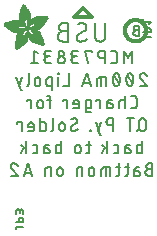
<source format=gbr>
G04 EAGLE Gerber RS-274X export*
G75*
%MOMM*%
%FSLAX34Y34*%
%LPD*%
%INSilkscreen Bottom*%
%IPPOS*%
%AMOC8*
5,1,8,0,0,1.08239X$1,22.5*%
G01*
%ADD10C,0.203200*%
%ADD11C,0.304800*%
%ADD12C,0.152400*%
%ADD13R,0.050800X0.006300*%
%ADD14R,0.082600X0.006400*%
%ADD15R,0.120600X0.006300*%
%ADD16R,0.139700X0.006400*%
%ADD17R,0.158800X0.006300*%
%ADD18R,0.177800X0.006400*%
%ADD19R,0.196800X0.006300*%
%ADD20R,0.215900X0.006400*%
%ADD21R,0.228600X0.006300*%
%ADD22R,0.241300X0.006400*%
%ADD23R,0.254000X0.006300*%
%ADD24R,0.266700X0.006400*%
%ADD25R,0.279400X0.006300*%
%ADD26R,0.285700X0.006400*%
%ADD27R,0.298400X0.006300*%
%ADD28R,0.311200X0.006400*%
%ADD29R,0.317500X0.006300*%
%ADD30R,0.330200X0.006400*%
%ADD31R,0.336600X0.006300*%
%ADD32R,0.349200X0.006400*%
%ADD33R,0.361900X0.006300*%
%ADD34R,0.368300X0.006400*%
%ADD35R,0.381000X0.006300*%
%ADD36R,0.387300X0.006400*%
%ADD37R,0.393700X0.006300*%
%ADD38R,0.406400X0.006400*%
%ADD39R,0.412700X0.006300*%
%ADD40R,0.419100X0.006400*%
%ADD41R,0.431800X0.006300*%
%ADD42R,0.438100X0.006400*%
%ADD43R,0.450800X0.006300*%
%ADD44R,0.457200X0.006400*%
%ADD45R,0.463500X0.006300*%
%ADD46R,0.476200X0.006400*%
%ADD47R,0.482600X0.006300*%
%ADD48R,0.488900X0.006400*%
%ADD49R,0.501600X0.006300*%
%ADD50R,0.508000X0.006400*%
%ADD51R,0.514300X0.006300*%
%ADD52R,0.527000X0.006400*%
%ADD53R,0.533400X0.006300*%
%ADD54R,0.546100X0.006400*%
%ADD55R,0.552400X0.006300*%
%ADD56R,0.558800X0.006400*%
%ADD57R,0.571500X0.006300*%
%ADD58R,0.577800X0.006400*%
%ADD59R,0.584200X0.006300*%
%ADD60R,0.596900X0.006400*%
%ADD61R,0.603200X0.006300*%
%ADD62R,0.609600X0.006400*%
%ADD63R,0.622300X0.006300*%
%ADD64R,0.628600X0.006400*%
%ADD65R,0.641300X0.006300*%
%ADD66R,0.647700X0.006400*%
%ADD67R,0.063500X0.006300*%
%ADD68R,0.654000X0.006300*%
%ADD69R,0.101600X0.006400*%
%ADD70R,0.666700X0.006400*%
%ADD71R,0.139700X0.006300*%
%ADD72R,0.673100X0.006300*%
%ADD73R,0.165100X0.006400*%
%ADD74R,0.679400X0.006400*%
%ADD75R,0.196900X0.006300*%
%ADD76R,0.692100X0.006300*%
%ADD77R,0.222200X0.006400*%
%ADD78R,0.698500X0.006400*%
%ADD79R,0.247700X0.006300*%
%ADD80R,0.704800X0.006300*%
%ADD81R,0.279400X0.006400*%
%ADD82R,0.717500X0.006400*%
%ADD83R,0.298500X0.006300*%
%ADD84R,0.723900X0.006300*%
%ADD85R,0.736600X0.006400*%
%ADD86R,0.342900X0.006300*%
%ADD87R,0.742900X0.006300*%
%ADD88R,0.374700X0.006400*%
%ADD89R,0.749300X0.006400*%
%ADD90R,0.762000X0.006300*%
%ADD91R,0.412700X0.006400*%
%ADD92R,0.768300X0.006400*%
%ADD93R,0.438100X0.006300*%
%ADD94R,0.774700X0.006300*%
%ADD95R,0.463600X0.006400*%
%ADD96R,0.787400X0.006400*%
%ADD97R,0.793700X0.006300*%
%ADD98R,0.495300X0.006400*%
%ADD99R,0.800100X0.006400*%
%ADD100R,0.520700X0.006300*%
%ADD101R,0.812800X0.006300*%
%ADD102R,0.533400X0.006400*%
%ADD103R,0.819100X0.006400*%
%ADD104R,0.558800X0.006300*%
%ADD105R,0.825500X0.006300*%
%ADD106R,0.577900X0.006400*%
%ADD107R,0.831800X0.006400*%
%ADD108R,0.596900X0.006300*%
%ADD109R,0.844500X0.006300*%
%ADD110R,0.616000X0.006400*%
%ADD111R,0.850900X0.006400*%
%ADD112R,0.635000X0.006300*%
%ADD113R,0.857200X0.006300*%
%ADD114R,0.654100X0.006400*%
%ADD115R,0.863600X0.006400*%
%ADD116R,0.666700X0.006300*%
%ADD117R,0.869900X0.006300*%
%ADD118R,0.685800X0.006400*%
%ADD119R,0.876300X0.006400*%
%ADD120R,0.882600X0.006300*%
%ADD121R,0.723900X0.006400*%
%ADD122R,0.889000X0.006400*%
%ADD123R,0.895300X0.006300*%
%ADD124R,0.755700X0.006400*%
%ADD125R,0.901700X0.006400*%
%ADD126R,0.908000X0.006300*%
%ADD127R,0.793800X0.006400*%
%ADD128R,0.914400X0.006400*%
%ADD129R,0.806400X0.006300*%
%ADD130R,0.920700X0.006300*%
%ADD131R,0.825500X0.006400*%
%ADD132R,0.927100X0.006400*%
%ADD133R,0.933400X0.006300*%
%ADD134R,0.857300X0.006400*%
%ADD135R,0.939800X0.006400*%
%ADD136R,0.870000X0.006300*%
%ADD137R,0.939800X0.006300*%
%ADD138R,0.946100X0.006400*%
%ADD139R,0.952500X0.006300*%
%ADD140R,0.908000X0.006400*%
%ADD141R,0.958800X0.006400*%
%ADD142R,0.965200X0.006300*%
%ADD143R,0.965200X0.006400*%
%ADD144R,0.971500X0.006300*%
%ADD145R,0.952500X0.006400*%
%ADD146R,0.977900X0.006400*%
%ADD147R,0.958800X0.006300*%
%ADD148R,0.984200X0.006300*%
%ADD149R,0.971500X0.006400*%
%ADD150R,0.984200X0.006400*%
%ADD151R,0.990600X0.006300*%
%ADD152R,0.984300X0.006400*%
%ADD153R,0.996900X0.006400*%
%ADD154R,0.997000X0.006300*%
%ADD155R,0.996900X0.006300*%
%ADD156R,1.003300X0.006400*%
%ADD157R,1.016000X0.006300*%
%ADD158R,1.009600X0.006300*%
%ADD159R,1.016000X0.006400*%
%ADD160R,1.009600X0.006400*%
%ADD161R,1.022300X0.006300*%
%ADD162R,1.028700X0.006400*%
%ADD163R,1.035100X0.006300*%
%ADD164R,1.047800X0.006400*%
%ADD165R,1.054100X0.006300*%
%ADD166R,1.028700X0.006300*%
%ADD167R,1.054100X0.006400*%
%ADD168R,1.035000X0.006400*%
%ADD169R,1.060400X0.006300*%
%ADD170R,1.035000X0.006300*%
%ADD171R,1.060500X0.006400*%
%ADD172R,1.041400X0.006400*%
%ADD173R,1.066800X0.006300*%
%ADD174R,1.041400X0.006300*%
%ADD175R,1.079500X0.006400*%
%ADD176R,1.047700X0.006400*%
%ADD177R,1.085900X0.006300*%
%ADD178R,1.047700X0.006300*%
%ADD179R,1.085800X0.006400*%
%ADD180R,1.092200X0.006300*%
%ADD181R,1.085900X0.006400*%
%ADD182R,1.098600X0.006300*%
%ADD183R,1.098600X0.006400*%
%ADD184R,1.060400X0.006400*%
%ADD185R,1.104900X0.006300*%
%ADD186R,1.104900X0.006400*%
%ADD187R,1.066800X0.006400*%
%ADD188R,1.111200X0.006300*%
%ADD189R,1.117600X0.006400*%
%ADD190R,1.117600X0.006300*%
%ADD191R,1.073100X0.006300*%
%ADD192R,1.073100X0.006400*%
%ADD193R,1.124000X0.006300*%
%ADD194R,1.079500X0.006300*%
%ADD195R,1.123900X0.006400*%
%ADD196R,1.130300X0.006300*%
%ADD197R,1.130300X0.006400*%
%ADD198R,1.136700X0.006400*%
%ADD199R,1.136700X0.006300*%
%ADD200R,1.085800X0.006300*%
%ADD201R,1.136600X0.006400*%
%ADD202R,1.136600X0.006300*%
%ADD203R,1.143000X0.006400*%
%ADD204R,1.143000X0.006300*%
%ADD205R,1.149400X0.006300*%
%ADD206R,1.149300X0.006300*%
%ADD207R,1.149300X0.006400*%
%ADD208R,1.149400X0.006400*%
%ADD209R,1.155700X0.006400*%
%ADD210R,1.155700X0.006300*%
%ADD211R,1.060500X0.006300*%
%ADD212R,2.197100X0.006400*%
%ADD213R,2.197100X0.006300*%
%ADD214R,2.184400X0.006300*%
%ADD215R,2.184400X0.006400*%
%ADD216R,2.171700X0.006400*%
%ADD217R,2.171700X0.006300*%
%ADD218R,1.530300X0.006400*%
%ADD219R,1.505000X0.006300*%
%ADD220R,1.492300X0.006400*%
%ADD221R,1.485900X0.006300*%
%ADD222R,0.565200X0.006300*%
%ADD223R,1.473200X0.006400*%
%ADD224R,0.565200X0.006400*%
%ADD225R,1.460500X0.006300*%
%ADD226R,1.454100X0.006400*%
%ADD227R,0.552400X0.006400*%
%ADD228R,1.441500X0.006300*%
%ADD229R,0.546100X0.006300*%
%ADD230R,1.435100X0.006400*%
%ADD231R,0.539800X0.006400*%
%ADD232R,1.428800X0.006300*%
%ADD233R,1.422400X0.006400*%
%ADD234R,1.409700X0.006300*%
%ADD235R,0.527100X0.006300*%
%ADD236R,1.403300X0.006400*%
%ADD237R,0.527100X0.006400*%
%ADD238R,1.390700X0.006300*%
%ADD239R,1.384300X0.006400*%
%ADD240R,0.520700X0.006400*%
%ADD241R,1.384300X0.006300*%
%ADD242R,0.514400X0.006300*%
%ADD243R,1.371600X0.006400*%
%ADD244R,1.365200X0.006300*%
%ADD245R,0.508000X0.006300*%
%ADD246R,1.352600X0.006400*%
%ADD247R,0.501700X0.006400*%
%ADD248R,0.711200X0.006300*%
%ADD249R,0.603300X0.006300*%
%ADD250R,0.501700X0.006300*%
%ADD251R,0.692100X0.006400*%
%ADD252R,0.571500X0.006400*%
%ADD253R,0.679400X0.006300*%
%ADD254R,0.495300X0.006300*%
%ADD255R,0.673100X0.006400*%
%ADD256R,0.666800X0.006300*%
%ADD257R,0.488900X0.006300*%
%ADD258R,0.660400X0.006400*%
%ADD259R,0.482600X0.006400*%
%ADD260R,0.476200X0.006300*%
%ADD261R,0.654000X0.006400*%
%ADD262R,0.469900X0.006400*%
%ADD263R,0.476300X0.006400*%
%ADD264R,0.647700X0.006300*%
%ADD265R,0.457200X0.006300*%
%ADD266R,0.469900X0.006300*%
%ADD267R,0.641300X0.006400*%
%ADD268R,0.444500X0.006400*%
%ADD269R,0.463600X0.006300*%
%ADD270R,0.635000X0.006400*%
%ADD271R,0.463500X0.006400*%
%ADD272R,0.393700X0.006400*%
%ADD273R,0.450800X0.006400*%
%ADD274R,0.628600X0.006300*%
%ADD275R,0.387400X0.006300*%
%ADD276R,0.450900X0.006300*%
%ADD277R,0.628700X0.006400*%
%ADD278R,0.374600X0.006400*%
%ADD279R,0.368300X0.006300*%
%ADD280R,0.438200X0.006300*%
%ADD281R,0.622300X0.006400*%
%ADD282R,0.355600X0.006400*%
%ADD283R,0.431800X0.006400*%
%ADD284R,0.349300X0.006300*%
%ADD285R,0.425400X0.006300*%
%ADD286R,0.615900X0.006300*%
%ADD287R,0.330200X0.006300*%
%ADD288R,0.419100X0.006300*%
%ADD289R,0.616000X0.006300*%
%ADD290R,0.311200X0.006300*%
%ADD291R,0.406400X0.006300*%
%ADD292R,0.615900X0.006400*%
%ADD293R,0.304800X0.006400*%
%ADD294R,0.158800X0.006400*%
%ADD295R,0.609600X0.006300*%
%ADD296R,0.292100X0.006300*%
%ADD297R,0.235000X0.006300*%
%ADD298R,0.387400X0.006400*%
%ADD299R,0.292100X0.006400*%
%ADD300R,0.336500X0.006300*%
%ADD301R,0.260400X0.006300*%
%ADD302R,0.603300X0.006400*%
%ADD303R,0.260400X0.006400*%
%ADD304R,0.362000X0.006400*%
%ADD305R,0.450900X0.006400*%
%ADD306R,0.355600X0.006300*%
%ADD307R,0.342900X0.006400*%
%ADD308R,0.514300X0.006400*%
%ADD309R,0.234900X0.006300*%
%ADD310R,0.539700X0.006300*%
%ADD311R,0.603200X0.006400*%
%ADD312R,0.234900X0.006400*%
%ADD313R,0.920700X0.006400*%
%ADD314R,0.958900X0.006400*%
%ADD315R,0.215900X0.006300*%
%ADD316R,0.209600X0.006400*%
%ADD317R,0.203200X0.006300*%
%ADD318R,1.003300X0.006300*%
%ADD319R,0.203200X0.006400*%
%ADD320R,0.196900X0.006400*%
%ADD321R,0.190500X0.006300*%
%ADD322R,0.190500X0.006400*%
%ADD323R,0.184200X0.006300*%
%ADD324R,0.590500X0.006400*%
%ADD325R,0.184200X0.006400*%
%ADD326R,0.590500X0.006300*%
%ADD327R,0.177800X0.006300*%
%ADD328R,0.584200X0.006400*%
%ADD329R,1.168400X0.006400*%
%ADD330R,0.171500X0.006300*%
%ADD331R,1.187500X0.006300*%
%ADD332R,1.200100X0.006400*%
%ADD333R,0.577800X0.006300*%
%ADD334R,1.212900X0.006300*%
%ADD335R,1.231900X0.006400*%
%ADD336R,1.250900X0.006300*%
%ADD337R,0.565100X0.006400*%
%ADD338R,0.184100X0.006400*%
%ADD339R,1.263700X0.006400*%
%ADD340R,0.565100X0.006300*%
%ADD341R,1.289100X0.006300*%
%ADD342R,1.314400X0.006400*%
%ADD343R,0.552500X0.006300*%
%ADD344R,1.568500X0.006300*%
%ADD345R,0.552500X0.006400*%
%ADD346R,1.581200X0.006400*%
%ADD347R,1.593800X0.006300*%
%ADD348R,1.606500X0.006400*%
%ADD349R,1.619300X0.006300*%
%ADD350R,0.514400X0.006400*%
%ADD351R,1.638300X0.006400*%
%ADD352R,1.657300X0.006300*%
%ADD353R,2.209800X0.006400*%
%ADD354R,2.425700X0.006300*%
%ADD355R,2.470100X0.006400*%
%ADD356R,2.501900X0.006300*%
%ADD357R,2.533700X0.006400*%
%ADD358R,2.559000X0.006300*%
%ADD359R,2.584500X0.006400*%
%ADD360R,2.609900X0.006300*%
%ADD361R,2.628900X0.006400*%
%ADD362R,2.660600X0.006300*%
%ADD363R,2.673400X0.006400*%
%ADD364R,1.422400X0.006300*%
%ADD365R,1.200200X0.006300*%
%ADD366R,1.365300X0.006300*%
%ADD367R,1.365300X0.006400*%
%ADD368R,1.352500X0.006300*%
%ADD369R,1.098500X0.006300*%
%ADD370R,1.358900X0.006400*%
%ADD371R,1.352600X0.006300*%
%ADD372R,1.358900X0.006300*%
%ADD373R,1.371600X0.006300*%
%ADD374R,1.377900X0.006400*%
%ADD375R,1.397000X0.006400*%
%ADD376R,1.403300X0.006300*%
%ADD377R,0.914400X0.006300*%
%ADD378R,0.876300X0.006300*%
%ADD379R,0.374600X0.006300*%
%ADD380R,1.073200X0.006400*%
%ADD381R,0.374700X0.006300*%
%ADD382R,0.844600X0.006400*%
%ADD383R,0.844600X0.006300*%
%ADD384R,0.831900X0.006400*%
%ADD385R,1.092200X0.006400*%
%ADD386R,0.400000X0.006300*%
%ADD387R,0.819200X0.006400*%
%ADD388R,1.111300X0.006400*%
%ADD389R,0.812800X0.006400*%
%ADD390R,0.800100X0.006300*%
%ADD391R,0.476300X0.006300*%
%ADD392R,1.181100X0.006300*%
%ADD393R,0.501600X0.006400*%
%ADD394R,1.193800X0.006400*%
%ADD395R,0.781000X0.006400*%
%ADD396R,1.238200X0.006400*%
%ADD397R,0.781100X0.006300*%
%ADD398R,1.257300X0.006300*%
%ADD399R,1.295400X0.006400*%
%ADD400R,1.333500X0.006300*%
%ADD401R,0.774700X0.006400*%
%ADD402R,1.866900X0.006400*%
%ADD403R,0.209600X0.006300*%
%ADD404R,1.866900X0.006300*%
%ADD405R,0.768400X0.006400*%
%ADD406R,0.209500X0.006400*%
%ADD407R,1.860600X0.006400*%
%ADD408R,0.762000X0.006400*%
%ADD409R,0.768400X0.006300*%
%ADD410R,1.860600X0.006300*%
%ADD411R,1.860500X0.006400*%
%ADD412R,0.222300X0.006300*%
%ADD413R,1.854200X0.006300*%
%ADD414R,0.235000X0.006400*%
%ADD415R,1.854200X0.006400*%
%ADD416R,0.768300X0.006300*%
%ADD417R,0.260300X0.006400*%
%ADD418R,1.847800X0.006400*%
%ADD419R,0.266700X0.006300*%
%ADD420R,1.847800X0.006300*%
%ADD421R,0.273100X0.006400*%
%ADD422R,1.841500X0.006400*%
%ADD423R,0.285800X0.006300*%
%ADD424R,1.841500X0.006300*%
%ADD425R,0.298500X0.006400*%
%ADD426R,1.835100X0.006400*%
%ADD427R,0.781000X0.006300*%
%ADD428R,0.304800X0.006300*%
%ADD429R,1.835100X0.006300*%
%ADD430R,0.317500X0.006400*%
%ADD431R,1.828800X0.006400*%
%ADD432R,0.787400X0.006300*%
%ADD433R,0.323800X0.006300*%
%ADD434R,1.828800X0.006300*%
%ADD435R,0.793700X0.006400*%
%ADD436R,1.822400X0.006400*%
%ADD437R,0.806500X0.006300*%
%ADD438R,1.822400X0.006300*%
%ADD439R,1.816100X0.006400*%
%ADD440R,0.819100X0.006300*%
%ADD441R,0.387300X0.006300*%
%ADD442R,1.816100X0.006300*%
%ADD443R,1.809800X0.006400*%
%ADD444R,1.803400X0.006300*%
%ADD445R,1.797000X0.006400*%
%ADD446R,0.901700X0.006300*%
%ADD447R,1.797000X0.006300*%
%ADD448R,1.441400X0.006400*%
%ADD449R,1.790700X0.006400*%
%ADD450R,1.447800X0.006300*%
%ADD451R,1.784300X0.006300*%
%ADD452R,1.447800X0.006400*%
%ADD453R,1.784300X0.006400*%
%ADD454R,1.454100X0.006300*%
%ADD455R,1.771700X0.006300*%
%ADD456R,1.460500X0.006400*%
%ADD457R,1.759000X0.006400*%
%ADD458R,1.466800X0.006300*%
%ADD459R,1.752600X0.006300*%
%ADD460R,1.466800X0.006400*%
%ADD461R,1.739900X0.006400*%
%ADD462R,1.473200X0.006300*%
%ADD463R,1.727200X0.006300*%
%ADD464R,1.479500X0.006400*%
%ADD465R,1.714500X0.006400*%
%ADD466R,1.695400X0.006300*%
%ADD467R,1.485900X0.006400*%
%ADD468R,1.682700X0.006400*%
%ADD469R,1.492200X0.006300*%
%ADD470R,1.663700X0.006300*%
%ADD471R,1.498600X0.006400*%
%ADD472R,1.644600X0.006400*%
%ADD473R,1.498600X0.006300*%
%ADD474R,1.619200X0.006300*%
%ADD475R,1.511300X0.006400*%
%ADD476R,1.600200X0.006400*%
%ADD477R,1.517700X0.006300*%
%ADD478R,1.574800X0.006300*%
%ADD479R,1.524000X0.006400*%
%ADD480R,1.555800X0.006400*%
%ADD481R,1.524000X0.006300*%
%ADD482R,1.536700X0.006300*%
%ADD483R,1.530400X0.006400*%
%ADD484R,1.517700X0.006400*%
%ADD485R,1.492300X0.006300*%
%ADD486R,1.549400X0.006400*%
%ADD487R,1.479600X0.006400*%
%ADD488R,1.549400X0.006300*%
%ADD489R,1.555700X0.006400*%
%ADD490R,1.562100X0.006300*%
%ADD491R,0.323900X0.006300*%
%ADD492R,1.568400X0.006400*%
%ADD493R,0.336600X0.006400*%
%ADD494R,1.587500X0.006300*%
%ADD495R,0.971600X0.006300*%
%ADD496R,0.349300X0.006400*%
%ADD497R,1.600200X0.006300*%
%ADD498R,0.920800X0.006300*%
%ADD499R,0.882700X0.006400*%
%ADD500R,1.612900X0.006300*%
%ADD501R,0.362000X0.006300*%
%ADD502R,1.625600X0.006400*%
%ADD503R,1.625600X0.006300*%
%ADD504R,1.644600X0.006300*%
%ADD505R,0.736600X0.006300*%
%ADD506R,0.717600X0.006400*%
%ADD507R,1.657400X0.006300*%
%ADD508R,0.679500X0.006300*%
%ADD509R,1.663700X0.006400*%
%ADD510R,0.400000X0.006400*%
%ADD511R,1.676400X0.006300*%
%ADD512R,1.676400X0.006400*%
%ADD513R,0.425500X0.006400*%
%ADD514R,1.352500X0.006400*%
%ADD515R,0.444500X0.006300*%
%ADD516R,0.361900X0.006400*%
%ADD517R,0.088900X0.006300*%
%ADD518R,1.009700X0.006300*%
%ADD519R,1.009700X0.006400*%
%ADD520R,1.022300X0.006400*%
%ADD521R,1.346200X0.006400*%
%ADD522R,1.346200X0.006300*%
%ADD523R,1.339900X0.006400*%
%ADD524R,1.035100X0.006400*%
%ADD525R,1.339800X0.006300*%
%ADD526R,1.333500X0.006400*%
%ADD527R,1.327200X0.006400*%
%ADD528R,1.320800X0.006300*%
%ADD529R,1.314500X0.006400*%
%ADD530R,1.314400X0.006300*%
%ADD531R,1.301700X0.006400*%
%ADD532R,1.295400X0.006300*%
%ADD533R,1.289000X0.006400*%
%ADD534R,1.276300X0.006300*%
%ADD535R,1.251000X0.006300*%
%ADD536R,1.244600X0.006400*%
%ADD537R,1.231900X0.006300*%
%ADD538R,1.212800X0.006400*%
%ADD539R,1.200100X0.006300*%
%ADD540R,1.187400X0.006400*%
%ADD541R,1.168400X0.006300*%
%ADD542R,1.047800X0.006300*%
%ADD543R,0.977900X0.006300*%
%ADD544R,0.946200X0.006400*%
%ADD545R,0.933400X0.006400*%
%ADD546R,0.895300X0.006400*%
%ADD547R,0.882700X0.006300*%
%ADD548R,0.863600X0.006300*%
%ADD549R,0.857200X0.006400*%
%ADD550R,0.850900X0.006300*%
%ADD551R,0.838200X0.006300*%
%ADD552R,0.806500X0.006400*%
%ADD553R,0.717600X0.006300*%
%ADD554R,0.711200X0.006400*%
%ADD555R,0.641400X0.006400*%
%ADD556R,0.641400X0.006300*%
%ADD557R,0.628700X0.006300*%
%ADD558R,0.590600X0.006300*%
%ADD559R,0.539700X0.006400*%
%ADD560R,0.285700X0.006300*%
%ADD561R,0.222200X0.006300*%
%ADD562R,0.171400X0.006300*%
%ADD563R,0.152400X0.006400*%
%ADD564R,0.133400X0.006300*%


D10*
X107763Y189484D02*
X107763Y178110D01*
X107762Y178110D02*
X107760Y177979D01*
X107754Y177848D01*
X107744Y177718D01*
X107731Y177588D01*
X107713Y177458D01*
X107692Y177329D01*
X107666Y177201D01*
X107637Y177073D01*
X107604Y176946D01*
X107568Y176821D01*
X107527Y176696D01*
X107483Y176573D01*
X107435Y176451D01*
X107384Y176331D01*
X107329Y176212D01*
X107270Y176095D01*
X107208Y175980D01*
X107143Y175867D01*
X107074Y175755D01*
X107002Y175646D01*
X106927Y175539D01*
X106848Y175434D01*
X106767Y175332D01*
X106682Y175232D01*
X106594Y175135D01*
X106504Y175040D01*
X106411Y174948D01*
X106315Y174859D01*
X106216Y174773D01*
X106115Y174690D01*
X106012Y174610D01*
X105906Y174533D01*
X105798Y174460D01*
X105687Y174389D01*
X105575Y174322D01*
X105461Y174258D01*
X105345Y174198D01*
X105227Y174141D01*
X105107Y174088D01*
X104986Y174038D01*
X104863Y173992D01*
X104740Y173950D01*
X104615Y173912D01*
X104488Y173877D01*
X104361Y173846D01*
X104233Y173818D01*
X104105Y173795D01*
X103975Y173776D01*
X103845Y173760D01*
X103715Y173748D01*
X103584Y173740D01*
X103453Y173736D01*
X103323Y173736D01*
X103192Y173740D01*
X103061Y173748D01*
X102931Y173760D01*
X102801Y173776D01*
X102671Y173795D01*
X102543Y173818D01*
X102415Y173846D01*
X102288Y173877D01*
X102161Y173912D01*
X102036Y173950D01*
X101913Y173992D01*
X101790Y174038D01*
X101669Y174088D01*
X101549Y174141D01*
X101431Y174198D01*
X101315Y174258D01*
X101201Y174322D01*
X101089Y174389D01*
X100978Y174460D01*
X100870Y174533D01*
X100764Y174610D01*
X100661Y174690D01*
X100560Y174773D01*
X100461Y174859D01*
X100365Y174948D01*
X100272Y175040D01*
X100182Y175135D01*
X100094Y175232D01*
X100009Y175332D01*
X99928Y175434D01*
X99849Y175539D01*
X99774Y175646D01*
X99702Y175755D01*
X99633Y175867D01*
X99568Y175980D01*
X99506Y176095D01*
X99447Y176212D01*
X99392Y176331D01*
X99341Y176451D01*
X99293Y176573D01*
X99249Y176696D01*
X99208Y176821D01*
X99172Y176946D01*
X99139Y177073D01*
X99110Y177201D01*
X99084Y177329D01*
X99063Y177458D01*
X99045Y177588D01*
X99032Y177718D01*
X99022Y177848D01*
X99016Y177979D01*
X99014Y178110D01*
X99014Y189484D01*
X83382Y177236D02*
X83384Y177119D01*
X83390Y177002D01*
X83400Y176886D01*
X83413Y176769D01*
X83431Y176654D01*
X83452Y176539D01*
X83477Y176425D01*
X83506Y176311D01*
X83539Y176199D01*
X83576Y176088D01*
X83616Y175978D01*
X83660Y175870D01*
X83707Y175763D01*
X83758Y175657D01*
X83813Y175554D01*
X83871Y175452D01*
X83932Y175353D01*
X83996Y175255D01*
X84064Y175160D01*
X84135Y175067D01*
X84209Y174976D01*
X84286Y174888D01*
X84366Y174803D01*
X84449Y174720D01*
X84534Y174640D01*
X84622Y174563D01*
X84713Y174489D01*
X84806Y174418D01*
X84901Y174350D01*
X84999Y174286D01*
X85098Y174225D01*
X85200Y174167D01*
X85303Y174112D01*
X85409Y174061D01*
X85516Y174014D01*
X85624Y173970D01*
X85734Y173930D01*
X85845Y173893D01*
X85957Y173860D01*
X86071Y173831D01*
X86185Y173806D01*
X86300Y173785D01*
X86415Y173767D01*
X86532Y173754D01*
X86648Y173744D01*
X86765Y173738D01*
X86882Y173736D01*
X87059Y173738D01*
X87236Y173744D01*
X87412Y173755D01*
X87588Y173770D01*
X87764Y173789D01*
X87940Y173812D01*
X88114Y173839D01*
X88289Y173871D01*
X88462Y173907D01*
X88634Y173947D01*
X88805Y173991D01*
X88976Y174039D01*
X89145Y174091D01*
X89312Y174147D01*
X89479Y174207D01*
X89644Y174271D01*
X89807Y174339D01*
X89969Y174411D01*
X90128Y174487D01*
X90286Y174566D01*
X90442Y174650D01*
X90596Y174737D01*
X90748Y174828D01*
X90898Y174922D01*
X91045Y175020D01*
X91190Y175121D01*
X91333Y175226D01*
X91473Y175334D01*
X91610Y175445D01*
X91745Y175560D01*
X91876Y175678D01*
X92005Y175799D01*
X92131Y175923D01*
X91694Y185984D02*
X91692Y186101D01*
X91686Y186218D01*
X91676Y186334D01*
X91663Y186451D01*
X91645Y186566D01*
X91624Y186681D01*
X91599Y186795D01*
X91570Y186909D01*
X91537Y187021D01*
X91500Y187132D01*
X91460Y187242D01*
X91416Y187350D01*
X91369Y187457D01*
X91318Y187563D01*
X91263Y187666D01*
X91205Y187768D01*
X91144Y187867D01*
X91080Y187965D01*
X91012Y188060D01*
X90941Y188153D01*
X90867Y188244D01*
X90790Y188332D01*
X90710Y188417D01*
X90627Y188500D01*
X90542Y188580D01*
X90454Y188657D01*
X90363Y188731D01*
X90270Y188802D01*
X90175Y188870D01*
X90077Y188934D01*
X89978Y188995D01*
X89876Y189053D01*
X89773Y189108D01*
X89667Y189159D01*
X89560Y189206D01*
X89452Y189250D01*
X89342Y189290D01*
X89231Y189327D01*
X89119Y189360D01*
X89005Y189389D01*
X88891Y189414D01*
X88776Y189435D01*
X88661Y189453D01*
X88544Y189466D01*
X88428Y189476D01*
X88311Y189482D01*
X88194Y189484D01*
X88038Y189482D01*
X87881Y189477D01*
X87725Y189467D01*
X87569Y189454D01*
X87414Y189437D01*
X87259Y189417D01*
X87104Y189393D01*
X86950Y189365D01*
X86797Y189334D01*
X86645Y189299D01*
X86493Y189260D01*
X86343Y189217D01*
X86193Y189172D01*
X86045Y189122D01*
X85898Y189069D01*
X85752Y189013D01*
X85607Y188953D01*
X85464Y188889D01*
X85323Y188823D01*
X85183Y188753D01*
X85045Y188679D01*
X84909Y188602D01*
X84774Y188523D01*
X84642Y188439D01*
X84511Y188353D01*
X84383Y188264D01*
X84257Y188172D01*
X89944Y182922D02*
X90043Y182982D01*
X90139Y183046D01*
X90233Y183112D01*
X90325Y183181D01*
X90415Y183254D01*
X90503Y183329D01*
X90587Y183407D01*
X90670Y183488D01*
X90749Y183571D01*
X90826Y183657D01*
X90900Y183745D01*
X90972Y183836D01*
X91040Y183929D01*
X91105Y184024D01*
X91167Y184122D01*
X91226Y184221D01*
X91281Y184322D01*
X91334Y184425D01*
X91383Y184529D01*
X91428Y184635D01*
X91470Y184742D01*
X91509Y184851D01*
X91544Y184961D01*
X91575Y185072D01*
X91603Y185184D01*
X91627Y185296D01*
X91647Y185410D01*
X91664Y185524D01*
X91677Y185639D01*
X91687Y185754D01*
X91692Y185869D01*
X91694Y185984D01*
X85133Y180298D02*
X85034Y180238D01*
X84938Y180174D01*
X84844Y180108D01*
X84752Y180039D01*
X84662Y179966D01*
X84574Y179891D01*
X84490Y179813D01*
X84407Y179732D01*
X84328Y179649D01*
X84251Y179563D01*
X84177Y179475D01*
X84105Y179384D01*
X84037Y179291D01*
X83972Y179196D01*
X83910Y179098D01*
X83851Y178999D01*
X83796Y178898D01*
X83743Y178795D01*
X83695Y178691D01*
X83649Y178585D01*
X83607Y178478D01*
X83568Y178369D01*
X83533Y178259D01*
X83502Y178148D01*
X83474Y178036D01*
X83450Y177924D01*
X83430Y177810D01*
X83413Y177696D01*
X83400Y177581D01*
X83390Y177466D01*
X83385Y177351D01*
X83383Y177236D01*
X85132Y180298D02*
X89944Y182922D01*
X76246Y182485D02*
X71872Y182485D01*
X71872Y182484D02*
X71741Y182482D01*
X71610Y182476D01*
X71480Y182466D01*
X71350Y182453D01*
X71220Y182435D01*
X71091Y182414D01*
X70963Y182388D01*
X70835Y182359D01*
X70708Y182326D01*
X70583Y182290D01*
X70458Y182249D01*
X70335Y182205D01*
X70213Y182157D01*
X70093Y182106D01*
X69974Y182051D01*
X69857Y181992D01*
X69742Y181930D01*
X69629Y181865D01*
X69517Y181796D01*
X69408Y181724D01*
X69301Y181649D01*
X69196Y181570D01*
X69094Y181489D01*
X68994Y181404D01*
X68897Y181316D01*
X68802Y181226D01*
X68710Y181133D01*
X68621Y181037D01*
X68535Y180938D01*
X68452Y180837D01*
X68372Y180734D01*
X68295Y180628D01*
X68222Y180520D01*
X68151Y180409D01*
X68084Y180297D01*
X68020Y180183D01*
X67960Y180067D01*
X67903Y179949D01*
X67850Y179829D01*
X67800Y179708D01*
X67754Y179585D01*
X67712Y179462D01*
X67674Y179337D01*
X67639Y179210D01*
X67608Y179083D01*
X67580Y178955D01*
X67557Y178827D01*
X67538Y178697D01*
X67522Y178567D01*
X67510Y178437D01*
X67502Y178306D01*
X67498Y178175D01*
X67498Y178045D01*
X67502Y177914D01*
X67510Y177783D01*
X67522Y177653D01*
X67538Y177523D01*
X67557Y177393D01*
X67580Y177265D01*
X67608Y177137D01*
X67639Y177010D01*
X67674Y176883D01*
X67712Y176758D01*
X67754Y176635D01*
X67800Y176512D01*
X67850Y176391D01*
X67903Y176271D01*
X67960Y176153D01*
X68020Y176037D01*
X68084Y175923D01*
X68151Y175811D01*
X68222Y175700D01*
X68295Y175592D01*
X68372Y175486D01*
X68452Y175383D01*
X68535Y175282D01*
X68621Y175183D01*
X68710Y175087D01*
X68802Y174994D01*
X68897Y174904D01*
X68994Y174816D01*
X69094Y174731D01*
X69196Y174650D01*
X69301Y174571D01*
X69408Y174496D01*
X69517Y174424D01*
X69629Y174355D01*
X69742Y174290D01*
X69857Y174228D01*
X69974Y174169D01*
X70093Y174114D01*
X70213Y174063D01*
X70335Y174015D01*
X70458Y173971D01*
X70583Y173930D01*
X70708Y173894D01*
X70835Y173861D01*
X70963Y173832D01*
X71091Y173806D01*
X71220Y173785D01*
X71350Y173767D01*
X71480Y173754D01*
X71610Y173744D01*
X71741Y173738D01*
X71872Y173736D01*
X76246Y173736D01*
X76246Y189484D01*
X71872Y189484D01*
X71754Y189482D01*
X71636Y189476D01*
X71518Y189466D01*
X71401Y189452D01*
X71284Y189434D01*
X71167Y189412D01*
X71052Y189387D01*
X70938Y189357D01*
X70824Y189323D01*
X70712Y189286D01*
X70601Y189245D01*
X70492Y189200D01*
X70384Y189152D01*
X70278Y189100D01*
X70173Y189044D01*
X70071Y188985D01*
X69971Y188923D01*
X69873Y188857D01*
X69777Y188788D01*
X69683Y188715D01*
X69592Y188640D01*
X69504Y188561D01*
X69418Y188480D01*
X69335Y188395D01*
X69255Y188308D01*
X69178Y188219D01*
X69104Y188126D01*
X69034Y188032D01*
X68966Y187935D01*
X68902Y187835D01*
X68841Y187734D01*
X68784Y187631D01*
X68730Y187525D01*
X68679Y187418D01*
X68633Y187310D01*
X68590Y187200D01*
X68551Y187088D01*
X68515Y186975D01*
X68484Y186861D01*
X68456Y186746D01*
X68432Y186631D01*
X68412Y186514D01*
X68396Y186397D01*
X68384Y186279D01*
X68376Y186161D01*
X68372Y186043D01*
X68372Y185925D01*
X68376Y185807D01*
X68384Y185689D01*
X68396Y185571D01*
X68412Y185454D01*
X68432Y185337D01*
X68456Y185222D01*
X68484Y185107D01*
X68515Y184993D01*
X68551Y184880D01*
X68590Y184768D01*
X68633Y184658D01*
X68679Y184550D01*
X68730Y184443D01*
X68784Y184337D01*
X68841Y184234D01*
X68902Y184133D01*
X68966Y184033D01*
X69034Y183936D01*
X69104Y183842D01*
X69178Y183749D01*
X69255Y183660D01*
X69335Y183573D01*
X69418Y183488D01*
X69504Y183407D01*
X69592Y183328D01*
X69683Y183253D01*
X69777Y183180D01*
X69873Y183111D01*
X69971Y183045D01*
X70071Y182983D01*
X70173Y182924D01*
X70278Y182868D01*
X70384Y182816D01*
X70492Y182768D01*
X70601Y182723D01*
X70712Y182682D01*
X70824Y182645D01*
X70938Y182611D01*
X71052Y182581D01*
X71167Y182556D01*
X71284Y182534D01*
X71401Y182516D01*
X71518Y182502D01*
X71636Y182492D01*
X71754Y182486D01*
X71872Y182484D01*
D11*
X88900Y201930D02*
X96520Y194310D01*
X81280Y194310D01*
X88900Y201930D01*
D10*
X130514Y165989D02*
X130514Y155321D01*
X126958Y160062D02*
X130514Y165989D01*
X126958Y160062D02*
X123402Y165989D01*
X123402Y155321D01*
X115027Y155321D02*
X112656Y155321D01*
X115027Y155321D02*
X115122Y155323D01*
X115218Y155329D01*
X115313Y155338D01*
X115407Y155352D01*
X115501Y155369D01*
X115594Y155390D01*
X115687Y155415D01*
X115778Y155443D01*
X115868Y155475D01*
X115956Y155511D01*
X116043Y155550D01*
X116129Y155593D01*
X116213Y155639D01*
X116294Y155688D01*
X116374Y155741D01*
X116451Y155797D01*
X116527Y155855D01*
X116599Y155917D01*
X116669Y155982D01*
X116737Y156050D01*
X116802Y156120D01*
X116864Y156192D01*
X116922Y156268D01*
X116978Y156345D01*
X117031Y156425D01*
X117080Y156507D01*
X117126Y156590D01*
X117169Y156676D01*
X117208Y156763D01*
X117244Y156851D01*
X117276Y156941D01*
X117304Y157032D01*
X117329Y157125D01*
X117350Y157218D01*
X117367Y157312D01*
X117381Y157406D01*
X117390Y157501D01*
X117396Y157597D01*
X117398Y157692D01*
X117398Y163618D01*
X117396Y163713D01*
X117390Y163809D01*
X117381Y163904D01*
X117367Y163998D01*
X117350Y164092D01*
X117329Y164185D01*
X117304Y164278D01*
X117276Y164369D01*
X117244Y164459D01*
X117208Y164547D01*
X117169Y164634D01*
X117126Y164720D01*
X117080Y164803D01*
X117031Y164885D01*
X116978Y164965D01*
X116922Y165042D01*
X116864Y165118D01*
X116802Y165190D01*
X116737Y165260D01*
X116669Y165328D01*
X116599Y165393D01*
X116527Y165455D01*
X116451Y165513D01*
X116374Y165569D01*
X116294Y165622D01*
X116213Y165671D01*
X116129Y165717D01*
X116043Y165760D01*
X115956Y165799D01*
X115868Y165835D01*
X115778Y165867D01*
X115687Y165895D01*
X115594Y165920D01*
X115501Y165941D01*
X115407Y165958D01*
X115313Y165972D01*
X115218Y165981D01*
X115123Y165987D01*
X115027Y165989D01*
X112656Y165989D01*
X107188Y165989D02*
X107188Y155321D01*
X107188Y165989D02*
X104225Y165989D01*
X104118Y165987D01*
X104011Y165981D01*
X103905Y165972D01*
X103799Y165958D01*
X103693Y165941D01*
X103588Y165920D01*
X103484Y165895D01*
X103381Y165866D01*
X103279Y165834D01*
X103178Y165798D01*
X103079Y165758D01*
X102981Y165715D01*
X102885Y165668D01*
X102790Y165618D01*
X102697Y165565D01*
X102607Y165508D01*
X102518Y165448D01*
X102432Y165385D01*
X102348Y165319D01*
X102266Y165249D01*
X102187Y165177D01*
X102111Y165102D01*
X102037Y165024D01*
X101967Y164944D01*
X101899Y164861D01*
X101834Y164776D01*
X101773Y164689D01*
X101714Y164599D01*
X101659Y164508D01*
X101607Y164414D01*
X101559Y164318D01*
X101514Y164221D01*
X101472Y164123D01*
X101435Y164023D01*
X101400Y163921D01*
X101370Y163819D01*
X101343Y163715D01*
X101320Y163611D01*
X101301Y163505D01*
X101286Y163399D01*
X101274Y163293D01*
X101266Y163186D01*
X101262Y163079D01*
X101262Y162973D01*
X101266Y162866D01*
X101274Y162759D01*
X101286Y162653D01*
X101301Y162547D01*
X101320Y162441D01*
X101343Y162337D01*
X101370Y162233D01*
X101400Y162131D01*
X101435Y162029D01*
X101472Y161929D01*
X101514Y161831D01*
X101559Y161734D01*
X101607Y161638D01*
X101659Y161545D01*
X101714Y161453D01*
X101773Y161363D01*
X101834Y161276D01*
X101899Y161191D01*
X101967Y161108D01*
X102037Y161028D01*
X102111Y160950D01*
X102187Y160875D01*
X102266Y160803D01*
X102348Y160733D01*
X102432Y160667D01*
X102518Y160604D01*
X102607Y160544D01*
X102697Y160487D01*
X102790Y160434D01*
X102885Y160384D01*
X102981Y160337D01*
X103079Y160294D01*
X103178Y160254D01*
X103279Y160218D01*
X103381Y160186D01*
X103484Y160157D01*
X103588Y160132D01*
X103693Y160111D01*
X103799Y160094D01*
X103905Y160080D01*
X104011Y160071D01*
X104118Y160065D01*
X104225Y160063D01*
X104225Y160062D02*
X107188Y160062D01*
X96393Y164804D02*
X96393Y165989D01*
X90466Y165989D01*
X93430Y155321D01*
X84963Y155321D02*
X82000Y155321D01*
X81893Y155323D01*
X81786Y155329D01*
X81680Y155338D01*
X81574Y155352D01*
X81468Y155369D01*
X81363Y155390D01*
X81259Y155415D01*
X81156Y155444D01*
X81054Y155476D01*
X80953Y155512D01*
X80854Y155552D01*
X80756Y155595D01*
X80660Y155642D01*
X80565Y155692D01*
X80472Y155745D01*
X80382Y155802D01*
X80293Y155862D01*
X80207Y155925D01*
X80123Y155991D01*
X80041Y156061D01*
X79962Y156133D01*
X79886Y156208D01*
X79812Y156286D01*
X79742Y156366D01*
X79674Y156449D01*
X79609Y156534D01*
X79548Y156621D01*
X79489Y156711D01*
X79434Y156803D01*
X79382Y156896D01*
X79334Y156992D01*
X79289Y157089D01*
X79247Y157187D01*
X79210Y157287D01*
X79175Y157389D01*
X79145Y157491D01*
X79118Y157595D01*
X79095Y157699D01*
X79076Y157805D01*
X79061Y157911D01*
X79049Y158017D01*
X79041Y158124D01*
X79037Y158231D01*
X79037Y158337D01*
X79041Y158444D01*
X79049Y158551D01*
X79061Y158657D01*
X79076Y158763D01*
X79095Y158869D01*
X79118Y158973D01*
X79145Y159077D01*
X79175Y159179D01*
X79210Y159281D01*
X79247Y159381D01*
X79289Y159479D01*
X79334Y159576D01*
X79382Y159672D01*
X79434Y159766D01*
X79489Y159857D01*
X79548Y159947D01*
X79609Y160034D01*
X79674Y160119D01*
X79742Y160202D01*
X79812Y160282D01*
X79886Y160360D01*
X79962Y160435D01*
X80041Y160507D01*
X80123Y160577D01*
X80207Y160643D01*
X80293Y160706D01*
X80382Y160766D01*
X80472Y160823D01*
X80565Y160876D01*
X80660Y160926D01*
X80756Y160973D01*
X80854Y161016D01*
X80953Y161056D01*
X81054Y161092D01*
X81156Y161124D01*
X81259Y161153D01*
X81363Y161178D01*
X81468Y161199D01*
X81574Y161216D01*
X81680Y161230D01*
X81786Y161239D01*
X81893Y161245D01*
X82000Y161247D01*
X81407Y165989D02*
X84963Y165989D01*
X81407Y165989D02*
X81310Y165987D01*
X81214Y165981D01*
X81118Y165971D01*
X81022Y165957D01*
X80927Y165940D01*
X80832Y165918D01*
X80739Y165893D01*
X80647Y165864D01*
X80556Y165831D01*
X80466Y165794D01*
X80378Y165754D01*
X80292Y165710D01*
X80208Y165663D01*
X80125Y165613D01*
X80045Y165559D01*
X79967Y165501D01*
X79891Y165441D01*
X79818Y165378D01*
X79748Y165312D01*
X79680Y165242D01*
X79615Y165171D01*
X79553Y165096D01*
X79495Y165019D01*
X79439Y164940D01*
X79387Y164859D01*
X79338Y164775D01*
X79292Y164690D01*
X79250Y164603D01*
X79212Y164514D01*
X79177Y164424D01*
X79146Y164332D01*
X79119Y164239D01*
X79095Y164146D01*
X79076Y164051D01*
X79060Y163955D01*
X79048Y163859D01*
X79040Y163763D01*
X79036Y163666D01*
X79036Y163570D01*
X79040Y163473D01*
X79048Y163377D01*
X79060Y163281D01*
X79076Y163185D01*
X79095Y163090D01*
X79119Y162997D01*
X79146Y162904D01*
X79177Y162812D01*
X79212Y162722D01*
X79250Y162633D01*
X79292Y162546D01*
X79338Y162461D01*
X79387Y162377D01*
X79439Y162296D01*
X79495Y162217D01*
X79553Y162140D01*
X79615Y162065D01*
X79680Y161994D01*
X79748Y161924D01*
X79818Y161858D01*
X79891Y161795D01*
X79967Y161735D01*
X80045Y161677D01*
X80125Y161623D01*
X80208Y161573D01*
X80292Y161526D01*
X80378Y161482D01*
X80466Y161442D01*
X80556Y161405D01*
X80647Y161372D01*
X80739Y161343D01*
X80832Y161318D01*
X80927Y161296D01*
X81022Y161279D01*
X81118Y161265D01*
X81214Y161255D01*
X81310Y161249D01*
X81407Y161247D01*
X81407Y161248D02*
X83778Y161248D01*
X73533Y158284D02*
X73531Y158391D01*
X73525Y158498D01*
X73516Y158604D01*
X73502Y158710D01*
X73485Y158816D01*
X73464Y158921D01*
X73439Y159025D01*
X73410Y159128D01*
X73378Y159230D01*
X73342Y159331D01*
X73302Y159430D01*
X73259Y159528D01*
X73212Y159624D01*
X73162Y159719D01*
X73109Y159812D01*
X73052Y159902D01*
X72992Y159991D01*
X72929Y160077D01*
X72863Y160161D01*
X72793Y160243D01*
X72721Y160322D01*
X72646Y160398D01*
X72568Y160472D01*
X72488Y160542D01*
X72405Y160610D01*
X72320Y160675D01*
X72233Y160736D01*
X72143Y160795D01*
X72052Y160850D01*
X71958Y160902D01*
X71862Y160950D01*
X71765Y160995D01*
X71667Y161037D01*
X71567Y161074D01*
X71465Y161109D01*
X71363Y161139D01*
X71259Y161166D01*
X71155Y161189D01*
X71049Y161208D01*
X70943Y161223D01*
X70837Y161235D01*
X70730Y161243D01*
X70623Y161247D01*
X70517Y161247D01*
X70410Y161243D01*
X70303Y161235D01*
X70197Y161223D01*
X70091Y161208D01*
X69985Y161189D01*
X69881Y161166D01*
X69777Y161139D01*
X69675Y161109D01*
X69573Y161074D01*
X69473Y161037D01*
X69375Y160995D01*
X69278Y160950D01*
X69182Y160902D01*
X69089Y160850D01*
X68997Y160795D01*
X68907Y160736D01*
X68820Y160675D01*
X68735Y160610D01*
X68652Y160542D01*
X68572Y160472D01*
X68494Y160398D01*
X68419Y160322D01*
X68347Y160243D01*
X68277Y160161D01*
X68211Y160077D01*
X68148Y159991D01*
X68088Y159902D01*
X68031Y159812D01*
X67978Y159719D01*
X67928Y159624D01*
X67881Y159528D01*
X67838Y159430D01*
X67798Y159331D01*
X67762Y159230D01*
X67730Y159128D01*
X67701Y159025D01*
X67676Y158921D01*
X67655Y158816D01*
X67638Y158710D01*
X67624Y158604D01*
X67615Y158498D01*
X67609Y158391D01*
X67607Y158284D01*
X67609Y158177D01*
X67615Y158070D01*
X67624Y157964D01*
X67638Y157858D01*
X67655Y157752D01*
X67676Y157647D01*
X67701Y157543D01*
X67730Y157440D01*
X67762Y157338D01*
X67798Y157237D01*
X67838Y157138D01*
X67881Y157040D01*
X67928Y156944D01*
X67978Y156849D01*
X68031Y156756D01*
X68088Y156666D01*
X68148Y156577D01*
X68211Y156491D01*
X68277Y156407D01*
X68347Y156325D01*
X68419Y156246D01*
X68494Y156170D01*
X68572Y156096D01*
X68652Y156026D01*
X68735Y155958D01*
X68820Y155893D01*
X68907Y155832D01*
X68997Y155773D01*
X69088Y155718D01*
X69182Y155666D01*
X69278Y155618D01*
X69375Y155573D01*
X69473Y155531D01*
X69573Y155494D01*
X69675Y155459D01*
X69777Y155429D01*
X69881Y155402D01*
X69985Y155379D01*
X70091Y155360D01*
X70197Y155345D01*
X70303Y155333D01*
X70410Y155325D01*
X70517Y155321D01*
X70623Y155321D01*
X70730Y155325D01*
X70837Y155333D01*
X70943Y155345D01*
X71049Y155360D01*
X71155Y155379D01*
X71259Y155402D01*
X71363Y155429D01*
X71465Y155459D01*
X71567Y155494D01*
X71667Y155531D01*
X71765Y155573D01*
X71862Y155618D01*
X71958Y155666D01*
X72051Y155718D01*
X72143Y155773D01*
X72233Y155832D01*
X72320Y155893D01*
X72405Y155958D01*
X72488Y156026D01*
X72568Y156096D01*
X72646Y156170D01*
X72721Y156246D01*
X72793Y156325D01*
X72863Y156407D01*
X72929Y156491D01*
X72992Y156577D01*
X73052Y156666D01*
X73109Y156756D01*
X73162Y156849D01*
X73212Y156944D01*
X73259Y157040D01*
X73302Y157138D01*
X73342Y157237D01*
X73378Y157338D01*
X73410Y157440D01*
X73439Y157543D01*
X73464Y157647D01*
X73485Y157752D01*
X73502Y157858D01*
X73516Y157964D01*
X73525Y158070D01*
X73531Y158177D01*
X73533Y158284D01*
X72941Y163618D02*
X72939Y163715D01*
X72933Y163811D01*
X72923Y163907D01*
X72909Y164003D01*
X72892Y164098D01*
X72870Y164193D01*
X72845Y164286D01*
X72816Y164378D01*
X72783Y164469D01*
X72746Y164559D01*
X72706Y164647D01*
X72662Y164733D01*
X72615Y164817D01*
X72565Y164900D01*
X72511Y164980D01*
X72453Y165058D01*
X72393Y165134D01*
X72330Y165207D01*
X72264Y165277D01*
X72194Y165345D01*
X72123Y165410D01*
X72048Y165472D01*
X71971Y165530D01*
X71892Y165586D01*
X71811Y165638D01*
X71727Y165687D01*
X71642Y165733D01*
X71555Y165775D01*
X71466Y165813D01*
X71376Y165848D01*
X71284Y165879D01*
X71191Y165906D01*
X71098Y165930D01*
X71003Y165949D01*
X70907Y165965D01*
X70811Y165977D01*
X70715Y165985D01*
X70618Y165989D01*
X70522Y165989D01*
X70425Y165985D01*
X70329Y165977D01*
X70233Y165965D01*
X70137Y165949D01*
X70042Y165930D01*
X69949Y165906D01*
X69856Y165879D01*
X69764Y165848D01*
X69674Y165813D01*
X69585Y165775D01*
X69498Y165733D01*
X69413Y165687D01*
X69329Y165638D01*
X69248Y165586D01*
X69169Y165530D01*
X69092Y165472D01*
X69017Y165410D01*
X68946Y165345D01*
X68876Y165277D01*
X68810Y165207D01*
X68747Y165134D01*
X68687Y165058D01*
X68629Y164980D01*
X68575Y164900D01*
X68525Y164817D01*
X68478Y164733D01*
X68434Y164647D01*
X68394Y164559D01*
X68357Y164469D01*
X68324Y164378D01*
X68295Y164286D01*
X68270Y164193D01*
X68248Y164098D01*
X68231Y164003D01*
X68217Y163907D01*
X68207Y163811D01*
X68201Y163715D01*
X68199Y163618D01*
X68201Y163521D01*
X68207Y163425D01*
X68217Y163329D01*
X68231Y163233D01*
X68248Y163138D01*
X68270Y163043D01*
X68295Y162950D01*
X68324Y162858D01*
X68357Y162767D01*
X68394Y162677D01*
X68434Y162589D01*
X68478Y162503D01*
X68525Y162419D01*
X68575Y162336D01*
X68629Y162256D01*
X68687Y162178D01*
X68747Y162102D01*
X68810Y162029D01*
X68876Y161959D01*
X68946Y161891D01*
X69017Y161826D01*
X69092Y161764D01*
X69169Y161706D01*
X69248Y161650D01*
X69329Y161598D01*
X69413Y161549D01*
X69498Y161503D01*
X69585Y161461D01*
X69674Y161423D01*
X69764Y161388D01*
X69856Y161357D01*
X69949Y161330D01*
X70042Y161306D01*
X70137Y161287D01*
X70233Y161271D01*
X70329Y161259D01*
X70425Y161251D01*
X70522Y161247D01*
X70618Y161247D01*
X70715Y161251D01*
X70811Y161259D01*
X70907Y161271D01*
X71003Y161287D01*
X71098Y161306D01*
X71191Y161330D01*
X71284Y161357D01*
X71376Y161388D01*
X71466Y161423D01*
X71555Y161461D01*
X71642Y161503D01*
X71727Y161549D01*
X71811Y161598D01*
X71892Y161650D01*
X71971Y161706D01*
X72048Y161764D01*
X72123Y161826D01*
X72194Y161891D01*
X72264Y161959D01*
X72330Y162029D01*
X72393Y162102D01*
X72453Y162178D01*
X72511Y162256D01*
X72565Y162336D01*
X72615Y162419D01*
X72662Y162503D01*
X72706Y162589D01*
X72746Y162677D01*
X72783Y162767D01*
X72816Y162858D01*
X72845Y162950D01*
X72870Y163043D01*
X72892Y163138D01*
X72909Y163233D01*
X72923Y163329D01*
X72933Y163425D01*
X72939Y163521D01*
X72941Y163618D01*
X62103Y155321D02*
X59140Y155321D01*
X59033Y155323D01*
X58926Y155329D01*
X58820Y155338D01*
X58714Y155352D01*
X58608Y155369D01*
X58503Y155390D01*
X58399Y155415D01*
X58296Y155444D01*
X58194Y155476D01*
X58093Y155512D01*
X57994Y155552D01*
X57896Y155595D01*
X57800Y155642D01*
X57705Y155692D01*
X57612Y155745D01*
X57522Y155802D01*
X57433Y155862D01*
X57347Y155925D01*
X57263Y155991D01*
X57181Y156061D01*
X57102Y156133D01*
X57026Y156208D01*
X56952Y156286D01*
X56882Y156366D01*
X56814Y156449D01*
X56749Y156534D01*
X56688Y156621D01*
X56629Y156711D01*
X56574Y156803D01*
X56522Y156896D01*
X56474Y156992D01*
X56429Y157089D01*
X56387Y157187D01*
X56350Y157287D01*
X56315Y157389D01*
X56285Y157491D01*
X56258Y157595D01*
X56235Y157699D01*
X56216Y157805D01*
X56201Y157911D01*
X56189Y158017D01*
X56181Y158124D01*
X56177Y158231D01*
X56177Y158337D01*
X56181Y158444D01*
X56189Y158551D01*
X56201Y158657D01*
X56216Y158763D01*
X56235Y158869D01*
X56258Y158973D01*
X56285Y159077D01*
X56315Y159179D01*
X56350Y159281D01*
X56387Y159381D01*
X56429Y159479D01*
X56474Y159576D01*
X56522Y159672D01*
X56574Y159766D01*
X56629Y159857D01*
X56688Y159947D01*
X56749Y160034D01*
X56814Y160119D01*
X56882Y160202D01*
X56952Y160282D01*
X57026Y160360D01*
X57102Y160435D01*
X57181Y160507D01*
X57263Y160577D01*
X57347Y160643D01*
X57433Y160706D01*
X57522Y160766D01*
X57612Y160823D01*
X57705Y160876D01*
X57800Y160926D01*
X57896Y160973D01*
X57994Y161016D01*
X58093Y161056D01*
X58194Y161092D01*
X58296Y161124D01*
X58399Y161153D01*
X58503Y161178D01*
X58608Y161199D01*
X58714Y161216D01*
X58820Y161230D01*
X58926Y161239D01*
X59033Y161245D01*
X59140Y161247D01*
X58547Y165989D02*
X62103Y165989D01*
X58547Y165989D02*
X58450Y165987D01*
X58354Y165981D01*
X58258Y165971D01*
X58162Y165957D01*
X58067Y165940D01*
X57972Y165918D01*
X57879Y165893D01*
X57787Y165864D01*
X57696Y165831D01*
X57606Y165794D01*
X57518Y165754D01*
X57432Y165710D01*
X57348Y165663D01*
X57265Y165613D01*
X57185Y165559D01*
X57107Y165501D01*
X57031Y165441D01*
X56958Y165378D01*
X56888Y165312D01*
X56820Y165242D01*
X56755Y165171D01*
X56693Y165096D01*
X56635Y165019D01*
X56579Y164940D01*
X56527Y164859D01*
X56478Y164775D01*
X56432Y164690D01*
X56390Y164603D01*
X56352Y164514D01*
X56317Y164424D01*
X56286Y164332D01*
X56259Y164239D01*
X56235Y164146D01*
X56216Y164051D01*
X56200Y163955D01*
X56188Y163859D01*
X56180Y163763D01*
X56176Y163666D01*
X56176Y163570D01*
X56180Y163473D01*
X56188Y163377D01*
X56200Y163281D01*
X56216Y163185D01*
X56235Y163090D01*
X56259Y162997D01*
X56286Y162904D01*
X56317Y162812D01*
X56352Y162722D01*
X56390Y162633D01*
X56432Y162546D01*
X56478Y162461D01*
X56527Y162377D01*
X56579Y162296D01*
X56635Y162217D01*
X56693Y162140D01*
X56755Y162065D01*
X56820Y161994D01*
X56888Y161924D01*
X56958Y161858D01*
X57031Y161795D01*
X57107Y161735D01*
X57185Y161677D01*
X57265Y161623D01*
X57348Y161573D01*
X57432Y161526D01*
X57518Y161482D01*
X57606Y161442D01*
X57696Y161405D01*
X57787Y161372D01*
X57879Y161343D01*
X57972Y161318D01*
X58067Y161296D01*
X58162Y161279D01*
X58258Y161265D01*
X58354Y161255D01*
X58450Y161249D01*
X58547Y161247D01*
X58547Y161248D02*
X60918Y161248D01*
X50673Y163618D02*
X47710Y165989D01*
X47710Y155321D01*
X50673Y155321D02*
X44746Y155321D01*
X136948Y144272D02*
X136950Y144374D01*
X136956Y144476D01*
X136966Y144578D01*
X136979Y144679D01*
X136997Y144780D01*
X137018Y144880D01*
X137043Y144979D01*
X137072Y145077D01*
X137105Y145173D01*
X137141Y145269D01*
X137181Y145363D01*
X137225Y145455D01*
X137272Y145546D01*
X137323Y145635D01*
X137376Y145722D01*
X137434Y145806D01*
X137494Y145889D01*
X137557Y145969D01*
X137624Y146046D01*
X137693Y146121D01*
X137766Y146194D01*
X137841Y146263D01*
X137918Y146330D01*
X137998Y146393D01*
X138081Y146453D01*
X138165Y146511D01*
X138252Y146564D01*
X138341Y146615D01*
X138432Y146662D01*
X138524Y146706D01*
X138618Y146746D01*
X138713Y146782D01*
X138810Y146815D01*
X138908Y146844D01*
X139007Y146869D01*
X139107Y146890D01*
X139208Y146908D01*
X139309Y146921D01*
X139411Y146931D01*
X139513Y146937D01*
X139615Y146939D01*
X139731Y146937D01*
X139848Y146931D01*
X139964Y146921D01*
X140079Y146907D01*
X140194Y146890D01*
X140309Y146868D01*
X140422Y146842D01*
X140535Y146813D01*
X140647Y146780D01*
X140757Y146743D01*
X140866Y146702D01*
X140974Y146658D01*
X141080Y146610D01*
X141184Y146558D01*
X141287Y146503D01*
X141388Y146445D01*
X141486Y146383D01*
X141583Y146318D01*
X141677Y146249D01*
X141769Y146177D01*
X141858Y146103D01*
X141945Y146025D01*
X142029Y145944D01*
X142110Y145861D01*
X142188Y145775D01*
X142264Y145686D01*
X142336Y145595D01*
X142405Y145501D01*
X142471Y145405D01*
X142534Y145307D01*
X142593Y145207D01*
X142649Y145105D01*
X142701Y145001D01*
X142750Y144895D01*
X142795Y144787D01*
X142837Y144679D01*
X142874Y144568D01*
X137837Y142197D02*
X137762Y142271D01*
X137690Y142348D01*
X137621Y142428D01*
X137554Y142510D01*
X137491Y142594D01*
X137431Y142681D01*
X137374Y142769D01*
X137320Y142860D01*
X137270Y142953D01*
X137223Y143047D01*
X137180Y143143D01*
X137140Y143241D01*
X137104Y143340D01*
X137071Y143440D01*
X137043Y143542D01*
X137018Y143644D01*
X136996Y143748D01*
X136979Y143852D01*
X136965Y143956D01*
X136956Y144061D01*
X136950Y144167D01*
X136948Y144272D01*
X137837Y142198D02*
X142875Y136271D01*
X136948Y136271D01*
X131445Y141605D02*
X131442Y141815D01*
X131435Y142025D01*
X131422Y142234D01*
X131405Y142443D01*
X131382Y142652D01*
X131355Y142860D01*
X131323Y143067D01*
X131285Y143274D01*
X131243Y143479D01*
X131196Y143684D01*
X131144Y143887D01*
X131087Y144089D01*
X131025Y144290D01*
X130959Y144489D01*
X130887Y144686D01*
X130811Y144882D01*
X130731Y145076D01*
X130646Y145268D01*
X130556Y145457D01*
X130525Y145542D01*
X130491Y145626D01*
X130453Y145708D01*
X130411Y145789D01*
X130366Y145868D01*
X130318Y145945D01*
X130267Y146020D01*
X130213Y146092D01*
X130156Y146163D01*
X130096Y146231D01*
X130033Y146296D01*
X129968Y146359D01*
X129900Y146419D01*
X129829Y146476D01*
X129757Y146530D01*
X129682Y146582D01*
X129605Y146630D01*
X129526Y146675D01*
X129445Y146716D01*
X129363Y146754D01*
X129279Y146789D01*
X129194Y146820D01*
X129108Y146848D01*
X129021Y146872D01*
X128932Y146892D01*
X128843Y146909D01*
X128753Y146922D01*
X128663Y146932D01*
X128573Y146937D01*
X128482Y146939D01*
X128391Y146937D01*
X128301Y146932D01*
X128211Y146922D01*
X128121Y146909D01*
X128032Y146892D01*
X127943Y146872D01*
X127856Y146848D01*
X127770Y146820D01*
X127685Y146789D01*
X127601Y146754D01*
X127519Y146716D01*
X127438Y146675D01*
X127359Y146630D01*
X127282Y146582D01*
X127207Y146531D01*
X127135Y146476D01*
X127064Y146419D01*
X126996Y146359D01*
X126931Y146296D01*
X126868Y146231D01*
X126808Y146163D01*
X126751Y146092D01*
X126697Y146020D01*
X126646Y145945D01*
X126598Y145868D01*
X126553Y145789D01*
X126511Y145708D01*
X126473Y145626D01*
X126439Y145542D01*
X126408Y145457D01*
X126407Y145457D02*
X126317Y145268D01*
X126232Y145076D01*
X126152Y144882D01*
X126076Y144686D01*
X126004Y144489D01*
X125938Y144290D01*
X125876Y144089D01*
X125819Y143887D01*
X125767Y143684D01*
X125720Y143479D01*
X125678Y143274D01*
X125640Y143067D01*
X125608Y142860D01*
X125581Y142652D01*
X125558Y142443D01*
X125541Y142234D01*
X125528Y142025D01*
X125521Y141815D01*
X125518Y141605D01*
X131445Y141605D02*
X131442Y141395D01*
X131435Y141185D01*
X131422Y140976D01*
X131405Y140767D01*
X131382Y140558D01*
X131355Y140350D01*
X131323Y140143D01*
X131285Y139936D01*
X131243Y139731D01*
X131196Y139526D01*
X131144Y139323D01*
X131087Y139121D01*
X131025Y138920D01*
X130959Y138721D01*
X130887Y138524D01*
X130811Y138328D01*
X130731Y138134D01*
X130646Y137943D01*
X130556Y137753D01*
X130525Y137668D01*
X130491Y137584D01*
X130453Y137502D01*
X130411Y137421D01*
X130366Y137342D01*
X130318Y137265D01*
X130267Y137190D01*
X130213Y137118D01*
X130156Y137047D01*
X130096Y136979D01*
X130033Y136914D01*
X129968Y136851D01*
X129900Y136791D01*
X129829Y136734D01*
X129757Y136679D01*
X129682Y136628D01*
X129605Y136580D01*
X129526Y136535D01*
X129445Y136494D01*
X129363Y136456D01*
X129279Y136421D01*
X129194Y136390D01*
X129108Y136362D01*
X129021Y136338D01*
X128932Y136318D01*
X128843Y136301D01*
X128753Y136288D01*
X128663Y136278D01*
X128573Y136273D01*
X128482Y136271D01*
X126408Y137753D02*
X126318Y137943D01*
X126233Y138134D01*
X126153Y138328D01*
X126077Y138524D01*
X126005Y138721D01*
X125939Y138920D01*
X125877Y139121D01*
X125820Y139323D01*
X125768Y139526D01*
X125721Y139731D01*
X125679Y139936D01*
X125641Y140143D01*
X125609Y140350D01*
X125582Y140558D01*
X125559Y140767D01*
X125542Y140976D01*
X125529Y141185D01*
X125522Y141395D01*
X125519Y141605D01*
X126408Y137753D02*
X126439Y137668D01*
X126473Y137584D01*
X126512Y137502D01*
X126553Y137421D01*
X126598Y137342D01*
X126646Y137265D01*
X126697Y137190D01*
X126751Y137118D01*
X126808Y137047D01*
X126868Y136979D01*
X126931Y136914D01*
X126996Y136851D01*
X127064Y136791D01*
X127135Y136734D01*
X127207Y136679D01*
X127282Y136628D01*
X127359Y136580D01*
X127438Y136535D01*
X127519Y136494D01*
X127601Y136456D01*
X127685Y136421D01*
X127770Y136390D01*
X127856Y136362D01*
X127943Y136338D01*
X128032Y136318D01*
X128121Y136301D01*
X128211Y136288D01*
X128301Y136278D01*
X128391Y136273D01*
X128482Y136271D01*
X130852Y138642D02*
X126111Y144568D01*
X120015Y141605D02*
X120012Y141815D01*
X120005Y142025D01*
X119992Y142234D01*
X119975Y142443D01*
X119952Y142652D01*
X119925Y142860D01*
X119893Y143067D01*
X119855Y143274D01*
X119813Y143479D01*
X119766Y143684D01*
X119714Y143887D01*
X119657Y144089D01*
X119595Y144290D01*
X119529Y144489D01*
X119457Y144686D01*
X119381Y144882D01*
X119301Y145076D01*
X119216Y145268D01*
X119126Y145457D01*
X119095Y145542D01*
X119061Y145626D01*
X119023Y145708D01*
X118981Y145789D01*
X118936Y145868D01*
X118888Y145945D01*
X118837Y146020D01*
X118783Y146092D01*
X118726Y146163D01*
X118666Y146231D01*
X118603Y146296D01*
X118538Y146359D01*
X118470Y146419D01*
X118399Y146476D01*
X118327Y146530D01*
X118252Y146582D01*
X118175Y146630D01*
X118096Y146675D01*
X118015Y146716D01*
X117933Y146754D01*
X117849Y146789D01*
X117764Y146820D01*
X117678Y146848D01*
X117591Y146872D01*
X117502Y146892D01*
X117413Y146909D01*
X117323Y146922D01*
X117233Y146932D01*
X117143Y146937D01*
X117052Y146939D01*
X116961Y146937D01*
X116871Y146932D01*
X116781Y146922D01*
X116691Y146909D01*
X116602Y146892D01*
X116513Y146872D01*
X116426Y146848D01*
X116340Y146820D01*
X116255Y146789D01*
X116171Y146754D01*
X116089Y146716D01*
X116008Y146675D01*
X115929Y146630D01*
X115852Y146582D01*
X115777Y146531D01*
X115705Y146476D01*
X115634Y146419D01*
X115566Y146359D01*
X115501Y146296D01*
X115438Y146231D01*
X115378Y146163D01*
X115321Y146092D01*
X115267Y146020D01*
X115216Y145945D01*
X115168Y145868D01*
X115123Y145789D01*
X115081Y145708D01*
X115043Y145626D01*
X115009Y145542D01*
X114978Y145457D01*
X114977Y145457D02*
X114887Y145268D01*
X114802Y145076D01*
X114722Y144882D01*
X114646Y144686D01*
X114574Y144489D01*
X114508Y144290D01*
X114446Y144089D01*
X114389Y143887D01*
X114337Y143684D01*
X114290Y143479D01*
X114248Y143274D01*
X114210Y143067D01*
X114178Y142860D01*
X114151Y142652D01*
X114128Y142443D01*
X114111Y142234D01*
X114098Y142025D01*
X114091Y141815D01*
X114088Y141605D01*
X120015Y141605D02*
X120012Y141395D01*
X120005Y141185D01*
X119992Y140976D01*
X119975Y140767D01*
X119952Y140558D01*
X119925Y140350D01*
X119893Y140143D01*
X119855Y139936D01*
X119813Y139731D01*
X119766Y139526D01*
X119714Y139323D01*
X119657Y139121D01*
X119595Y138920D01*
X119529Y138721D01*
X119457Y138524D01*
X119381Y138328D01*
X119301Y138134D01*
X119216Y137943D01*
X119126Y137753D01*
X119095Y137668D01*
X119061Y137584D01*
X119023Y137502D01*
X118981Y137421D01*
X118936Y137342D01*
X118888Y137265D01*
X118837Y137190D01*
X118783Y137118D01*
X118726Y137047D01*
X118666Y136979D01*
X118603Y136914D01*
X118538Y136851D01*
X118470Y136791D01*
X118399Y136734D01*
X118327Y136679D01*
X118252Y136628D01*
X118175Y136580D01*
X118096Y136535D01*
X118015Y136494D01*
X117933Y136456D01*
X117849Y136421D01*
X117764Y136390D01*
X117678Y136362D01*
X117591Y136338D01*
X117502Y136318D01*
X117413Y136301D01*
X117323Y136288D01*
X117233Y136278D01*
X117143Y136273D01*
X117052Y136271D01*
X114978Y137753D02*
X114888Y137943D01*
X114803Y138134D01*
X114723Y138328D01*
X114647Y138524D01*
X114575Y138721D01*
X114509Y138920D01*
X114447Y139121D01*
X114390Y139323D01*
X114338Y139526D01*
X114291Y139731D01*
X114249Y139936D01*
X114211Y140143D01*
X114179Y140350D01*
X114152Y140558D01*
X114129Y140767D01*
X114112Y140976D01*
X114099Y141185D01*
X114092Y141395D01*
X114089Y141605D01*
X114978Y137753D02*
X115009Y137668D01*
X115043Y137584D01*
X115082Y137502D01*
X115123Y137421D01*
X115168Y137342D01*
X115216Y137265D01*
X115267Y137190D01*
X115321Y137118D01*
X115378Y137047D01*
X115438Y136979D01*
X115501Y136914D01*
X115566Y136851D01*
X115634Y136791D01*
X115705Y136734D01*
X115777Y136679D01*
X115852Y136628D01*
X115929Y136580D01*
X116008Y136535D01*
X116089Y136494D01*
X116171Y136456D01*
X116255Y136421D01*
X116340Y136390D01*
X116426Y136362D01*
X116513Y136338D01*
X116602Y136318D01*
X116691Y136301D01*
X116781Y136288D01*
X116871Y136278D01*
X116961Y136273D01*
X117052Y136271D01*
X119422Y138642D02*
X114681Y144568D01*
X108035Y143383D02*
X108035Y136271D01*
X108035Y143383D02*
X102701Y143383D01*
X102619Y143381D01*
X102537Y143375D01*
X102455Y143366D01*
X102374Y143353D01*
X102294Y143336D01*
X102214Y143315D01*
X102136Y143291D01*
X102059Y143263D01*
X101983Y143232D01*
X101908Y143197D01*
X101836Y143158D01*
X101765Y143117D01*
X101696Y143072D01*
X101630Y143024D01*
X101565Y142973D01*
X101503Y142919D01*
X101444Y142862D01*
X101387Y142803D01*
X101333Y142741D01*
X101282Y142676D01*
X101234Y142610D01*
X101189Y142541D01*
X101148Y142470D01*
X101109Y142398D01*
X101074Y142323D01*
X101043Y142247D01*
X101015Y142170D01*
X100991Y142092D01*
X100970Y142012D01*
X100953Y141932D01*
X100940Y141851D01*
X100931Y141769D01*
X100925Y141687D01*
X100923Y141605D01*
X100923Y136271D01*
X104479Y136271D02*
X104479Y143383D01*
X95462Y136271D02*
X91906Y146939D01*
X88350Y136271D01*
X89239Y138938D02*
X94573Y138938D01*
X76928Y136271D02*
X76928Y146939D01*
X76928Y136271D02*
X72187Y136271D01*
X67903Y136271D02*
X67903Y143383D01*
X68199Y146346D02*
X68199Y146939D01*
X67606Y146939D01*
X67606Y146346D01*
X68199Y146346D01*
X62565Y143383D02*
X62565Y132715D01*
X62565Y143383D02*
X59602Y143383D01*
X59520Y143381D01*
X59438Y143375D01*
X59356Y143366D01*
X59275Y143353D01*
X59195Y143336D01*
X59115Y143315D01*
X59037Y143291D01*
X58960Y143263D01*
X58884Y143232D01*
X58809Y143197D01*
X58737Y143158D01*
X58666Y143117D01*
X58597Y143072D01*
X58531Y143024D01*
X58466Y142973D01*
X58404Y142919D01*
X58345Y142862D01*
X58288Y142803D01*
X58234Y142741D01*
X58183Y142676D01*
X58135Y142610D01*
X58090Y142541D01*
X58049Y142470D01*
X58010Y142398D01*
X57975Y142323D01*
X57944Y142247D01*
X57916Y142170D01*
X57892Y142092D01*
X57871Y142012D01*
X57854Y141932D01*
X57841Y141851D01*
X57832Y141769D01*
X57826Y141687D01*
X57824Y141605D01*
X57824Y138049D01*
X57826Y137967D01*
X57832Y137885D01*
X57841Y137803D01*
X57854Y137722D01*
X57871Y137642D01*
X57892Y137562D01*
X57916Y137484D01*
X57944Y137407D01*
X57975Y137331D01*
X58010Y137256D01*
X58049Y137184D01*
X58090Y137113D01*
X58135Y137044D01*
X58183Y136978D01*
X58234Y136913D01*
X58288Y136851D01*
X58345Y136792D01*
X58404Y136735D01*
X58466Y136681D01*
X58531Y136630D01*
X58597Y136582D01*
X58666Y136537D01*
X58737Y136496D01*
X58809Y136457D01*
X58884Y136422D01*
X58960Y136391D01*
X59037Y136363D01*
X59115Y136339D01*
X59195Y136318D01*
X59275Y136301D01*
X59356Y136288D01*
X59438Y136279D01*
X59520Y136273D01*
X59602Y136271D01*
X62565Y136271D01*
X52747Y138642D02*
X52747Y141012D01*
X52748Y141012D02*
X52746Y141109D01*
X52740Y141205D01*
X52730Y141301D01*
X52716Y141397D01*
X52699Y141492D01*
X52677Y141587D01*
X52652Y141680D01*
X52623Y141772D01*
X52590Y141863D01*
X52553Y141953D01*
X52513Y142041D01*
X52469Y142127D01*
X52422Y142211D01*
X52372Y142294D01*
X52318Y142374D01*
X52260Y142452D01*
X52200Y142528D01*
X52137Y142601D01*
X52071Y142671D01*
X52001Y142739D01*
X51930Y142804D01*
X51855Y142866D01*
X51778Y142924D01*
X51699Y142980D01*
X51618Y143032D01*
X51534Y143081D01*
X51449Y143127D01*
X51362Y143169D01*
X51273Y143207D01*
X51183Y143242D01*
X51091Y143273D01*
X50998Y143300D01*
X50905Y143324D01*
X50810Y143343D01*
X50714Y143359D01*
X50618Y143371D01*
X50522Y143379D01*
X50425Y143383D01*
X50329Y143383D01*
X50232Y143379D01*
X50136Y143371D01*
X50040Y143359D01*
X49944Y143343D01*
X49849Y143324D01*
X49756Y143300D01*
X49663Y143273D01*
X49571Y143242D01*
X49481Y143207D01*
X49392Y143169D01*
X49305Y143127D01*
X49220Y143081D01*
X49136Y143032D01*
X49055Y142980D01*
X48976Y142924D01*
X48899Y142866D01*
X48824Y142804D01*
X48753Y142739D01*
X48683Y142671D01*
X48617Y142601D01*
X48554Y142528D01*
X48494Y142452D01*
X48436Y142374D01*
X48382Y142294D01*
X48332Y142211D01*
X48285Y142127D01*
X48241Y142041D01*
X48201Y141953D01*
X48164Y141863D01*
X48131Y141772D01*
X48102Y141680D01*
X48077Y141587D01*
X48055Y141492D01*
X48038Y141397D01*
X48024Y141301D01*
X48014Y141205D01*
X48008Y141109D01*
X48006Y141012D01*
X48006Y138642D01*
X48008Y138545D01*
X48014Y138449D01*
X48024Y138353D01*
X48038Y138257D01*
X48055Y138162D01*
X48077Y138067D01*
X48102Y137974D01*
X48131Y137882D01*
X48164Y137791D01*
X48201Y137701D01*
X48241Y137613D01*
X48285Y137527D01*
X48332Y137443D01*
X48382Y137360D01*
X48436Y137280D01*
X48494Y137202D01*
X48554Y137126D01*
X48617Y137053D01*
X48683Y136983D01*
X48753Y136915D01*
X48824Y136850D01*
X48899Y136788D01*
X48976Y136730D01*
X49055Y136674D01*
X49136Y136622D01*
X49220Y136573D01*
X49305Y136527D01*
X49392Y136485D01*
X49481Y136447D01*
X49571Y136412D01*
X49663Y136381D01*
X49756Y136354D01*
X49849Y136330D01*
X49944Y136311D01*
X50040Y136295D01*
X50136Y136283D01*
X50232Y136275D01*
X50329Y136271D01*
X50425Y136271D01*
X50522Y136275D01*
X50618Y136283D01*
X50714Y136295D01*
X50810Y136311D01*
X50905Y136330D01*
X50998Y136354D01*
X51091Y136381D01*
X51183Y136412D01*
X51273Y136447D01*
X51362Y136485D01*
X51449Y136527D01*
X51534Y136573D01*
X51618Y136622D01*
X51699Y136674D01*
X51778Y136730D01*
X51855Y136788D01*
X51930Y136850D01*
X52001Y136915D01*
X52071Y136983D01*
X52137Y137053D01*
X52200Y137126D01*
X52260Y137202D01*
X52318Y137280D01*
X52372Y137360D01*
X52422Y137443D01*
X52469Y137527D01*
X52513Y137613D01*
X52553Y137701D01*
X52590Y137791D01*
X52623Y137882D01*
X52652Y137974D01*
X52677Y138067D01*
X52699Y138162D01*
X52716Y138257D01*
X52730Y138353D01*
X52740Y138449D01*
X52746Y138545D01*
X52748Y138642D01*
X42808Y138049D02*
X42808Y146939D01*
X42808Y138049D02*
X42806Y137967D01*
X42800Y137885D01*
X42791Y137803D01*
X42778Y137722D01*
X42761Y137642D01*
X42740Y137562D01*
X42716Y137484D01*
X42688Y137407D01*
X42657Y137331D01*
X42622Y137256D01*
X42583Y137184D01*
X42542Y137113D01*
X42497Y137044D01*
X42449Y136978D01*
X42398Y136913D01*
X42344Y136851D01*
X42287Y136792D01*
X42228Y136735D01*
X42166Y136681D01*
X42101Y136630D01*
X42035Y136582D01*
X41966Y136537D01*
X41895Y136496D01*
X41823Y136457D01*
X41748Y136422D01*
X41672Y136391D01*
X41595Y136363D01*
X41517Y136339D01*
X41437Y136318D01*
X41357Y136301D01*
X41276Y136288D01*
X41194Y136279D01*
X41112Y136273D01*
X41030Y136271D01*
X37126Y132715D02*
X35941Y132715D01*
X32385Y143383D01*
X37126Y143383D02*
X34756Y136271D01*
X129424Y117221D02*
X131795Y117221D01*
X131890Y117223D01*
X131986Y117229D01*
X132081Y117238D01*
X132175Y117252D01*
X132269Y117269D01*
X132362Y117290D01*
X132455Y117315D01*
X132546Y117343D01*
X132636Y117375D01*
X132724Y117411D01*
X132811Y117450D01*
X132897Y117493D01*
X132981Y117539D01*
X133062Y117588D01*
X133142Y117641D01*
X133219Y117697D01*
X133295Y117755D01*
X133367Y117817D01*
X133437Y117882D01*
X133505Y117950D01*
X133570Y118020D01*
X133632Y118092D01*
X133690Y118168D01*
X133746Y118245D01*
X133799Y118325D01*
X133848Y118407D01*
X133894Y118490D01*
X133937Y118576D01*
X133976Y118663D01*
X134012Y118751D01*
X134044Y118841D01*
X134072Y118932D01*
X134097Y119025D01*
X134118Y119118D01*
X134135Y119212D01*
X134149Y119306D01*
X134158Y119401D01*
X134164Y119497D01*
X134166Y119592D01*
X134165Y119592D02*
X134165Y125518D01*
X134166Y125518D02*
X134164Y125613D01*
X134158Y125709D01*
X134149Y125804D01*
X134135Y125898D01*
X134118Y125992D01*
X134097Y126085D01*
X134072Y126178D01*
X134044Y126269D01*
X134012Y126359D01*
X133976Y126447D01*
X133937Y126534D01*
X133894Y126620D01*
X133848Y126703D01*
X133799Y126785D01*
X133746Y126865D01*
X133690Y126942D01*
X133632Y127018D01*
X133570Y127090D01*
X133505Y127160D01*
X133437Y127228D01*
X133367Y127293D01*
X133295Y127355D01*
X133219Y127413D01*
X133142Y127469D01*
X133062Y127522D01*
X132981Y127571D01*
X132897Y127617D01*
X132811Y127660D01*
X132724Y127699D01*
X132636Y127735D01*
X132546Y127767D01*
X132455Y127795D01*
X132362Y127820D01*
X132269Y127841D01*
X132175Y127858D01*
X132081Y127872D01*
X131986Y127881D01*
X131891Y127887D01*
X131795Y127889D01*
X129424Y127889D01*
X124379Y127889D02*
X124379Y117221D01*
X124379Y124333D02*
X121416Y124333D01*
X121334Y124331D01*
X121252Y124325D01*
X121170Y124316D01*
X121089Y124303D01*
X121009Y124286D01*
X120929Y124265D01*
X120851Y124241D01*
X120774Y124213D01*
X120698Y124182D01*
X120623Y124147D01*
X120551Y124108D01*
X120480Y124067D01*
X120411Y124022D01*
X120345Y123974D01*
X120280Y123923D01*
X120218Y123869D01*
X120159Y123812D01*
X120102Y123753D01*
X120048Y123691D01*
X119997Y123626D01*
X119949Y123560D01*
X119904Y123491D01*
X119863Y123420D01*
X119824Y123348D01*
X119789Y123273D01*
X119758Y123197D01*
X119730Y123120D01*
X119706Y123042D01*
X119685Y122962D01*
X119668Y122882D01*
X119655Y122801D01*
X119646Y122719D01*
X119640Y122637D01*
X119638Y122555D01*
X119638Y117221D01*
X112106Y121370D02*
X109439Y121370D01*
X112106Y121369D02*
X112195Y121367D01*
X112284Y121361D01*
X112373Y121352D01*
X112461Y121338D01*
X112549Y121321D01*
X112636Y121300D01*
X112721Y121276D01*
X112806Y121247D01*
X112889Y121215D01*
X112971Y121180D01*
X113052Y121141D01*
X113130Y121099D01*
X113207Y121053D01*
X113281Y121004D01*
X113354Y120952D01*
X113424Y120896D01*
X113492Y120838D01*
X113557Y120777D01*
X113619Y120713D01*
X113679Y120647D01*
X113735Y120578D01*
X113789Y120507D01*
X113840Y120433D01*
X113887Y120358D01*
X113931Y120280D01*
X113972Y120201D01*
X114009Y120120D01*
X114043Y120037D01*
X114073Y119953D01*
X114099Y119868D01*
X114122Y119781D01*
X114141Y119694D01*
X114157Y119606D01*
X114168Y119518D01*
X114176Y119429D01*
X114180Y119340D01*
X114180Y119250D01*
X114176Y119161D01*
X114168Y119072D01*
X114157Y118984D01*
X114141Y118896D01*
X114122Y118809D01*
X114099Y118722D01*
X114073Y118637D01*
X114043Y118553D01*
X114009Y118470D01*
X113972Y118389D01*
X113931Y118310D01*
X113887Y118232D01*
X113840Y118157D01*
X113789Y118083D01*
X113735Y118012D01*
X113679Y117943D01*
X113619Y117877D01*
X113557Y117813D01*
X113492Y117752D01*
X113424Y117694D01*
X113354Y117638D01*
X113281Y117586D01*
X113207Y117537D01*
X113130Y117491D01*
X113052Y117449D01*
X112971Y117410D01*
X112889Y117375D01*
X112806Y117343D01*
X112721Y117314D01*
X112636Y117290D01*
X112549Y117269D01*
X112461Y117252D01*
X112373Y117238D01*
X112284Y117229D01*
X112195Y117223D01*
X112106Y117221D01*
X109439Y117221D01*
X109439Y122555D01*
X109441Y122637D01*
X109447Y122719D01*
X109456Y122801D01*
X109469Y122882D01*
X109486Y122962D01*
X109507Y123042D01*
X109531Y123120D01*
X109559Y123197D01*
X109590Y123273D01*
X109625Y123348D01*
X109664Y123420D01*
X109705Y123491D01*
X109750Y123560D01*
X109798Y123626D01*
X109849Y123691D01*
X109903Y123753D01*
X109960Y123812D01*
X110019Y123869D01*
X110081Y123923D01*
X110146Y123974D01*
X110212Y124022D01*
X110281Y124067D01*
X110352Y124108D01*
X110424Y124147D01*
X110499Y124182D01*
X110575Y124213D01*
X110652Y124241D01*
X110730Y124265D01*
X110810Y124286D01*
X110890Y124303D01*
X110971Y124316D01*
X111053Y124325D01*
X111135Y124331D01*
X111217Y124333D01*
X113588Y124333D01*
X103324Y124333D02*
X103324Y117221D01*
X103324Y124333D02*
X99768Y124333D01*
X99768Y123148D01*
X94114Y117221D02*
X91151Y117221D01*
X94114Y117221D02*
X94196Y117223D01*
X94278Y117229D01*
X94360Y117238D01*
X94441Y117251D01*
X94521Y117268D01*
X94601Y117289D01*
X94679Y117313D01*
X94756Y117341D01*
X94832Y117372D01*
X94907Y117407D01*
X94979Y117446D01*
X95050Y117487D01*
X95119Y117532D01*
X95185Y117580D01*
X95250Y117631D01*
X95312Y117685D01*
X95371Y117742D01*
X95428Y117801D01*
X95482Y117863D01*
X95533Y117928D01*
X95581Y117994D01*
X95626Y118063D01*
X95667Y118134D01*
X95706Y118206D01*
X95741Y118281D01*
X95772Y118357D01*
X95800Y118434D01*
X95824Y118512D01*
X95845Y118592D01*
X95862Y118672D01*
X95875Y118753D01*
X95884Y118835D01*
X95890Y118917D01*
X95892Y118999D01*
X95892Y122555D01*
X95890Y122637D01*
X95884Y122719D01*
X95875Y122801D01*
X95862Y122882D01*
X95845Y122962D01*
X95824Y123042D01*
X95800Y123120D01*
X95772Y123197D01*
X95741Y123273D01*
X95706Y123348D01*
X95667Y123420D01*
X95626Y123491D01*
X95581Y123560D01*
X95533Y123626D01*
X95482Y123691D01*
X95428Y123753D01*
X95371Y123812D01*
X95312Y123869D01*
X95250Y123923D01*
X95185Y123974D01*
X95119Y124022D01*
X95050Y124067D01*
X94979Y124108D01*
X94907Y124147D01*
X94832Y124182D01*
X94756Y124213D01*
X94679Y124241D01*
X94601Y124265D01*
X94521Y124286D01*
X94441Y124303D01*
X94360Y124316D01*
X94278Y124325D01*
X94196Y124331D01*
X94114Y124333D01*
X91151Y124333D01*
X91151Y115443D01*
X91153Y115361D01*
X91159Y115279D01*
X91168Y115197D01*
X91181Y115116D01*
X91198Y115036D01*
X91219Y114956D01*
X91243Y114878D01*
X91271Y114801D01*
X91302Y114725D01*
X91337Y114650D01*
X91376Y114578D01*
X91417Y114507D01*
X91462Y114438D01*
X91510Y114372D01*
X91561Y114307D01*
X91615Y114245D01*
X91672Y114186D01*
X91731Y114129D01*
X91793Y114075D01*
X91858Y114024D01*
X91924Y113976D01*
X91993Y113931D01*
X92064Y113890D01*
X92136Y113851D01*
X92211Y113816D01*
X92287Y113785D01*
X92364Y113757D01*
X92442Y113733D01*
X92522Y113712D01*
X92602Y113695D01*
X92683Y113682D01*
X92765Y113673D01*
X92847Y113667D01*
X92929Y113665D01*
X95300Y113665D01*
X83739Y117221D02*
X80776Y117221D01*
X83739Y117221D02*
X83821Y117223D01*
X83903Y117229D01*
X83985Y117238D01*
X84066Y117251D01*
X84146Y117268D01*
X84226Y117289D01*
X84304Y117313D01*
X84381Y117341D01*
X84457Y117372D01*
X84532Y117407D01*
X84604Y117446D01*
X84675Y117487D01*
X84744Y117532D01*
X84810Y117580D01*
X84875Y117631D01*
X84937Y117685D01*
X84996Y117742D01*
X85053Y117801D01*
X85107Y117863D01*
X85158Y117928D01*
X85206Y117994D01*
X85251Y118063D01*
X85292Y118134D01*
X85331Y118206D01*
X85366Y118281D01*
X85397Y118357D01*
X85425Y118434D01*
X85449Y118512D01*
X85470Y118592D01*
X85487Y118672D01*
X85500Y118753D01*
X85509Y118835D01*
X85515Y118917D01*
X85517Y118999D01*
X85517Y121962D01*
X85515Y122059D01*
X85509Y122155D01*
X85499Y122251D01*
X85485Y122347D01*
X85468Y122442D01*
X85446Y122537D01*
X85421Y122630D01*
X85392Y122722D01*
X85359Y122813D01*
X85322Y122903D01*
X85282Y122991D01*
X85238Y123077D01*
X85191Y123161D01*
X85141Y123244D01*
X85087Y123324D01*
X85029Y123402D01*
X84969Y123478D01*
X84906Y123551D01*
X84840Y123621D01*
X84770Y123689D01*
X84699Y123754D01*
X84624Y123816D01*
X84547Y123874D01*
X84468Y123930D01*
X84387Y123982D01*
X84303Y124031D01*
X84218Y124077D01*
X84131Y124119D01*
X84042Y124157D01*
X83952Y124192D01*
X83860Y124223D01*
X83767Y124250D01*
X83674Y124274D01*
X83579Y124293D01*
X83483Y124309D01*
X83387Y124321D01*
X83291Y124329D01*
X83194Y124333D01*
X83098Y124333D01*
X83001Y124329D01*
X82905Y124321D01*
X82809Y124309D01*
X82713Y124293D01*
X82618Y124274D01*
X82525Y124250D01*
X82432Y124223D01*
X82340Y124192D01*
X82250Y124157D01*
X82161Y124119D01*
X82074Y124077D01*
X81989Y124031D01*
X81905Y123982D01*
X81824Y123930D01*
X81745Y123874D01*
X81668Y123816D01*
X81593Y123754D01*
X81522Y123689D01*
X81452Y123621D01*
X81386Y123551D01*
X81323Y123478D01*
X81263Y123402D01*
X81205Y123324D01*
X81151Y123244D01*
X81101Y123161D01*
X81054Y123077D01*
X81010Y122991D01*
X80970Y122903D01*
X80933Y122813D01*
X80900Y122722D01*
X80871Y122630D01*
X80846Y122537D01*
X80824Y122442D01*
X80807Y122347D01*
X80793Y122251D01*
X80783Y122155D01*
X80777Y122059D01*
X80775Y121962D01*
X80776Y121962D02*
X80776Y120777D01*
X85517Y120777D01*
X75130Y117221D02*
X75130Y124333D01*
X71574Y124333D01*
X71574Y123148D01*
X60955Y126111D02*
X60955Y117221D01*
X60955Y126111D02*
X60953Y126193D01*
X60947Y126275D01*
X60938Y126357D01*
X60925Y126438D01*
X60908Y126518D01*
X60887Y126598D01*
X60863Y126676D01*
X60835Y126753D01*
X60804Y126829D01*
X60769Y126904D01*
X60730Y126976D01*
X60689Y127047D01*
X60644Y127116D01*
X60596Y127182D01*
X60545Y127247D01*
X60491Y127309D01*
X60434Y127368D01*
X60375Y127425D01*
X60313Y127479D01*
X60248Y127530D01*
X60182Y127578D01*
X60113Y127623D01*
X60042Y127664D01*
X59970Y127703D01*
X59895Y127738D01*
X59819Y127769D01*
X59742Y127797D01*
X59664Y127821D01*
X59584Y127842D01*
X59504Y127859D01*
X59423Y127872D01*
X59341Y127881D01*
X59259Y127887D01*
X59177Y127889D01*
X58585Y127889D01*
X58585Y124333D02*
X62141Y124333D01*
X55037Y121962D02*
X55037Y119592D01*
X55037Y121962D02*
X55035Y122059D01*
X55029Y122155D01*
X55019Y122251D01*
X55005Y122347D01*
X54988Y122442D01*
X54966Y122537D01*
X54941Y122630D01*
X54912Y122722D01*
X54879Y122813D01*
X54842Y122903D01*
X54802Y122991D01*
X54758Y123077D01*
X54711Y123161D01*
X54661Y123244D01*
X54607Y123324D01*
X54549Y123402D01*
X54489Y123478D01*
X54426Y123551D01*
X54360Y123621D01*
X54290Y123689D01*
X54219Y123754D01*
X54144Y123816D01*
X54067Y123874D01*
X53988Y123930D01*
X53907Y123982D01*
X53823Y124031D01*
X53738Y124077D01*
X53651Y124119D01*
X53562Y124157D01*
X53472Y124192D01*
X53380Y124223D01*
X53287Y124250D01*
X53194Y124274D01*
X53099Y124293D01*
X53003Y124309D01*
X52907Y124321D01*
X52811Y124329D01*
X52714Y124333D01*
X52618Y124333D01*
X52521Y124329D01*
X52425Y124321D01*
X52329Y124309D01*
X52233Y124293D01*
X52138Y124274D01*
X52045Y124250D01*
X51952Y124223D01*
X51860Y124192D01*
X51770Y124157D01*
X51681Y124119D01*
X51594Y124077D01*
X51509Y124031D01*
X51425Y123982D01*
X51344Y123930D01*
X51265Y123874D01*
X51188Y123816D01*
X51113Y123754D01*
X51042Y123689D01*
X50972Y123621D01*
X50906Y123551D01*
X50843Y123478D01*
X50783Y123402D01*
X50725Y123324D01*
X50671Y123244D01*
X50621Y123161D01*
X50574Y123077D01*
X50530Y122991D01*
X50490Y122903D01*
X50453Y122813D01*
X50420Y122722D01*
X50391Y122630D01*
X50366Y122537D01*
X50344Y122442D01*
X50327Y122347D01*
X50313Y122251D01*
X50303Y122155D01*
X50297Y122059D01*
X50295Y121962D01*
X50296Y121962D02*
X50296Y119592D01*
X50295Y119592D02*
X50297Y119495D01*
X50303Y119399D01*
X50313Y119303D01*
X50327Y119207D01*
X50344Y119112D01*
X50366Y119017D01*
X50391Y118924D01*
X50420Y118832D01*
X50453Y118741D01*
X50490Y118651D01*
X50530Y118563D01*
X50574Y118477D01*
X50621Y118393D01*
X50671Y118310D01*
X50725Y118230D01*
X50783Y118152D01*
X50843Y118076D01*
X50906Y118003D01*
X50972Y117933D01*
X51042Y117865D01*
X51113Y117800D01*
X51188Y117738D01*
X51265Y117680D01*
X51344Y117624D01*
X51425Y117572D01*
X51509Y117523D01*
X51594Y117477D01*
X51681Y117435D01*
X51770Y117397D01*
X51860Y117362D01*
X51952Y117331D01*
X52045Y117304D01*
X52138Y117280D01*
X52233Y117261D01*
X52329Y117245D01*
X52425Y117233D01*
X52521Y117225D01*
X52618Y117221D01*
X52714Y117221D01*
X52811Y117225D01*
X52907Y117233D01*
X53003Y117245D01*
X53099Y117261D01*
X53194Y117280D01*
X53287Y117304D01*
X53380Y117331D01*
X53472Y117362D01*
X53562Y117397D01*
X53651Y117435D01*
X53738Y117477D01*
X53823Y117523D01*
X53907Y117572D01*
X53988Y117624D01*
X54067Y117680D01*
X54144Y117738D01*
X54219Y117800D01*
X54290Y117865D01*
X54360Y117933D01*
X54426Y118003D01*
X54489Y118076D01*
X54549Y118152D01*
X54607Y118230D01*
X54661Y118310D01*
X54711Y118393D01*
X54758Y118477D01*
X54802Y118563D01*
X54842Y118651D01*
X54879Y118741D01*
X54912Y118832D01*
X54941Y118924D01*
X54966Y119017D01*
X54988Y119112D01*
X55005Y119207D01*
X55019Y119303D01*
X55029Y119399D01*
X55035Y119495D01*
X55037Y119592D01*
X44651Y117221D02*
X44651Y124333D01*
X41095Y124333D01*
X41095Y123148D01*
X142022Y105876D02*
X142022Y101134D01*
X142022Y105876D02*
X142020Y105983D01*
X142014Y106090D01*
X142005Y106196D01*
X141991Y106302D01*
X141974Y106408D01*
X141953Y106513D01*
X141928Y106617D01*
X141899Y106720D01*
X141867Y106822D01*
X141831Y106923D01*
X141791Y107022D01*
X141748Y107120D01*
X141701Y107216D01*
X141651Y107311D01*
X141598Y107404D01*
X141541Y107494D01*
X141481Y107583D01*
X141418Y107669D01*
X141352Y107753D01*
X141282Y107835D01*
X141210Y107914D01*
X141135Y107990D01*
X141057Y108064D01*
X140977Y108134D01*
X140894Y108202D01*
X140809Y108267D01*
X140722Y108328D01*
X140632Y108387D01*
X140541Y108442D01*
X140447Y108494D01*
X140351Y108542D01*
X140254Y108587D01*
X140156Y108629D01*
X140056Y108666D01*
X139954Y108701D01*
X139852Y108731D01*
X139748Y108758D01*
X139644Y108781D01*
X139538Y108800D01*
X139432Y108815D01*
X139326Y108827D01*
X139219Y108835D01*
X139112Y108839D01*
X139006Y108839D01*
X138899Y108835D01*
X138792Y108827D01*
X138686Y108815D01*
X138580Y108800D01*
X138474Y108781D01*
X138370Y108758D01*
X138266Y108731D01*
X138164Y108701D01*
X138062Y108666D01*
X137962Y108629D01*
X137864Y108587D01*
X137767Y108542D01*
X137671Y108494D01*
X137578Y108442D01*
X137486Y108387D01*
X137396Y108328D01*
X137309Y108267D01*
X137224Y108202D01*
X137141Y108134D01*
X137061Y108064D01*
X136983Y107990D01*
X136908Y107914D01*
X136836Y107835D01*
X136766Y107753D01*
X136700Y107669D01*
X136637Y107583D01*
X136577Y107494D01*
X136520Y107404D01*
X136467Y107311D01*
X136417Y107216D01*
X136370Y107120D01*
X136327Y107022D01*
X136287Y106923D01*
X136251Y106822D01*
X136219Y106720D01*
X136190Y106617D01*
X136165Y106513D01*
X136144Y106408D01*
X136127Y106302D01*
X136113Y106196D01*
X136104Y106090D01*
X136098Y105983D01*
X136096Y105876D01*
X136096Y101134D01*
X136098Y101027D01*
X136104Y100920D01*
X136113Y100814D01*
X136127Y100708D01*
X136144Y100602D01*
X136165Y100497D01*
X136190Y100393D01*
X136219Y100290D01*
X136251Y100188D01*
X136287Y100087D01*
X136327Y99988D01*
X136370Y99890D01*
X136417Y99794D01*
X136467Y99699D01*
X136520Y99606D01*
X136577Y99516D01*
X136637Y99427D01*
X136700Y99341D01*
X136766Y99257D01*
X136836Y99175D01*
X136908Y99096D01*
X136983Y99020D01*
X137061Y98946D01*
X137141Y98876D01*
X137224Y98808D01*
X137309Y98743D01*
X137396Y98682D01*
X137486Y98623D01*
X137578Y98568D01*
X137671Y98516D01*
X137767Y98468D01*
X137864Y98423D01*
X137962Y98381D01*
X138062Y98344D01*
X138164Y98309D01*
X138266Y98279D01*
X138370Y98252D01*
X138474Y98229D01*
X138580Y98210D01*
X138686Y98195D01*
X138792Y98183D01*
X138899Y98175D01*
X139006Y98171D01*
X139112Y98171D01*
X139219Y98175D01*
X139326Y98183D01*
X139432Y98195D01*
X139538Y98210D01*
X139644Y98229D01*
X139748Y98252D01*
X139852Y98279D01*
X139954Y98309D01*
X140056Y98344D01*
X140156Y98381D01*
X140254Y98423D01*
X140351Y98468D01*
X140447Y98516D01*
X140540Y98568D01*
X140632Y98623D01*
X140722Y98682D01*
X140809Y98743D01*
X140894Y98808D01*
X140977Y98876D01*
X141057Y98946D01*
X141135Y99020D01*
X141210Y99096D01*
X141282Y99175D01*
X141352Y99257D01*
X141418Y99341D01*
X141481Y99427D01*
X141541Y99516D01*
X141598Y99606D01*
X141651Y99699D01*
X141701Y99794D01*
X141748Y99890D01*
X141791Y99988D01*
X141831Y100087D01*
X141867Y100188D01*
X141899Y100290D01*
X141928Y100393D01*
X141953Y100497D01*
X141974Y100602D01*
X141991Y100708D01*
X142005Y100814D01*
X142014Y100920D01*
X142020Y101027D01*
X142022Y101134D01*
X137281Y100542D02*
X134910Y98171D01*
X129011Y98171D02*
X129011Y108839D01*
X131974Y108839D02*
X126047Y108839D01*
X114575Y108839D02*
X114575Y98171D01*
X114575Y108839D02*
X111612Y108839D01*
X111505Y108837D01*
X111398Y108831D01*
X111292Y108822D01*
X111186Y108808D01*
X111080Y108791D01*
X110975Y108770D01*
X110871Y108745D01*
X110768Y108716D01*
X110666Y108684D01*
X110565Y108648D01*
X110466Y108608D01*
X110368Y108565D01*
X110272Y108518D01*
X110177Y108468D01*
X110084Y108415D01*
X109994Y108358D01*
X109905Y108298D01*
X109819Y108235D01*
X109735Y108169D01*
X109653Y108099D01*
X109574Y108027D01*
X109498Y107952D01*
X109424Y107874D01*
X109354Y107794D01*
X109286Y107711D01*
X109221Y107626D01*
X109160Y107539D01*
X109101Y107449D01*
X109046Y107358D01*
X108994Y107264D01*
X108946Y107168D01*
X108901Y107071D01*
X108859Y106973D01*
X108822Y106873D01*
X108787Y106771D01*
X108757Y106669D01*
X108730Y106565D01*
X108707Y106461D01*
X108688Y106355D01*
X108673Y106249D01*
X108661Y106143D01*
X108653Y106036D01*
X108649Y105929D01*
X108649Y105823D01*
X108653Y105716D01*
X108661Y105609D01*
X108673Y105503D01*
X108688Y105397D01*
X108707Y105291D01*
X108730Y105187D01*
X108757Y105083D01*
X108787Y104981D01*
X108822Y104879D01*
X108859Y104779D01*
X108901Y104681D01*
X108946Y104584D01*
X108994Y104488D01*
X109046Y104395D01*
X109101Y104303D01*
X109160Y104213D01*
X109221Y104126D01*
X109286Y104041D01*
X109354Y103958D01*
X109424Y103878D01*
X109498Y103800D01*
X109574Y103725D01*
X109653Y103653D01*
X109735Y103583D01*
X109819Y103517D01*
X109905Y103454D01*
X109994Y103394D01*
X110084Y103337D01*
X110177Y103284D01*
X110272Y103234D01*
X110368Y103187D01*
X110466Y103144D01*
X110565Y103104D01*
X110666Y103068D01*
X110768Y103036D01*
X110871Y103007D01*
X110975Y102982D01*
X111080Y102961D01*
X111186Y102944D01*
X111292Y102930D01*
X111398Y102921D01*
X111505Y102915D01*
X111612Y102913D01*
X111612Y102912D02*
X114575Y102912D01*
X104330Y94615D02*
X103145Y94615D01*
X99589Y105283D01*
X104330Y105283D02*
X101960Y98171D01*
X95398Y98171D02*
X95398Y98764D01*
X94805Y98764D01*
X94805Y98171D01*
X95398Y98171D01*
X80793Y98171D02*
X80698Y98173D01*
X80602Y98179D01*
X80507Y98188D01*
X80413Y98202D01*
X80319Y98219D01*
X80226Y98240D01*
X80133Y98265D01*
X80042Y98293D01*
X79952Y98325D01*
X79864Y98361D01*
X79777Y98400D01*
X79691Y98443D01*
X79607Y98489D01*
X79526Y98538D01*
X79446Y98591D01*
X79369Y98647D01*
X79293Y98705D01*
X79221Y98767D01*
X79151Y98832D01*
X79083Y98900D01*
X79018Y98970D01*
X78956Y99042D01*
X78898Y99118D01*
X78842Y99195D01*
X78789Y99275D01*
X78740Y99357D01*
X78694Y99440D01*
X78651Y99526D01*
X78612Y99613D01*
X78576Y99701D01*
X78544Y99791D01*
X78516Y99882D01*
X78491Y99975D01*
X78470Y100068D01*
X78453Y100162D01*
X78439Y100256D01*
X78430Y100351D01*
X78424Y100447D01*
X78422Y100542D01*
X80793Y98171D02*
X80929Y98173D01*
X81066Y98178D01*
X81202Y98188D01*
X81337Y98201D01*
X81473Y98217D01*
X81607Y98238D01*
X81742Y98262D01*
X81875Y98289D01*
X82008Y98321D01*
X82140Y98355D01*
X82271Y98394D01*
X82400Y98436D01*
X82529Y98481D01*
X82656Y98530D01*
X82782Y98583D01*
X82906Y98639D01*
X83029Y98698D01*
X83150Y98760D01*
X83270Y98826D01*
X83387Y98895D01*
X83503Y98968D01*
X83617Y99043D01*
X83728Y99121D01*
X83837Y99203D01*
X83945Y99287D01*
X84049Y99374D01*
X84152Y99464D01*
X84252Y99557D01*
X84349Y99653D01*
X84053Y106468D02*
X84051Y106563D01*
X84045Y106659D01*
X84036Y106754D01*
X84022Y106848D01*
X84005Y106942D01*
X83984Y107035D01*
X83959Y107128D01*
X83931Y107219D01*
X83899Y107309D01*
X83863Y107397D01*
X83824Y107484D01*
X83781Y107570D01*
X83735Y107654D01*
X83686Y107735D01*
X83633Y107815D01*
X83577Y107892D01*
X83519Y107968D01*
X83457Y108040D01*
X83392Y108110D01*
X83324Y108178D01*
X83254Y108243D01*
X83182Y108305D01*
X83106Y108363D01*
X83029Y108419D01*
X82949Y108472D01*
X82868Y108521D01*
X82784Y108567D01*
X82698Y108610D01*
X82611Y108649D01*
X82523Y108685D01*
X82433Y108717D01*
X82342Y108745D01*
X82249Y108770D01*
X82156Y108791D01*
X82062Y108808D01*
X81968Y108822D01*
X81873Y108831D01*
X81777Y108837D01*
X81682Y108839D01*
X81552Y108837D01*
X81422Y108831D01*
X81292Y108822D01*
X81163Y108809D01*
X81034Y108792D01*
X80906Y108771D01*
X80778Y108746D01*
X80651Y108718D01*
X80525Y108686D01*
X80400Y108650D01*
X80276Y108611D01*
X80154Y108568D01*
X80032Y108522D01*
X79912Y108471D01*
X79794Y108418D01*
X79677Y108361D01*
X79562Y108301D01*
X79448Y108237D01*
X79337Y108170D01*
X79227Y108100D01*
X79120Y108026D01*
X79015Y107950D01*
X82868Y104393D02*
X82949Y104444D01*
X83029Y104498D01*
X83107Y104554D01*
X83182Y104614D01*
X83255Y104677D01*
X83325Y104743D01*
X83392Y104811D01*
X83457Y104882D01*
X83519Y104956D01*
X83578Y105032D01*
X83634Y105110D01*
X83686Y105191D01*
X83736Y105273D01*
X83782Y105358D01*
X83824Y105444D01*
X83864Y105532D01*
X83899Y105621D01*
X83931Y105712D01*
X83960Y105804D01*
X83984Y105897D01*
X84005Y105990D01*
X84022Y106085D01*
X84036Y106180D01*
X84045Y106276D01*
X84051Y106372D01*
X84053Y106468D01*
X79608Y102617D02*
X79526Y102566D01*
X79446Y102512D01*
X79368Y102456D01*
X79293Y102396D01*
X79220Y102333D01*
X79150Y102267D01*
X79083Y102199D01*
X79018Y102128D01*
X78956Y102054D01*
X78897Y101978D01*
X78841Y101900D01*
X78789Y101819D01*
X78739Y101737D01*
X78693Y101652D01*
X78651Y101566D01*
X78611Y101478D01*
X78576Y101389D01*
X78544Y101298D01*
X78515Y101206D01*
X78491Y101113D01*
X78470Y101020D01*
X78453Y100925D01*
X78439Y100830D01*
X78430Y100734D01*
X78424Y100638D01*
X78422Y100542D01*
X79608Y102616D02*
X82867Y104394D01*
X73469Y102912D02*
X73469Y100542D01*
X73470Y102912D02*
X73468Y103009D01*
X73462Y103105D01*
X73452Y103201D01*
X73438Y103297D01*
X73421Y103392D01*
X73399Y103487D01*
X73374Y103580D01*
X73345Y103672D01*
X73312Y103763D01*
X73275Y103853D01*
X73235Y103941D01*
X73191Y104027D01*
X73144Y104111D01*
X73094Y104194D01*
X73040Y104274D01*
X72982Y104352D01*
X72922Y104428D01*
X72859Y104501D01*
X72793Y104571D01*
X72723Y104639D01*
X72652Y104704D01*
X72577Y104766D01*
X72500Y104824D01*
X72421Y104880D01*
X72340Y104932D01*
X72256Y104981D01*
X72171Y105027D01*
X72084Y105069D01*
X71995Y105107D01*
X71905Y105142D01*
X71813Y105173D01*
X71720Y105200D01*
X71627Y105224D01*
X71532Y105243D01*
X71436Y105259D01*
X71340Y105271D01*
X71244Y105279D01*
X71147Y105283D01*
X71051Y105283D01*
X70954Y105279D01*
X70858Y105271D01*
X70762Y105259D01*
X70666Y105243D01*
X70571Y105224D01*
X70478Y105200D01*
X70385Y105173D01*
X70293Y105142D01*
X70203Y105107D01*
X70114Y105069D01*
X70027Y105027D01*
X69942Y104981D01*
X69858Y104932D01*
X69777Y104880D01*
X69698Y104824D01*
X69621Y104766D01*
X69546Y104704D01*
X69475Y104639D01*
X69405Y104571D01*
X69339Y104501D01*
X69276Y104428D01*
X69216Y104352D01*
X69158Y104274D01*
X69104Y104194D01*
X69054Y104111D01*
X69007Y104027D01*
X68963Y103941D01*
X68923Y103853D01*
X68886Y103763D01*
X68853Y103672D01*
X68824Y103580D01*
X68799Y103487D01*
X68777Y103392D01*
X68760Y103297D01*
X68746Y103201D01*
X68736Y103105D01*
X68730Y103009D01*
X68728Y102912D01*
X68728Y100542D01*
X68730Y100445D01*
X68736Y100349D01*
X68746Y100253D01*
X68760Y100157D01*
X68777Y100062D01*
X68799Y99967D01*
X68824Y99874D01*
X68853Y99782D01*
X68886Y99691D01*
X68923Y99601D01*
X68963Y99513D01*
X69007Y99427D01*
X69054Y99343D01*
X69104Y99260D01*
X69158Y99180D01*
X69216Y99102D01*
X69276Y99026D01*
X69339Y98953D01*
X69405Y98883D01*
X69475Y98815D01*
X69546Y98750D01*
X69621Y98688D01*
X69698Y98630D01*
X69777Y98574D01*
X69858Y98522D01*
X69942Y98473D01*
X70027Y98427D01*
X70114Y98385D01*
X70203Y98347D01*
X70293Y98312D01*
X70385Y98281D01*
X70478Y98254D01*
X70571Y98230D01*
X70666Y98211D01*
X70762Y98195D01*
X70858Y98183D01*
X70954Y98175D01*
X71051Y98171D01*
X71147Y98171D01*
X71244Y98175D01*
X71340Y98183D01*
X71436Y98195D01*
X71532Y98211D01*
X71627Y98230D01*
X71720Y98254D01*
X71813Y98281D01*
X71905Y98312D01*
X71995Y98347D01*
X72084Y98385D01*
X72171Y98427D01*
X72256Y98473D01*
X72340Y98522D01*
X72421Y98574D01*
X72500Y98630D01*
X72577Y98688D01*
X72652Y98750D01*
X72723Y98815D01*
X72793Y98883D01*
X72859Y98953D01*
X72922Y99026D01*
X72982Y99102D01*
X73040Y99180D01*
X73094Y99260D01*
X73144Y99343D01*
X73191Y99427D01*
X73235Y99513D01*
X73275Y99601D01*
X73312Y99691D01*
X73345Y99782D01*
X73374Y99874D01*
X73399Y99967D01*
X73421Y100062D01*
X73438Y100157D01*
X73452Y100253D01*
X73462Y100349D01*
X73468Y100445D01*
X73470Y100542D01*
X63529Y99949D02*
X63529Y108839D01*
X63529Y99949D02*
X63527Y99867D01*
X63521Y99785D01*
X63512Y99703D01*
X63499Y99622D01*
X63482Y99542D01*
X63461Y99462D01*
X63437Y99384D01*
X63409Y99307D01*
X63378Y99231D01*
X63343Y99156D01*
X63304Y99084D01*
X63263Y99013D01*
X63218Y98944D01*
X63170Y98878D01*
X63119Y98813D01*
X63065Y98751D01*
X63008Y98692D01*
X62949Y98635D01*
X62887Y98581D01*
X62822Y98530D01*
X62756Y98482D01*
X62687Y98437D01*
X62616Y98396D01*
X62544Y98357D01*
X62469Y98322D01*
X62393Y98291D01*
X62316Y98263D01*
X62238Y98239D01*
X62158Y98218D01*
X62078Y98201D01*
X61997Y98188D01*
X61915Y98179D01*
X61833Y98173D01*
X61751Y98171D01*
X52814Y98171D02*
X52814Y108839D01*
X52814Y98171D02*
X55778Y98171D01*
X55860Y98173D01*
X55942Y98179D01*
X56024Y98188D01*
X56105Y98201D01*
X56185Y98218D01*
X56265Y98239D01*
X56343Y98263D01*
X56420Y98291D01*
X56496Y98322D01*
X56571Y98357D01*
X56643Y98396D01*
X56714Y98437D01*
X56783Y98482D01*
X56849Y98530D01*
X56914Y98581D01*
X56976Y98635D01*
X57035Y98692D01*
X57092Y98751D01*
X57146Y98813D01*
X57197Y98878D01*
X57245Y98944D01*
X57290Y99013D01*
X57331Y99084D01*
X57370Y99156D01*
X57405Y99231D01*
X57436Y99307D01*
X57464Y99384D01*
X57488Y99462D01*
X57509Y99542D01*
X57526Y99622D01*
X57539Y99703D01*
X57548Y99785D01*
X57554Y99867D01*
X57556Y99949D01*
X57556Y103505D01*
X57554Y103587D01*
X57548Y103669D01*
X57539Y103751D01*
X57526Y103832D01*
X57509Y103912D01*
X57488Y103992D01*
X57464Y104070D01*
X57436Y104147D01*
X57405Y104223D01*
X57370Y104298D01*
X57331Y104370D01*
X57290Y104441D01*
X57245Y104510D01*
X57197Y104576D01*
X57146Y104641D01*
X57092Y104703D01*
X57035Y104762D01*
X56976Y104819D01*
X56914Y104873D01*
X56849Y104924D01*
X56783Y104972D01*
X56714Y105017D01*
X56643Y105058D01*
X56571Y105097D01*
X56496Y105132D01*
X56420Y105163D01*
X56343Y105191D01*
X56265Y105215D01*
X56185Y105236D01*
X56105Y105253D01*
X56024Y105266D01*
X55942Y105275D01*
X55860Y105281D01*
X55778Y105283D01*
X52814Y105283D01*
X45402Y98171D02*
X42439Y98171D01*
X45402Y98171D02*
X45484Y98173D01*
X45566Y98179D01*
X45648Y98188D01*
X45729Y98201D01*
X45809Y98218D01*
X45889Y98239D01*
X45967Y98263D01*
X46044Y98291D01*
X46120Y98322D01*
X46195Y98357D01*
X46267Y98396D01*
X46338Y98437D01*
X46407Y98482D01*
X46473Y98530D01*
X46538Y98581D01*
X46600Y98635D01*
X46659Y98692D01*
X46716Y98751D01*
X46770Y98813D01*
X46821Y98878D01*
X46869Y98944D01*
X46914Y99013D01*
X46955Y99084D01*
X46994Y99156D01*
X47029Y99231D01*
X47060Y99307D01*
X47088Y99384D01*
X47112Y99462D01*
X47133Y99542D01*
X47150Y99622D01*
X47163Y99703D01*
X47172Y99785D01*
X47178Y99867D01*
X47180Y99949D01*
X47180Y102912D01*
X47181Y102912D02*
X47179Y103009D01*
X47173Y103105D01*
X47163Y103201D01*
X47149Y103297D01*
X47132Y103392D01*
X47110Y103487D01*
X47085Y103580D01*
X47056Y103672D01*
X47023Y103763D01*
X46986Y103853D01*
X46946Y103941D01*
X46902Y104027D01*
X46855Y104111D01*
X46805Y104194D01*
X46751Y104274D01*
X46693Y104352D01*
X46633Y104428D01*
X46570Y104501D01*
X46504Y104571D01*
X46434Y104639D01*
X46363Y104704D01*
X46288Y104766D01*
X46211Y104824D01*
X46132Y104880D01*
X46051Y104932D01*
X45967Y104981D01*
X45882Y105027D01*
X45795Y105069D01*
X45706Y105107D01*
X45616Y105142D01*
X45524Y105173D01*
X45431Y105200D01*
X45338Y105224D01*
X45243Y105243D01*
X45147Y105259D01*
X45051Y105271D01*
X44955Y105279D01*
X44858Y105283D01*
X44762Y105283D01*
X44665Y105279D01*
X44569Y105271D01*
X44473Y105259D01*
X44377Y105243D01*
X44282Y105224D01*
X44189Y105200D01*
X44096Y105173D01*
X44004Y105142D01*
X43914Y105107D01*
X43825Y105069D01*
X43738Y105027D01*
X43653Y104981D01*
X43569Y104932D01*
X43488Y104880D01*
X43409Y104824D01*
X43332Y104766D01*
X43257Y104704D01*
X43186Y104639D01*
X43116Y104571D01*
X43050Y104501D01*
X42987Y104428D01*
X42927Y104352D01*
X42869Y104274D01*
X42815Y104194D01*
X42765Y104111D01*
X42718Y104027D01*
X42674Y103941D01*
X42634Y103853D01*
X42597Y103763D01*
X42564Y103672D01*
X42535Y103580D01*
X42510Y103487D01*
X42488Y103392D01*
X42471Y103297D01*
X42457Y103201D01*
X42447Y103105D01*
X42441Y103009D01*
X42439Y102912D01*
X42439Y101727D01*
X47180Y101727D01*
X36794Y98171D02*
X36794Y105283D01*
X33238Y105283D01*
X33238Y104098D01*
X139016Y89789D02*
X139016Y79121D01*
X136053Y79121D01*
X135971Y79123D01*
X135889Y79129D01*
X135807Y79138D01*
X135726Y79151D01*
X135646Y79168D01*
X135566Y79189D01*
X135488Y79213D01*
X135411Y79241D01*
X135335Y79272D01*
X135260Y79307D01*
X135188Y79346D01*
X135117Y79387D01*
X135048Y79432D01*
X134982Y79480D01*
X134917Y79531D01*
X134855Y79585D01*
X134796Y79642D01*
X134739Y79701D01*
X134685Y79763D01*
X134634Y79828D01*
X134586Y79894D01*
X134541Y79963D01*
X134500Y80034D01*
X134461Y80106D01*
X134426Y80181D01*
X134395Y80257D01*
X134367Y80334D01*
X134343Y80412D01*
X134322Y80492D01*
X134305Y80572D01*
X134292Y80653D01*
X134283Y80735D01*
X134277Y80817D01*
X134275Y80899D01*
X134275Y84455D01*
X134277Y84537D01*
X134283Y84619D01*
X134292Y84701D01*
X134305Y84782D01*
X134322Y84862D01*
X134343Y84942D01*
X134367Y85020D01*
X134395Y85097D01*
X134426Y85173D01*
X134461Y85248D01*
X134500Y85320D01*
X134541Y85391D01*
X134586Y85460D01*
X134634Y85526D01*
X134685Y85591D01*
X134739Y85653D01*
X134796Y85712D01*
X134855Y85769D01*
X134917Y85823D01*
X134982Y85874D01*
X135048Y85922D01*
X135117Y85967D01*
X135188Y86008D01*
X135260Y86047D01*
X135335Y86082D01*
X135411Y86113D01*
X135488Y86141D01*
X135566Y86165D01*
X135646Y86186D01*
X135726Y86203D01*
X135807Y86216D01*
X135889Y86225D01*
X135971Y86231D01*
X136053Y86233D01*
X139016Y86233D01*
X127213Y83270D02*
X124546Y83270D01*
X127213Y83269D02*
X127302Y83267D01*
X127391Y83261D01*
X127480Y83252D01*
X127568Y83238D01*
X127656Y83221D01*
X127743Y83200D01*
X127828Y83176D01*
X127913Y83147D01*
X127996Y83115D01*
X128078Y83080D01*
X128159Y83041D01*
X128237Y82999D01*
X128314Y82953D01*
X128388Y82904D01*
X128461Y82852D01*
X128531Y82796D01*
X128599Y82738D01*
X128664Y82677D01*
X128726Y82613D01*
X128786Y82547D01*
X128842Y82478D01*
X128896Y82407D01*
X128947Y82333D01*
X128994Y82258D01*
X129038Y82180D01*
X129079Y82101D01*
X129116Y82020D01*
X129150Y81937D01*
X129180Y81853D01*
X129206Y81768D01*
X129229Y81681D01*
X129248Y81594D01*
X129264Y81506D01*
X129275Y81418D01*
X129283Y81329D01*
X129287Y81240D01*
X129287Y81150D01*
X129283Y81061D01*
X129275Y80972D01*
X129264Y80884D01*
X129248Y80796D01*
X129229Y80709D01*
X129206Y80622D01*
X129180Y80537D01*
X129150Y80453D01*
X129116Y80370D01*
X129079Y80289D01*
X129038Y80210D01*
X128994Y80132D01*
X128947Y80057D01*
X128896Y79983D01*
X128842Y79912D01*
X128786Y79843D01*
X128726Y79777D01*
X128664Y79713D01*
X128599Y79652D01*
X128531Y79594D01*
X128461Y79538D01*
X128388Y79486D01*
X128314Y79437D01*
X128237Y79391D01*
X128159Y79349D01*
X128078Y79310D01*
X127996Y79275D01*
X127913Y79243D01*
X127828Y79214D01*
X127743Y79190D01*
X127656Y79169D01*
X127568Y79152D01*
X127480Y79138D01*
X127391Y79129D01*
X127302Y79123D01*
X127213Y79121D01*
X124546Y79121D01*
X124546Y84455D01*
X124548Y84537D01*
X124554Y84619D01*
X124563Y84701D01*
X124576Y84782D01*
X124593Y84862D01*
X124614Y84942D01*
X124638Y85020D01*
X124666Y85097D01*
X124697Y85173D01*
X124732Y85248D01*
X124771Y85320D01*
X124812Y85391D01*
X124857Y85460D01*
X124905Y85526D01*
X124956Y85591D01*
X125010Y85653D01*
X125067Y85712D01*
X125126Y85769D01*
X125188Y85823D01*
X125253Y85874D01*
X125319Y85922D01*
X125388Y85967D01*
X125459Y86008D01*
X125531Y86047D01*
X125606Y86082D01*
X125682Y86113D01*
X125759Y86141D01*
X125837Y86165D01*
X125917Y86186D01*
X125997Y86203D01*
X126078Y86216D01*
X126160Y86225D01*
X126242Y86231D01*
X126324Y86233D01*
X128695Y86233D01*
X117114Y79121D02*
X114743Y79121D01*
X117114Y79121D02*
X117196Y79123D01*
X117278Y79129D01*
X117360Y79138D01*
X117441Y79151D01*
X117521Y79168D01*
X117601Y79189D01*
X117679Y79213D01*
X117756Y79241D01*
X117832Y79272D01*
X117907Y79307D01*
X117979Y79346D01*
X118050Y79387D01*
X118119Y79432D01*
X118185Y79480D01*
X118250Y79531D01*
X118312Y79585D01*
X118371Y79642D01*
X118428Y79701D01*
X118482Y79763D01*
X118533Y79828D01*
X118581Y79894D01*
X118626Y79963D01*
X118667Y80034D01*
X118706Y80106D01*
X118741Y80181D01*
X118772Y80257D01*
X118800Y80334D01*
X118824Y80412D01*
X118845Y80492D01*
X118862Y80572D01*
X118875Y80653D01*
X118884Y80735D01*
X118890Y80817D01*
X118892Y80899D01*
X118892Y84455D01*
X118890Y84537D01*
X118884Y84619D01*
X118875Y84701D01*
X118862Y84782D01*
X118845Y84862D01*
X118824Y84942D01*
X118800Y85020D01*
X118772Y85097D01*
X118741Y85173D01*
X118706Y85248D01*
X118667Y85320D01*
X118626Y85391D01*
X118581Y85460D01*
X118533Y85526D01*
X118482Y85591D01*
X118428Y85653D01*
X118371Y85712D01*
X118312Y85769D01*
X118250Y85823D01*
X118185Y85874D01*
X118119Y85922D01*
X118050Y85967D01*
X117979Y86008D01*
X117907Y86047D01*
X117832Y86082D01*
X117756Y86113D01*
X117679Y86141D01*
X117601Y86165D01*
X117521Y86186D01*
X117441Y86203D01*
X117360Y86216D01*
X117278Y86225D01*
X117196Y86231D01*
X117114Y86233D01*
X114743Y86233D01*
X109565Y89789D02*
X109565Y79121D01*
X109565Y82677D02*
X104823Y86233D01*
X107490Y84159D02*
X104823Y79121D01*
X95217Y86233D02*
X91661Y86233D01*
X94032Y89789D02*
X94032Y80899D01*
X94030Y80817D01*
X94024Y80735D01*
X94015Y80653D01*
X94002Y80572D01*
X93985Y80492D01*
X93964Y80412D01*
X93940Y80334D01*
X93912Y80257D01*
X93881Y80181D01*
X93846Y80106D01*
X93807Y80034D01*
X93766Y79963D01*
X93721Y79894D01*
X93673Y79828D01*
X93622Y79763D01*
X93568Y79701D01*
X93511Y79642D01*
X93452Y79585D01*
X93390Y79531D01*
X93325Y79480D01*
X93259Y79432D01*
X93190Y79387D01*
X93119Y79346D01*
X93047Y79307D01*
X92972Y79272D01*
X92896Y79241D01*
X92819Y79213D01*
X92741Y79189D01*
X92661Y79168D01*
X92581Y79151D01*
X92500Y79138D01*
X92418Y79129D01*
X92336Y79123D01*
X92254Y79121D01*
X91661Y79121D01*
X86908Y81492D02*
X86908Y83862D01*
X86906Y83959D01*
X86900Y84055D01*
X86890Y84151D01*
X86876Y84247D01*
X86859Y84342D01*
X86837Y84437D01*
X86812Y84530D01*
X86783Y84622D01*
X86750Y84713D01*
X86713Y84803D01*
X86673Y84891D01*
X86629Y84977D01*
X86582Y85061D01*
X86532Y85144D01*
X86478Y85224D01*
X86420Y85302D01*
X86360Y85378D01*
X86297Y85451D01*
X86231Y85521D01*
X86161Y85589D01*
X86090Y85654D01*
X86015Y85716D01*
X85938Y85774D01*
X85859Y85830D01*
X85778Y85882D01*
X85694Y85931D01*
X85609Y85977D01*
X85522Y86019D01*
X85433Y86057D01*
X85343Y86092D01*
X85251Y86123D01*
X85158Y86150D01*
X85065Y86174D01*
X84970Y86193D01*
X84874Y86209D01*
X84778Y86221D01*
X84682Y86229D01*
X84585Y86233D01*
X84489Y86233D01*
X84392Y86229D01*
X84296Y86221D01*
X84200Y86209D01*
X84104Y86193D01*
X84009Y86174D01*
X83916Y86150D01*
X83823Y86123D01*
X83731Y86092D01*
X83641Y86057D01*
X83552Y86019D01*
X83465Y85977D01*
X83380Y85931D01*
X83296Y85882D01*
X83215Y85830D01*
X83136Y85774D01*
X83059Y85716D01*
X82984Y85654D01*
X82913Y85589D01*
X82843Y85521D01*
X82777Y85451D01*
X82714Y85378D01*
X82654Y85302D01*
X82596Y85224D01*
X82542Y85144D01*
X82492Y85061D01*
X82445Y84977D01*
X82401Y84891D01*
X82361Y84803D01*
X82324Y84713D01*
X82291Y84622D01*
X82262Y84530D01*
X82237Y84437D01*
X82215Y84342D01*
X82198Y84247D01*
X82184Y84151D01*
X82174Y84055D01*
X82168Y83959D01*
X82166Y83862D01*
X82167Y83862D02*
X82167Y81492D01*
X82166Y81492D02*
X82168Y81395D01*
X82174Y81299D01*
X82184Y81203D01*
X82198Y81107D01*
X82215Y81012D01*
X82237Y80917D01*
X82262Y80824D01*
X82291Y80732D01*
X82324Y80641D01*
X82361Y80551D01*
X82401Y80463D01*
X82445Y80377D01*
X82492Y80293D01*
X82542Y80210D01*
X82596Y80130D01*
X82654Y80052D01*
X82714Y79976D01*
X82777Y79903D01*
X82843Y79833D01*
X82913Y79765D01*
X82984Y79700D01*
X83059Y79638D01*
X83136Y79580D01*
X83215Y79524D01*
X83296Y79472D01*
X83380Y79423D01*
X83465Y79377D01*
X83552Y79335D01*
X83641Y79297D01*
X83731Y79262D01*
X83823Y79231D01*
X83916Y79204D01*
X84009Y79180D01*
X84104Y79161D01*
X84200Y79145D01*
X84296Y79133D01*
X84392Y79125D01*
X84489Y79121D01*
X84585Y79121D01*
X84682Y79125D01*
X84778Y79133D01*
X84874Y79145D01*
X84970Y79161D01*
X85065Y79180D01*
X85158Y79204D01*
X85251Y79231D01*
X85343Y79262D01*
X85433Y79297D01*
X85522Y79335D01*
X85609Y79377D01*
X85694Y79423D01*
X85778Y79472D01*
X85859Y79524D01*
X85938Y79580D01*
X86015Y79638D01*
X86090Y79700D01*
X86161Y79765D01*
X86231Y79833D01*
X86297Y79903D01*
X86360Y79976D01*
X86420Y80052D01*
X86478Y80130D01*
X86532Y80210D01*
X86582Y80293D01*
X86629Y80377D01*
X86673Y80463D01*
X86713Y80551D01*
X86750Y80641D01*
X86783Y80732D01*
X86812Y80824D01*
X86837Y80917D01*
X86859Y81012D01*
X86876Y81107D01*
X86890Y81203D01*
X86900Y81299D01*
X86906Y81395D01*
X86908Y81492D01*
X70437Y79121D02*
X70437Y89789D01*
X70437Y79121D02*
X67473Y79121D01*
X67391Y79123D01*
X67309Y79129D01*
X67227Y79138D01*
X67146Y79151D01*
X67066Y79168D01*
X66986Y79189D01*
X66908Y79213D01*
X66831Y79241D01*
X66755Y79272D01*
X66680Y79307D01*
X66608Y79346D01*
X66537Y79387D01*
X66468Y79432D01*
X66402Y79480D01*
X66337Y79531D01*
X66275Y79585D01*
X66216Y79642D01*
X66159Y79701D01*
X66105Y79763D01*
X66054Y79828D01*
X66006Y79894D01*
X65961Y79963D01*
X65920Y80034D01*
X65881Y80106D01*
X65846Y80181D01*
X65815Y80257D01*
X65787Y80334D01*
X65763Y80412D01*
X65742Y80492D01*
X65725Y80572D01*
X65712Y80653D01*
X65703Y80735D01*
X65697Y80817D01*
X65695Y80899D01*
X65695Y84455D01*
X65697Y84537D01*
X65703Y84619D01*
X65712Y84701D01*
X65725Y84782D01*
X65742Y84862D01*
X65763Y84942D01*
X65787Y85020D01*
X65815Y85097D01*
X65846Y85173D01*
X65881Y85248D01*
X65920Y85320D01*
X65961Y85391D01*
X66006Y85460D01*
X66054Y85526D01*
X66105Y85591D01*
X66159Y85653D01*
X66216Y85712D01*
X66275Y85769D01*
X66337Y85823D01*
X66402Y85874D01*
X66468Y85922D01*
X66537Y85967D01*
X66608Y86008D01*
X66680Y86047D01*
X66755Y86082D01*
X66831Y86113D01*
X66908Y86141D01*
X66986Y86165D01*
X67066Y86186D01*
X67146Y86203D01*
X67227Y86216D01*
X67309Y86225D01*
X67391Y86231D01*
X67473Y86233D01*
X70437Y86233D01*
X58633Y83270D02*
X55966Y83270D01*
X58633Y83269D02*
X58722Y83267D01*
X58811Y83261D01*
X58900Y83252D01*
X58988Y83238D01*
X59076Y83221D01*
X59163Y83200D01*
X59248Y83176D01*
X59333Y83147D01*
X59416Y83115D01*
X59498Y83080D01*
X59579Y83041D01*
X59657Y82999D01*
X59734Y82953D01*
X59808Y82904D01*
X59881Y82852D01*
X59951Y82796D01*
X60019Y82738D01*
X60084Y82677D01*
X60146Y82613D01*
X60206Y82547D01*
X60262Y82478D01*
X60316Y82407D01*
X60367Y82333D01*
X60414Y82258D01*
X60458Y82180D01*
X60499Y82101D01*
X60536Y82020D01*
X60570Y81937D01*
X60600Y81853D01*
X60626Y81768D01*
X60649Y81681D01*
X60668Y81594D01*
X60684Y81506D01*
X60695Y81418D01*
X60703Y81329D01*
X60707Y81240D01*
X60707Y81150D01*
X60703Y81061D01*
X60695Y80972D01*
X60684Y80884D01*
X60668Y80796D01*
X60649Y80709D01*
X60626Y80622D01*
X60600Y80537D01*
X60570Y80453D01*
X60536Y80370D01*
X60499Y80289D01*
X60458Y80210D01*
X60414Y80132D01*
X60367Y80057D01*
X60316Y79983D01*
X60262Y79912D01*
X60206Y79843D01*
X60146Y79777D01*
X60084Y79713D01*
X60019Y79652D01*
X59951Y79594D01*
X59881Y79538D01*
X59808Y79486D01*
X59734Y79437D01*
X59657Y79391D01*
X59579Y79349D01*
X59498Y79310D01*
X59416Y79275D01*
X59333Y79243D01*
X59248Y79214D01*
X59163Y79190D01*
X59076Y79169D01*
X58988Y79152D01*
X58900Y79138D01*
X58811Y79129D01*
X58722Y79123D01*
X58633Y79121D01*
X55966Y79121D01*
X55966Y84455D01*
X55968Y84537D01*
X55974Y84619D01*
X55983Y84701D01*
X55996Y84782D01*
X56013Y84862D01*
X56034Y84942D01*
X56058Y85020D01*
X56086Y85097D01*
X56117Y85173D01*
X56152Y85248D01*
X56191Y85320D01*
X56232Y85391D01*
X56277Y85460D01*
X56325Y85526D01*
X56376Y85591D01*
X56430Y85653D01*
X56487Y85712D01*
X56546Y85769D01*
X56608Y85823D01*
X56673Y85874D01*
X56739Y85922D01*
X56808Y85967D01*
X56879Y86008D01*
X56951Y86047D01*
X57026Y86082D01*
X57102Y86113D01*
X57179Y86141D01*
X57257Y86165D01*
X57337Y86186D01*
X57417Y86203D01*
X57498Y86216D01*
X57580Y86225D01*
X57662Y86231D01*
X57744Y86233D01*
X60115Y86233D01*
X48534Y79121D02*
X46163Y79121D01*
X48534Y79121D02*
X48616Y79123D01*
X48698Y79129D01*
X48780Y79138D01*
X48861Y79151D01*
X48941Y79168D01*
X49021Y79189D01*
X49099Y79213D01*
X49176Y79241D01*
X49252Y79272D01*
X49327Y79307D01*
X49399Y79346D01*
X49470Y79387D01*
X49539Y79432D01*
X49605Y79480D01*
X49670Y79531D01*
X49732Y79585D01*
X49791Y79642D01*
X49848Y79701D01*
X49902Y79763D01*
X49953Y79828D01*
X50001Y79894D01*
X50046Y79963D01*
X50087Y80034D01*
X50126Y80106D01*
X50161Y80181D01*
X50192Y80257D01*
X50220Y80334D01*
X50244Y80412D01*
X50265Y80492D01*
X50282Y80572D01*
X50295Y80653D01*
X50304Y80735D01*
X50310Y80817D01*
X50312Y80899D01*
X50312Y84455D01*
X50310Y84537D01*
X50304Y84619D01*
X50295Y84701D01*
X50282Y84782D01*
X50265Y84862D01*
X50244Y84942D01*
X50220Y85020D01*
X50192Y85097D01*
X50161Y85173D01*
X50126Y85248D01*
X50087Y85320D01*
X50046Y85391D01*
X50001Y85460D01*
X49953Y85526D01*
X49902Y85591D01*
X49848Y85653D01*
X49791Y85712D01*
X49732Y85769D01*
X49670Y85823D01*
X49605Y85874D01*
X49539Y85922D01*
X49470Y85967D01*
X49399Y86008D01*
X49327Y86047D01*
X49252Y86082D01*
X49176Y86113D01*
X49099Y86141D01*
X49021Y86165D01*
X48941Y86186D01*
X48861Y86203D01*
X48780Y86216D01*
X48698Y86225D01*
X48616Y86231D01*
X48534Y86233D01*
X46163Y86233D01*
X40985Y89789D02*
X40985Y79121D01*
X40985Y82677D02*
X36244Y86233D01*
X38911Y84159D02*
X36244Y79121D01*
X144653Y65998D02*
X147616Y65998D01*
X144653Y65997D02*
X144546Y65995D01*
X144439Y65989D01*
X144333Y65980D01*
X144227Y65966D01*
X144121Y65949D01*
X144016Y65928D01*
X143912Y65903D01*
X143809Y65874D01*
X143707Y65842D01*
X143606Y65806D01*
X143507Y65766D01*
X143409Y65723D01*
X143313Y65676D01*
X143218Y65626D01*
X143125Y65573D01*
X143035Y65516D01*
X142946Y65456D01*
X142860Y65393D01*
X142776Y65327D01*
X142694Y65257D01*
X142615Y65185D01*
X142539Y65110D01*
X142465Y65032D01*
X142395Y64952D01*
X142327Y64869D01*
X142262Y64784D01*
X142201Y64697D01*
X142142Y64607D01*
X142087Y64516D01*
X142035Y64422D01*
X141987Y64326D01*
X141942Y64229D01*
X141900Y64131D01*
X141863Y64031D01*
X141828Y63929D01*
X141798Y63827D01*
X141771Y63723D01*
X141748Y63619D01*
X141729Y63513D01*
X141714Y63407D01*
X141702Y63301D01*
X141694Y63194D01*
X141690Y63087D01*
X141690Y62981D01*
X141694Y62874D01*
X141702Y62767D01*
X141714Y62661D01*
X141729Y62555D01*
X141748Y62449D01*
X141771Y62345D01*
X141798Y62241D01*
X141828Y62139D01*
X141863Y62037D01*
X141900Y61937D01*
X141942Y61839D01*
X141987Y61742D01*
X142035Y61646D01*
X142087Y61553D01*
X142142Y61461D01*
X142201Y61371D01*
X142262Y61284D01*
X142327Y61199D01*
X142395Y61116D01*
X142465Y61036D01*
X142539Y60958D01*
X142615Y60883D01*
X142694Y60811D01*
X142776Y60741D01*
X142860Y60675D01*
X142946Y60612D01*
X143035Y60552D01*
X143125Y60495D01*
X143218Y60442D01*
X143313Y60392D01*
X143409Y60345D01*
X143507Y60302D01*
X143606Y60262D01*
X143707Y60226D01*
X143809Y60194D01*
X143912Y60165D01*
X144016Y60140D01*
X144121Y60119D01*
X144227Y60102D01*
X144333Y60088D01*
X144439Y60079D01*
X144546Y60073D01*
X144653Y60071D01*
X147616Y60071D01*
X147616Y70739D01*
X144653Y70739D01*
X144556Y70737D01*
X144460Y70731D01*
X144364Y70721D01*
X144268Y70707D01*
X144173Y70690D01*
X144078Y70668D01*
X143985Y70643D01*
X143893Y70614D01*
X143802Y70581D01*
X143712Y70544D01*
X143624Y70504D01*
X143538Y70460D01*
X143454Y70413D01*
X143371Y70363D01*
X143291Y70309D01*
X143213Y70251D01*
X143137Y70191D01*
X143064Y70128D01*
X142994Y70062D01*
X142926Y69992D01*
X142861Y69921D01*
X142799Y69846D01*
X142741Y69769D01*
X142685Y69690D01*
X142633Y69609D01*
X142584Y69525D01*
X142538Y69440D01*
X142496Y69353D01*
X142458Y69264D01*
X142423Y69174D01*
X142392Y69082D01*
X142365Y68989D01*
X142341Y68896D01*
X142322Y68801D01*
X142306Y68705D01*
X142294Y68609D01*
X142286Y68513D01*
X142282Y68416D01*
X142282Y68320D01*
X142286Y68223D01*
X142294Y68127D01*
X142306Y68031D01*
X142322Y67935D01*
X142341Y67840D01*
X142365Y67747D01*
X142392Y67654D01*
X142423Y67562D01*
X142458Y67472D01*
X142496Y67383D01*
X142538Y67296D01*
X142584Y67211D01*
X142633Y67127D01*
X142685Y67046D01*
X142741Y66967D01*
X142799Y66890D01*
X142861Y66815D01*
X142926Y66744D01*
X142994Y66674D01*
X143064Y66608D01*
X143137Y66545D01*
X143213Y66485D01*
X143291Y66427D01*
X143371Y66373D01*
X143454Y66323D01*
X143538Y66276D01*
X143624Y66232D01*
X143712Y66192D01*
X143802Y66155D01*
X143893Y66122D01*
X143985Y66093D01*
X144078Y66068D01*
X144173Y66046D01*
X144268Y66029D01*
X144364Y66015D01*
X144460Y66005D01*
X144556Y65999D01*
X144653Y65997D01*
X135005Y64220D02*
X132338Y64220D01*
X135005Y64219D02*
X135094Y64217D01*
X135183Y64211D01*
X135272Y64202D01*
X135360Y64188D01*
X135448Y64171D01*
X135535Y64150D01*
X135620Y64126D01*
X135705Y64097D01*
X135788Y64065D01*
X135870Y64030D01*
X135951Y63991D01*
X136029Y63949D01*
X136106Y63903D01*
X136180Y63854D01*
X136253Y63802D01*
X136323Y63746D01*
X136391Y63688D01*
X136456Y63627D01*
X136518Y63563D01*
X136578Y63497D01*
X136634Y63428D01*
X136688Y63357D01*
X136739Y63283D01*
X136786Y63208D01*
X136830Y63130D01*
X136871Y63051D01*
X136908Y62970D01*
X136942Y62887D01*
X136972Y62803D01*
X136998Y62718D01*
X137021Y62631D01*
X137040Y62544D01*
X137056Y62456D01*
X137067Y62368D01*
X137075Y62279D01*
X137079Y62190D01*
X137079Y62100D01*
X137075Y62011D01*
X137067Y61922D01*
X137056Y61834D01*
X137040Y61746D01*
X137021Y61659D01*
X136998Y61572D01*
X136972Y61487D01*
X136942Y61403D01*
X136908Y61320D01*
X136871Y61239D01*
X136830Y61160D01*
X136786Y61082D01*
X136739Y61007D01*
X136688Y60933D01*
X136634Y60862D01*
X136578Y60793D01*
X136518Y60727D01*
X136456Y60663D01*
X136391Y60602D01*
X136323Y60544D01*
X136253Y60488D01*
X136180Y60436D01*
X136106Y60387D01*
X136029Y60341D01*
X135951Y60299D01*
X135870Y60260D01*
X135788Y60225D01*
X135705Y60193D01*
X135620Y60164D01*
X135535Y60140D01*
X135448Y60119D01*
X135360Y60102D01*
X135272Y60088D01*
X135183Y60079D01*
X135094Y60073D01*
X135005Y60071D01*
X132338Y60071D01*
X132338Y65405D01*
X132340Y65487D01*
X132346Y65569D01*
X132355Y65651D01*
X132368Y65732D01*
X132385Y65812D01*
X132406Y65892D01*
X132430Y65970D01*
X132458Y66047D01*
X132489Y66123D01*
X132524Y66198D01*
X132563Y66270D01*
X132604Y66341D01*
X132649Y66410D01*
X132697Y66476D01*
X132748Y66541D01*
X132802Y66603D01*
X132859Y66662D01*
X132918Y66719D01*
X132980Y66773D01*
X133045Y66824D01*
X133111Y66872D01*
X133180Y66917D01*
X133251Y66958D01*
X133323Y66997D01*
X133398Y67032D01*
X133474Y67063D01*
X133551Y67091D01*
X133629Y67115D01*
X133709Y67136D01*
X133789Y67153D01*
X133870Y67166D01*
X133952Y67175D01*
X134034Y67181D01*
X134116Y67183D01*
X136486Y67183D01*
X127774Y67183D02*
X124218Y67183D01*
X126588Y70739D02*
X126588Y61849D01*
X126586Y61767D01*
X126580Y61685D01*
X126571Y61603D01*
X126558Y61522D01*
X126541Y61442D01*
X126520Y61362D01*
X126496Y61284D01*
X126468Y61207D01*
X126437Y61131D01*
X126402Y61056D01*
X126363Y60984D01*
X126322Y60913D01*
X126277Y60844D01*
X126229Y60778D01*
X126178Y60713D01*
X126124Y60651D01*
X126067Y60592D01*
X126008Y60535D01*
X125946Y60481D01*
X125881Y60430D01*
X125815Y60382D01*
X125746Y60337D01*
X125675Y60296D01*
X125603Y60257D01*
X125528Y60222D01*
X125452Y60191D01*
X125375Y60163D01*
X125297Y60139D01*
X125217Y60118D01*
X125137Y60101D01*
X125056Y60088D01*
X124974Y60079D01*
X124892Y60073D01*
X124810Y60071D01*
X124218Y60071D01*
X120535Y67183D02*
X116979Y67183D01*
X119349Y70739D02*
X119349Y61849D01*
X119347Y61767D01*
X119341Y61685D01*
X119332Y61603D01*
X119319Y61522D01*
X119302Y61442D01*
X119281Y61362D01*
X119257Y61284D01*
X119229Y61207D01*
X119198Y61131D01*
X119163Y61056D01*
X119124Y60984D01*
X119083Y60913D01*
X119038Y60844D01*
X118990Y60778D01*
X118939Y60713D01*
X118885Y60651D01*
X118828Y60592D01*
X118769Y60535D01*
X118707Y60481D01*
X118642Y60430D01*
X118576Y60382D01*
X118507Y60337D01*
X118436Y60296D01*
X118364Y60257D01*
X118289Y60222D01*
X118213Y60191D01*
X118136Y60163D01*
X118058Y60139D01*
X117978Y60118D01*
X117898Y60101D01*
X117817Y60088D01*
X117735Y60079D01*
X117653Y60073D01*
X117571Y60071D01*
X116979Y60071D01*
X111506Y60071D02*
X111506Y67183D01*
X106172Y67183D01*
X106090Y67181D01*
X106008Y67175D01*
X105926Y67166D01*
X105845Y67153D01*
X105765Y67136D01*
X105685Y67115D01*
X105607Y67091D01*
X105530Y67063D01*
X105454Y67032D01*
X105379Y66997D01*
X105307Y66958D01*
X105236Y66917D01*
X105167Y66872D01*
X105101Y66824D01*
X105036Y66773D01*
X104974Y66719D01*
X104915Y66662D01*
X104858Y66603D01*
X104804Y66541D01*
X104753Y66476D01*
X104705Y66410D01*
X104660Y66341D01*
X104619Y66270D01*
X104580Y66198D01*
X104545Y66123D01*
X104514Y66047D01*
X104486Y65970D01*
X104462Y65892D01*
X104441Y65812D01*
X104424Y65732D01*
X104411Y65651D01*
X104402Y65569D01*
X104396Y65487D01*
X104394Y65405D01*
X104394Y60071D01*
X107950Y60071D02*
X107950Y67183D01*
X98510Y64812D02*
X98510Y62442D01*
X98510Y64812D02*
X98508Y64909D01*
X98502Y65005D01*
X98492Y65101D01*
X98478Y65197D01*
X98461Y65292D01*
X98439Y65387D01*
X98414Y65480D01*
X98385Y65572D01*
X98352Y65663D01*
X98315Y65753D01*
X98275Y65841D01*
X98231Y65927D01*
X98184Y66011D01*
X98134Y66094D01*
X98080Y66174D01*
X98022Y66252D01*
X97962Y66328D01*
X97899Y66401D01*
X97833Y66471D01*
X97763Y66539D01*
X97692Y66604D01*
X97617Y66666D01*
X97540Y66724D01*
X97461Y66780D01*
X97380Y66832D01*
X97296Y66881D01*
X97211Y66927D01*
X97124Y66969D01*
X97035Y67007D01*
X96945Y67042D01*
X96853Y67073D01*
X96760Y67100D01*
X96667Y67124D01*
X96572Y67143D01*
X96476Y67159D01*
X96380Y67171D01*
X96284Y67179D01*
X96187Y67183D01*
X96091Y67183D01*
X95994Y67179D01*
X95898Y67171D01*
X95802Y67159D01*
X95706Y67143D01*
X95611Y67124D01*
X95518Y67100D01*
X95425Y67073D01*
X95333Y67042D01*
X95243Y67007D01*
X95154Y66969D01*
X95067Y66927D01*
X94982Y66881D01*
X94898Y66832D01*
X94817Y66780D01*
X94738Y66724D01*
X94661Y66666D01*
X94586Y66604D01*
X94515Y66539D01*
X94445Y66471D01*
X94379Y66401D01*
X94316Y66328D01*
X94256Y66252D01*
X94198Y66174D01*
X94144Y66094D01*
X94094Y66011D01*
X94047Y65927D01*
X94003Y65841D01*
X93963Y65753D01*
X93926Y65663D01*
X93893Y65572D01*
X93864Y65480D01*
X93839Y65387D01*
X93817Y65292D01*
X93800Y65197D01*
X93786Y65101D01*
X93776Y65005D01*
X93770Y64909D01*
X93768Y64812D01*
X93768Y62442D01*
X93770Y62345D01*
X93776Y62249D01*
X93786Y62153D01*
X93800Y62057D01*
X93817Y61962D01*
X93839Y61867D01*
X93864Y61774D01*
X93893Y61682D01*
X93926Y61591D01*
X93963Y61501D01*
X94003Y61413D01*
X94047Y61327D01*
X94094Y61243D01*
X94144Y61160D01*
X94198Y61080D01*
X94256Y61002D01*
X94316Y60926D01*
X94379Y60853D01*
X94445Y60783D01*
X94515Y60715D01*
X94586Y60650D01*
X94661Y60588D01*
X94738Y60530D01*
X94817Y60474D01*
X94898Y60422D01*
X94982Y60373D01*
X95067Y60327D01*
X95154Y60285D01*
X95243Y60247D01*
X95333Y60212D01*
X95425Y60181D01*
X95518Y60154D01*
X95611Y60130D01*
X95706Y60111D01*
X95802Y60095D01*
X95898Y60083D01*
X95994Y60075D01*
X96091Y60071D01*
X96187Y60071D01*
X96284Y60075D01*
X96380Y60083D01*
X96476Y60095D01*
X96572Y60111D01*
X96667Y60130D01*
X96760Y60154D01*
X96853Y60181D01*
X96945Y60212D01*
X97035Y60247D01*
X97124Y60285D01*
X97211Y60327D01*
X97296Y60373D01*
X97380Y60422D01*
X97461Y60474D01*
X97540Y60530D01*
X97617Y60588D01*
X97692Y60650D01*
X97763Y60715D01*
X97833Y60783D01*
X97899Y60853D01*
X97962Y60926D01*
X98022Y61002D01*
X98080Y61080D01*
X98134Y61160D01*
X98184Y61243D01*
X98231Y61327D01*
X98275Y61413D01*
X98315Y61501D01*
X98352Y61591D01*
X98385Y61682D01*
X98414Y61774D01*
X98439Y61867D01*
X98461Y61962D01*
X98478Y62057D01*
X98492Y62153D01*
X98502Y62249D01*
X98508Y62345D01*
X98510Y62442D01*
X88223Y60071D02*
X88223Y67183D01*
X85259Y67183D01*
X85177Y67181D01*
X85095Y67175D01*
X85013Y67166D01*
X84932Y67153D01*
X84852Y67136D01*
X84772Y67115D01*
X84694Y67091D01*
X84617Y67063D01*
X84541Y67032D01*
X84466Y66997D01*
X84394Y66958D01*
X84323Y66917D01*
X84254Y66872D01*
X84188Y66824D01*
X84123Y66773D01*
X84061Y66719D01*
X84002Y66662D01*
X83945Y66603D01*
X83891Y66541D01*
X83840Y66476D01*
X83792Y66410D01*
X83747Y66341D01*
X83706Y66270D01*
X83667Y66198D01*
X83632Y66123D01*
X83601Y66047D01*
X83573Y65970D01*
X83549Y65892D01*
X83528Y65812D01*
X83511Y65732D01*
X83498Y65651D01*
X83489Y65569D01*
X83483Y65487D01*
X83481Y65405D01*
X83481Y60071D01*
X71840Y62442D02*
X71840Y64812D01*
X71838Y64909D01*
X71832Y65005D01*
X71822Y65101D01*
X71808Y65197D01*
X71791Y65292D01*
X71769Y65387D01*
X71744Y65480D01*
X71715Y65572D01*
X71682Y65663D01*
X71645Y65753D01*
X71605Y65841D01*
X71561Y65927D01*
X71514Y66011D01*
X71464Y66094D01*
X71410Y66174D01*
X71352Y66252D01*
X71292Y66328D01*
X71229Y66401D01*
X71163Y66471D01*
X71093Y66539D01*
X71022Y66604D01*
X70947Y66666D01*
X70870Y66724D01*
X70791Y66780D01*
X70710Y66832D01*
X70626Y66881D01*
X70541Y66927D01*
X70454Y66969D01*
X70365Y67007D01*
X70275Y67042D01*
X70183Y67073D01*
X70090Y67100D01*
X69997Y67124D01*
X69902Y67143D01*
X69806Y67159D01*
X69710Y67171D01*
X69614Y67179D01*
X69517Y67183D01*
X69421Y67183D01*
X69324Y67179D01*
X69228Y67171D01*
X69132Y67159D01*
X69036Y67143D01*
X68941Y67124D01*
X68848Y67100D01*
X68755Y67073D01*
X68663Y67042D01*
X68573Y67007D01*
X68484Y66969D01*
X68397Y66927D01*
X68312Y66881D01*
X68228Y66832D01*
X68147Y66780D01*
X68068Y66724D01*
X67991Y66666D01*
X67916Y66604D01*
X67845Y66539D01*
X67775Y66471D01*
X67709Y66401D01*
X67646Y66328D01*
X67586Y66252D01*
X67528Y66174D01*
X67474Y66094D01*
X67424Y66011D01*
X67377Y65927D01*
X67333Y65841D01*
X67293Y65753D01*
X67256Y65663D01*
X67223Y65572D01*
X67194Y65480D01*
X67169Y65387D01*
X67147Y65292D01*
X67130Y65197D01*
X67116Y65101D01*
X67106Y65005D01*
X67100Y64909D01*
X67098Y64812D01*
X67098Y62442D01*
X67100Y62345D01*
X67106Y62249D01*
X67116Y62153D01*
X67130Y62057D01*
X67147Y61962D01*
X67169Y61867D01*
X67194Y61774D01*
X67223Y61682D01*
X67256Y61591D01*
X67293Y61501D01*
X67333Y61413D01*
X67377Y61327D01*
X67424Y61243D01*
X67474Y61160D01*
X67528Y61080D01*
X67586Y61002D01*
X67646Y60926D01*
X67709Y60853D01*
X67775Y60783D01*
X67845Y60715D01*
X67916Y60650D01*
X67991Y60588D01*
X68068Y60530D01*
X68147Y60474D01*
X68228Y60422D01*
X68312Y60373D01*
X68397Y60327D01*
X68484Y60285D01*
X68573Y60247D01*
X68663Y60212D01*
X68755Y60181D01*
X68848Y60154D01*
X68941Y60130D01*
X69036Y60111D01*
X69132Y60095D01*
X69228Y60083D01*
X69324Y60075D01*
X69421Y60071D01*
X69517Y60071D01*
X69614Y60075D01*
X69710Y60083D01*
X69806Y60095D01*
X69902Y60111D01*
X69997Y60130D01*
X70090Y60154D01*
X70183Y60181D01*
X70275Y60212D01*
X70365Y60247D01*
X70454Y60285D01*
X70541Y60327D01*
X70626Y60373D01*
X70710Y60422D01*
X70791Y60474D01*
X70870Y60530D01*
X70947Y60588D01*
X71022Y60650D01*
X71093Y60715D01*
X71163Y60783D01*
X71229Y60853D01*
X71292Y60926D01*
X71352Y61002D01*
X71410Y61080D01*
X71464Y61160D01*
X71514Y61243D01*
X71561Y61327D01*
X71605Y61413D01*
X71645Y61501D01*
X71682Y61591D01*
X71715Y61682D01*
X71744Y61774D01*
X71769Y61867D01*
X71791Y61962D01*
X71808Y62057D01*
X71822Y62153D01*
X71832Y62249D01*
X71838Y62345D01*
X71840Y62442D01*
X61553Y60071D02*
X61553Y67183D01*
X58589Y67183D01*
X58507Y67181D01*
X58425Y67175D01*
X58343Y67166D01*
X58262Y67153D01*
X58182Y67136D01*
X58102Y67115D01*
X58024Y67091D01*
X57947Y67063D01*
X57871Y67032D01*
X57796Y66997D01*
X57724Y66958D01*
X57653Y66917D01*
X57584Y66872D01*
X57518Y66824D01*
X57453Y66773D01*
X57391Y66719D01*
X57332Y66662D01*
X57275Y66603D01*
X57221Y66541D01*
X57170Y66476D01*
X57122Y66410D01*
X57077Y66341D01*
X57036Y66270D01*
X56997Y66198D01*
X56962Y66123D01*
X56931Y66047D01*
X56903Y65970D01*
X56879Y65892D01*
X56858Y65812D01*
X56841Y65732D01*
X56828Y65651D01*
X56819Y65569D01*
X56813Y65487D01*
X56811Y65405D01*
X56811Y60071D01*
X45593Y60071D02*
X42037Y70739D01*
X38481Y60071D01*
X39370Y62738D02*
X44704Y62738D01*
X30311Y70739D02*
X30209Y70737D01*
X30107Y70731D01*
X30005Y70721D01*
X29904Y70708D01*
X29803Y70690D01*
X29703Y70669D01*
X29604Y70644D01*
X29506Y70615D01*
X29409Y70582D01*
X29314Y70546D01*
X29220Y70506D01*
X29128Y70462D01*
X29037Y70415D01*
X28948Y70364D01*
X28861Y70311D01*
X28777Y70253D01*
X28694Y70193D01*
X28614Y70130D01*
X28537Y70063D01*
X28462Y69994D01*
X28389Y69921D01*
X28320Y69846D01*
X28253Y69769D01*
X28190Y69689D01*
X28130Y69606D01*
X28072Y69522D01*
X28019Y69435D01*
X27968Y69346D01*
X27921Y69255D01*
X27877Y69163D01*
X27837Y69069D01*
X27801Y68973D01*
X27768Y68877D01*
X27739Y68779D01*
X27714Y68680D01*
X27693Y68580D01*
X27675Y68479D01*
X27662Y68378D01*
X27652Y68276D01*
X27646Y68174D01*
X27644Y68072D01*
X30311Y70739D02*
X30427Y70737D01*
X30544Y70731D01*
X30660Y70721D01*
X30775Y70707D01*
X30890Y70690D01*
X31005Y70668D01*
X31118Y70642D01*
X31231Y70613D01*
X31343Y70580D01*
X31453Y70543D01*
X31562Y70502D01*
X31670Y70458D01*
X31776Y70410D01*
X31880Y70358D01*
X31983Y70303D01*
X32084Y70245D01*
X32182Y70183D01*
X32279Y70118D01*
X32373Y70049D01*
X32465Y69977D01*
X32554Y69903D01*
X32641Y69825D01*
X32725Y69744D01*
X32806Y69661D01*
X32884Y69575D01*
X32960Y69486D01*
X33032Y69395D01*
X33101Y69301D01*
X33167Y69205D01*
X33230Y69107D01*
X33289Y69007D01*
X33345Y68905D01*
X33397Y68801D01*
X33446Y68695D01*
X33491Y68587D01*
X33533Y68479D01*
X33570Y68368D01*
X28532Y65997D02*
X28457Y66071D01*
X28385Y66148D01*
X28316Y66228D01*
X28249Y66310D01*
X28186Y66394D01*
X28126Y66481D01*
X28069Y66569D01*
X28015Y66660D01*
X27965Y66753D01*
X27918Y66847D01*
X27875Y66943D01*
X27835Y67041D01*
X27799Y67140D01*
X27766Y67240D01*
X27738Y67342D01*
X27713Y67444D01*
X27691Y67548D01*
X27674Y67652D01*
X27660Y67756D01*
X27651Y67861D01*
X27645Y67967D01*
X27643Y68072D01*
X28533Y65998D02*
X33570Y60071D01*
X27644Y60071D01*
D12*
X140914Y177581D02*
X146050Y177581D01*
X140914Y177581D02*
X140840Y177579D01*
X140765Y177573D01*
X140692Y177564D01*
X140618Y177551D01*
X140546Y177534D01*
X140475Y177514D01*
X140404Y177490D01*
X140335Y177462D01*
X140268Y177431D01*
X140202Y177397D01*
X140137Y177359D01*
X140075Y177318D01*
X140015Y177274D01*
X139958Y177227D01*
X139903Y177177D01*
X139850Y177124D01*
X139800Y177069D01*
X139753Y177012D01*
X139709Y176952D01*
X139668Y176890D01*
X139630Y176825D01*
X139596Y176759D01*
X139565Y176692D01*
X139537Y176623D01*
X139513Y176552D01*
X139493Y176481D01*
X139476Y176409D01*
X139463Y176335D01*
X139454Y176262D01*
X139448Y176187D01*
X139446Y176113D01*
X139446Y175379D01*
X139446Y181846D02*
X146050Y181846D01*
X146050Y183680D01*
X146048Y183765D01*
X146042Y183849D01*
X146032Y183933D01*
X146019Y184017D01*
X146001Y184100D01*
X145980Y184182D01*
X145955Y184263D01*
X145926Y184343D01*
X145894Y184421D01*
X145858Y184497D01*
X145818Y184572D01*
X145775Y184645D01*
X145729Y184716D01*
X145680Y184785D01*
X145627Y184852D01*
X145571Y184916D01*
X145513Y184977D01*
X145452Y185035D01*
X145388Y185091D01*
X145321Y185144D01*
X145252Y185193D01*
X145181Y185239D01*
X145108Y185282D01*
X145033Y185322D01*
X144957Y185358D01*
X144879Y185390D01*
X144799Y185419D01*
X144718Y185444D01*
X144636Y185465D01*
X144553Y185483D01*
X144469Y185496D01*
X144385Y185506D01*
X144301Y185512D01*
X144216Y185514D01*
X144131Y185512D01*
X144047Y185506D01*
X143963Y185496D01*
X143879Y185483D01*
X143796Y185465D01*
X143714Y185444D01*
X143633Y185419D01*
X143553Y185390D01*
X143475Y185358D01*
X143399Y185322D01*
X143324Y185282D01*
X143251Y185239D01*
X143180Y185193D01*
X143111Y185144D01*
X143044Y185091D01*
X142980Y185035D01*
X142919Y184977D01*
X142861Y184916D01*
X142805Y184852D01*
X142752Y184785D01*
X142703Y184716D01*
X142657Y184645D01*
X142614Y184572D01*
X142574Y184497D01*
X142538Y184421D01*
X142506Y184343D01*
X142477Y184263D01*
X142452Y184182D01*
X142431Y184100D01*
X142413Y184017D01*
X142400Y183933D01*
X142390Y183849D01*
X142384Y183765D01*
X142382Y183680D01*
X142381Y183680D02*
X142381Y181846D01*
X144582Y188736D02*
X146050Y190571D01*
X139446Y190571D01*
X139446Y192405D02*
X139446Y188736D01*
X38354Y16806D02*
X33218Y16806D01*
X33218Y16807D02*
X33144Y16805D01*
X33069Y16799D01*
X32996Y16790D01*
X32922Y16777D01*
X32850Y16760D01*
X32779Y16740D01*
X32708Y16716D01*
X32639Y16688D01*
X32572Y16657D01*
X32506Y16623D01*
X32441Y16585D01*
X32379Y16544D01*
X32319Y16500D01*
X32262Y16453D01*
X32207Y16403D01*
X32154Y16350D01*
X32104Y16295D01*
X32057Y16238D01*
X32013Y16178D01*
X31972Y16116D01*
X31934Y16051D01*
X31900Y15985D01*
X31869Y15918D01*
X31841Y15849D01*
X31817Y15778D01*
X31797Y15707D01*
X31780Y15635D01*
X31767Y15561D01*
X31758Y15488D01*
X31752Y15413D01*
X31750Y15339D01*
X31750Y14605D01*
X31750Y21072D02*
X38354Y21072D01*
X38354Y22906D01*
X38352Y22991D01*
X38346Y23075D01*
X38336Y23159D01*
X38323Y23243D01*
X38305Y23326D01*
X38284Y23408D01*
X38259Y23489D01*
X38230Y23569D01*
X38198Y23647D01*
X38162Y23723D01*
X38122Y23798D01*
X38079Y23871D01*
X38033Y23942D01*
X37984Y24011D01*
X37931Y24078D01*
X37875Y24142D01*
X37817Y24203D01*
X37756Y24261D01*
X37692Y24317D01*
X37625Y24370D01*
X37556Y24419D01*
X37485Y24465D01*
X37412Y24508D01*
X37337Y24548D01*
X37261Y24584D01*
X37183Y24616D01*
X37103Y24645D01*
X37022Y24670D01*
X36940Y24691D01*
X36857Y24709D01*
X36773Y24722D01*
X36689Y24732D01*
X36605Y24738D01*
X36520Y24740D01*
X36435Y24738D01*
X36351Y24732D01*
X36267Y24722D01*
X36183Y24709D01*
X36100Y24691D01*
X36018Y24670D01*
X35937Y24645D01*
X35857Y24616D01*
X35779Y24584D01*
X35703Y24548D01*
X35628Y24508D01*
X35555Y24465D01*
X35484Y24419D01*
X35415Y24370D01*
X35348Y24317D01*
X35284Y24261D01*
X35223Y24203D01*
X35165Y24142D01*
X35109Y24078D01*
X35056Y24011D01*
X35007Y23942D01*
X34961Y23871D01*
X34918Y23798D01*
X34878Y23723D01*
X34842Y23647D01*
X34810Y23569D01*
X34781Y23489D01*
X34756Y23408D01*
X34735Y23326D01*
X34717Y23243D01*
X34704Y23159D01*
X34694Y23075D01*
X34688Y22991D01*
X34686Y22906D01*
X34685Y22906D02*
X34685Y21072D01*
X31750Y27962D02*
X31750Y29796D01*
X31752Y29881D01*
X31758Y29965D01*
X31768Y30049D01*
X31781Y30133D01*
X31799Y30216D01*
X31820Y30298D01*
X31845Y30379D01*
X31874Y30459D01*
X31906Y30537D01*
X31942Y30613D01*
X31982Y30688D01*
X32025Y30761D01*
X32071Y30832D01*
X32120Y30901D01*
X32173Y30968D01*
X32229Y31032D01*
X32287Y31093D01*
X32348Y31151D01*
X32412Y31207D01*
X32479Y31260D01*
X32548Y31309D01*
X32619Y31355D01*
X32692Y31398D01*
X32767Y31438D01*
X32843Y31474D01*
X32921Y31506D01*
X33001Y31535D01*
X33082Y31560D01*
X33164Y31581D01*
X33247Y31599D01*
X33331Y31612D01*
X33415Y31622D01*
X33499Y31628D01*
X33584Y31630D01*
X33669Y31628D01*
X33753Y31622D01*
X33837Y31612D01*
X33921Y31599D01*
X34004Y31581D01*
X34086Y31560D01*
X34167Y31535D01*
X34247Y31506D01*
X34325Y31474D01*
X34401Y31438D01*
X34476Y31398D01*
X34549Y31355D01*
X34620Y31309D01*
X34689Y31260D01*
X34756Y31207D01*
X34820Y31151D01*
X34881Y31093D01*
X34939Y31032D01*
X34995Y30968D01*
X35048Y30901D01*
X35097Y30832D01*
X35143Y30761D01*
X35186Y30688D01*
X35226Y30613D01*
X35262Y30537D01*
X35294Y30459D01*
X35323Y30379D01*
X35348Y30298D01*
X35369Y30216D01*
X35387Y30133D01*
X35400Y30049D01*
X35410Y29965D01*
X35416Y29881D01*
X35418Y29796D01*
X38354Y30163D02*
X38354Y27962D01*
X38354Y30163D02*
X38352Y30239D01*
X38346Y30314D01*
X38337Y30389D01*
X38323Y30463D01*
X38306Y30537D01*
X38284Y30609D01*
X38260Y30681D01*
X38231Y30751D01*
X38199Y30819D01*
X38164Y30886D01*
X38125Y30951D01*
X38082Y31014D01*
X38037Y31074D01*
X37989Y31132D01*
X37937Y31188D01*
X37883Y31240D01*
X37826Y31290D01*
X37767Y31337D01*
X37706Y31381D01*
X37642Y31422D01*
X37576Y31459D01*
X37508Y31493D01*
X37439Y31523D01*
X37368Y31550D01*
X37296Y31573D01*
X37223Y31592D01*
X37149Y31607D01*
X37074Y31619D01*
X36999Y31627D01*
X36924Y31631D01*
X36848Y31631D01*
X36773Y31627D01*
X36698Y31619D01*
X36623Y31607D01*
X36549Y31592D01*
X36476Y31573D01*
X36404Y31550D01*
X36333Y31523D01*
X36264Y31493D01*
X36196Y31459D01*
X36130Y31422D01*
X36066Y31381D01*
X36005Y31337D01*
X35946Y31290D01*
X35889Y31240D01*
X35835Y31188D01*
X35783Y31132D01*
X35735Y31074D01*
X35690Y31014D01*
X35647Y30951D01*
X35608Y30886D01*
X35573Y30819D01*
X35541Y30751D01*
X35512Y30681D01*
X35488Y30609D01*
X35466Y30537D01*
X35449Y30463D01*
X35435Y30389D01*
X35426Y30314D01*
X35420Y30239D01*
X35418Y30163D01*
X35419Y30163D02*
X35419Y28696D01*
D13*
X33052Y166561D03*
D14*
X33020Y166624D03*
D15*
X33020Y166688D03*
D16*
X33052Y166751D03*
D17*
X33020Y166815D03*
D18*
X33052Y166878D03*
D19*
X33020Y166942D03*
D20*
X33052Y167005D03*
D21*
X33052Y167069D03*
D22*
X33116Y167132D03*
D23*
X33115Y167196D03*
D24*
X33179Y167259D03*
D25*
X33179Y167323D03*
D26*
X33211Y167386D03*
D27*
X33274Y167450D03*
D28*
X33274Y167513D03*
D29*
X33306Y167577D03*
D30*
X33369Y167640D03*
D31*
X33401Y167704D03*
D32*
X33401Y167767D03*
D33*
X33465Y167831D03*
D34*
X33497Y167894D03*
D35*
X33560Y167958D03*
D36*
X33592Y168021D03*
D37*
X33624Y168085D03*
D38*
X33687Y168148D03*
D39*
X33719Y168212D03*
D40*
X33751Y168275D03*
D41*
X33814Y168339D03*
D42*
X33846Y168402D03*
D43*
X33909Y168466D03*
D44*
X33941Y168529D03*
D45*
X33973Y168593D03*
D46*
X34036Y168656D03*
D47*
X34068Y168720D03*
D48*
X34100Y168783D03*
D49*
X34163Y168847D03*
D50*
X34195Y168910D03*
D51*
X34227Y168974D03*
D52*
X34290Y169037D03*
D53*
X34322Y169101D03*
D54*
X34386Y169164D03*
D55*
X34417Y169228D03*
D56*
X34449Y169291D03*
D57*
X34513Y169355D03*
D58*
X34544Y169418D03*
D59*
X34576Y169482D03*
D60*
X34640Y169545D03*
D61*
X34671Y169609D03*
D62*
X34703Y169672D03*
D63*
X34767Y169736D03*
D64*
X34798Y169799D03*
D65*
X34862Y169863D03*
D66*
X34894Y169926D03*
D67*
X54706Y169990D03*
D68*
X34925Y169990D03*
D69*
X54705Y170053D03*
D70*
X34989Y170053D03*
D71*
X54642Y170117D03*
D72*
X35021Y170117D03*
D73*
X54579Y170180D03*
D74*
X35052Y170180D03*
D75*
X54547Y170244D03*
D76*
X35116Y170244D03*
D77*
X54483Y170307D03*
D78*
X35148Y170307D03*
D79*
X54420Y170371D03*
D80*
X35179Y170371D03*
D81*
X54324Y170434D03*
D82*
X35243Y170434D03*
D83*
X54293Y170498D03*
D84*
X35275Y170498D03*
D30*
X54197Y170561D03*
D85*
X35338Y170561D03*
D86*
X54134Y170625D03*
D87*
X35370Y170625D03*
D88*
X54039Y170688D03*
D89*
X35402Y170688D03*
D37*
X53944Y170752D03*
D90*
X35465Y170752D03*
D91*
X53912Y170815D03*
D92*
X35497Y170815D03*
D93*
X53785Y170879D03*
D94*
X35529Y170879D03*
D95*
X53721Y170942D03*
D96*
X35592Y170942D03*
D47*
X53626Y171006D03*
D97*
X35624Y171006D03*
D98*
X53563Y171069D03*
D99*
X35656Y171069D03*
D100*
X53436Y171133D03*
D101*
X35719Y171133D03*
D102*
X53372Y171196D03*
D103*
X35751Y171196D03*
D104*
X53245Y171260D03*
D105*
X35783Y171260D03*
D106*
X53150Y171323D03*
D107*
X35814Y171323D03*
D108*
X53055Y171387D03*
D109*
X35878Y171387D03*
D110*
X52959Y171450D03*
D111*
X35910Y171450D03*
D112*
X52864Y171514D03*
D113*
X35941Y171514D03*
D114*
X52769Y171577D03*
D115*
X35973Y171577D03*
D116*
X52642Y171641D03*
D117*
X36005Y171641D03*
D118*
X52546Y171704D03*
D119*
X36037Y171704D03*
D80*
X52451Y171768D03*
D120*
X36068Y171768D03*
D121*
X52356Y171831D03*
D122*
X36100Y171831D03*
D87*
X52261Y171895D03*
D123*
X36132Y171895D03*
D124*
X52134Y171958D03*
D125*
X36164Y171958D03*
D94*
X52039Y172022D03*
D126*
X36195Y172022D03*
D127*
X51943Y172085D03*
D128*
X36227Y172085D03*
D129*
X51816Y172149D03*
D130*
X36259Y172149D03*
D131*
X51721Y172212D03*
D132*
X36291Y172212D03*
D109*
X51626Y172276D03*
D133*
X36322Y172276D03*
D134*
X51499Y172339D03*
D135*
X36354Y172339D03*
D136*
X51435Y172403D03*
D137*
X36354Y172403D03*
D122*
X51340Y172466D03*
D138*
X36386Y172466D03*
D123*
X51245Y172530D03*
D139*
X36418Y172530D03*
D140*
X51181Y172593D03*
D141*
X36449Y172593D03*
D130*
X51118Y172657D03*
D142*
X36481Y172657D03*
D132*
X51023Y172720D03*
D143*
X36481Y172720D03*
D137*
X50959Y172784D03*
D144*
X36513Y172784D03*
D145*
X50896Y172847D03*
D146*
X36545Y172847D03*
D147*
X50800Y172911D03*
D148*
X36576Y172911D03*
D149*
X50737Y172974D03*
D150*
X36576Y172974D03*
D148*
X50673Y173038D03*
D151*
X36608Y173038D03*
D152*
X50610Y173101D03*
D153*
X36640Y173101D03*
D154*
X50546Y173165D03*
D155*
X36640Y173165D03*
D156*
X50515Y173228D03*
X36672Y173228D03*
D157*
X50451Y173292D03*
D158*
X36703Y173292D03*
D159*
X50387Y173355D03*
D160*
X36703Y173355D03*
D161*
X50356Y173419D03*
D157*
X36735Y173419D03*
D162*
X50261Y173482D03*
D159*
X36735Y173482D03*
D163*
X50229Y173546D03*
D161*
X36767Y173546D03*
D164*
X50165Y173609D03*
D162*
X36799Y173609D03*
D165*
X50134Y173673D03*
D166*
X36799Y173673D03*
D167*
X50070Y173736D03*
D168*
X36830Y173736D03*
D169*
X50038Y173800D03*
D170*
X36830Y173800D03*
D171*
X49975Y173863D03*
D172*
X36862Y173863D03*
D173*
X49943Y173927D03*
D174*
X36862Y173927D03*
D175*
X49880Y173990D03*
D176*
X36894Y173990D03*
D177*
X49848Y174054D03*
D178*
X36894Y174054D03*
D179*
X49784Y174117D03*
D167*
X36926Y174117D03*
D180*
X49752Y174181D03*
D165*
X36926Y174181D03*
D181*
X49721Y174244D03*
D167*
X36926Y174244D03*
D182*
X49657Y174308D03*
D169*
X36957Y174308D03*
D183*
X49657Y174371D03*
D184*
X36957Y174371D03*
D185*
X49626Y174435D03*
D173*
X36989Y174435D03*
D186*
X49562Y174498D03*
D187*
X36989Y174498D03*
D188*
X49530Y174562D03*
D173*
X36989Y174562D03*
D189*
X49498Y174625D03*
D187*
X36989Y174625D03*
D190*
X49435Y174689D03*
D191*
X37021Y174689D03*
D189*
X49435Y174752D03*
D192*
X37021Y174752D03*
D193*
X49403Y174816D03*
D194*
X37053Y174816D03*
D195*
X49340Y174879D03*
D175*
X37053Y174879D03*
D196*
X49308Y174943D03*
D194*
X37053Y174943D03*
D197*
X49308Y175006D03*
D175*
X37053Y175006D03*
D196*
X49245Y175070D03*
D194*
X37053Y175070D03*
D198*
X49213Y175133D03*
D179*
X37084Y175133D03*
D199*
X49213Y175197D03*
D200*
X37084Y175197D03*
D201*
X49149Y175260D03*
D175*
X37116Y175260D03*
D202*
X49149Y175324D03*
D194*
X37116Y175324D03*
D203*
X49117Y175387D03*
D181*
X37148Y175387D03*
D204*
X49054Y175451D03*
D177*
X37148Y175451D03*
D203*
X49054Y175514D03*
D181*
X37148Y175514D03*
D205*
X49022Y175578D03*
D177*
X37148Y175578D03*
D203*
X48990Y175641D03*
D181*
X37148Y175641D03*
D206*
X48959Y175705D03*
D177*
X37148Y175705D03*
D207*
X48959Y175768D03*
D181*
X37148Y175768D03*
D205*
X48895Y175832D03*
D177*
X37148Y175832D03*
D208*
X48895Y175895D03*
D181*
X37148Y175895D03*
D205*
X48895Y175959D03*
D200*
X37211Y175959D03*
D207*
X48832Y176022D03*
D179*
X37211Y176022D03*
D206*
X48832Y176086D03*
D200*
X37211Y176086D03*
D209*
X48800Y176149D03*
D179*
X37211Y176149D03*
D205*
X48768Y176213D03*
D200*
X37211Y176213D03*
D208*
X48768Y176276D03*
D179*
X37211Y176276D03*
D210*
X48737Y176340D03*
D200*
X37211Y176340D03*
D207*
X48705Y176403D03*
D179*
X37211Y176403D03*
D206*
X48705Y176467D03*
D194*
X37243Y176467D03*
D209*
X48673Y176530D03*
D175*
X37243Y176530D03*
D205*
X48641Y176594D03*
D194*
X37243Y176594D03*
D208*
X48641Y176657D03*
D175*
X37243Y176657D03*
D205*
X48641Y176721D03*
D194*
X37243Y176721D03*
D207*
X48578Y176784D03*
D192*
X37275Y176784D03*
D206*
X48578Y176848D03*
D191*
X37275Y176848D03*
D207*
X48578Y176911D03*
D187*
X37243Y176911D03*
D205*
X48514Y176975D03*
D173*
X37243Y176975D03*
D208*
X48514Y177038D03*
D187*
X37243Y177038D03*
D205*
X48514Y177102D03*
D211*
X37275Y177102D03*
D203*
X48482Y177165D03*
D171*
X37275Y177165D03*
D206*
X48451Y177229D03*
D211*
X37275Y177229D03*
D207*
X48451Y177292D03*
D167*
X37307Y177292D03*
D204*
X48419Y177356D03*
D165*
X37307Y177356D03*
D208*
X48387Y177419D03*
D167*
X37307Y177419D03*
D205*
X48387Y177483D03*
D165*
X37307Y177483D03*
D212*
X43085Y177546D03*
D213*
X43085Y177610D03*
D212*
X43085Y177673D03*
D214*
X43085Y177737D03*
D215*
X43085Y177800D03*
D214*
X43085Y177864D03*
D216*
X43085Y177927D03*
D217*
X43085Y177991D03*
D218*
X46292Y178054D03*
D60*
X35275Y178054D03*
D219*
X46355Y178118D03*
D59*
X35211Y178118D03*
D220*
X46419Y178181D03*
D58*
X35179Y178181D03*
D221*
X46451Y178245D03*
D222*
X35179Y178245D03*
D223*
X46514Y178308D03*
D224*
X35179Y178308D03*
D225*
X46514Y178372D03*
D55*
X35179Y178372D03*
D226*
X46546Y178435D03*
D227*
X35179Y178435D03*
D228*
X46546Y178499D03*
D229*
X35211Y178499D03*
D230*
X46578Y178562D03*
D231*
X35179Y178562D03*
D232*
X46609Y178626D03*
D53*
X35211Y178626D03*
D233*
X46641Y178689D03*
D102*
X35211Y178689D03*
D234*
X46641Y178753D03*
D235*
X35243Y178753D03*
D236*
X46673Y178816D03*
D237*
X35243Y178816D03*
D238*
X46673Y178880D03*
D100*
X35275Y178880D03*
D239*
X46705Y178943D03*
D240*
X35275Y178943D03*
D241*
X46705Y179007D03*
D242*
X35306Y179007D03*
D243*
X46704Y179070D03*
D50*
X35338Y179070D03*
D244*
X46736Y179134D03*
D245*
X35338Y179134D03*
D246*
X46736Y179197D03*
D247*
X35370Y179197D03*
D248*
X49943Y179261D03*
D249*
X42990Y179261D03*
D250*
X35370Y179261D03*
D251*
X49975Y179324D03*
D252*
X42895Y179324D03*
D98*
X35402Y179324D03*
D253*
X50038Y179388D03*
D229*
X42831Y179388D03*
D254*
X35465Y179388D03*
D255*
X50007Y179451D03*
D102*
X42767Y179451D03*
D48*
X35497Y179451D03*
D256*
X50038Y179515D03*
D51*
X42736Y179515D03*
D257*
X35497Y179515D03*
D258*
X50070Y179578D03*
D98*
X42704Y179578D03*
D259*
X35528Y179578D03*
D68*
X50038Y179642D03*
D47*
X42640Y179642D03*
D260*
X35560Y179642D03*
D261*
X50038Y179705D03*
D262*
X42641Y179705D03*
D263*
X35624Y179705D03*
D264*
X50007Y179769D03*
D265*
X42577Y179769D03*
D266*
X35656Y179769D03*
D267*
X49975Y179832D03*
D268*
X42577Y179832D03*
D262*
X35656Y179832D03*
D65*
X49975Y179896D03*
D41*
X42513Y179896D03*
D269*
X35687Y179896D03*
D270*
X49943Y179959D03*
D40*
X42514Y179959D03*
D271*
X35751Y179959D03*
D112*
X49943Y180023D03*
D39*
X42482Y180023D03*
D265*
X35782Y180023D03*
D64*
X49911Y180086D03*
D272*
X42450Y180086D03*
D273*
X35814Y180086D03*
D274*
X49911Y180150D03*
D275*
X42418Y180150D03*
D276*
X35878Y180150D03*
D277*
X49848Y180213D03*
D278*
X42418Y180213D03*
D268*
X35910Y180213D03*
D63*
X49816Y180277D03*
D279*
X42387Y180277D03*
D280*
X35941Y180277D03*
D281*
X49816Y180340D03*
D282*
X42386Y180340D03*
D283*
X36036Y180340D03*
D63*
X49753Y180404D03*
D284*
X42355Y180404D03*
D285*
X36068Y180404D03*
D281*
X49753Y180467D03*
D30*
X42323Y180467D03*
D40*
X36100Y180467D03*
D286*
X49721Y180531D03*
D287*
X42323Y180531D03*
D288*
X36164Y180531D03*
D110*
X49657Y180594D03*
D28*
X42291Y180594D03*
D38*
X36227Y180594D03*
D289*
X49657Y180658D03*
D290*
X42291Y180658D03*
D291*
X36290Y180658D03*
D292*
X49594Y180721D03*
D293*
X42259Y180721D03*
D272*
X36354Y180721D03*
D294*
X32385Y180721D03*
D295*
X49562Y180785D03*
D296*
X42260Y180785D03*
D37*
X36418Y180785D03*
D297*
X32385Y180785D03*
D110*
X49530Y180848D03*
D26*
X42228Y180848D03*
D298*
X36449Y180848D03*
D299*
X32354Y180848D03*
D286*
X49467Y180912D03*
D25*
X42196Y180912D03*
D35*
X36544Y180912D03*
D300*
X32322Y180912D03*
D62*
X49435Y180975D03*
D24*
X42196Y180975D03*
D278*
X36576Y180975D03*
D88*
X32322Y180975D03*
D295*
X49371Y181039D03*
D301*
X42164Y181039D03*
D279*
X36672Y181039D03*
D39*
X32322Y181039D03*
D302*
X49340Y181102D03*
D303*
X42164Y181102D03*
D304*
X36703Y181102D03*
D305*
X32322Y181102D03*
D295*
X49308Y181166D03*
D23*
X42132Y181166D03*
D306*
X36798Y181166D03*
D47*
X32353Y181166D03*
D62*
X49244Y181229D03*
D22*
X42133Y181229D03*
D307*
X36862Y181229D03*
D308*
X32322Y181229D03*
D249*
X49213Y181293D03*
D309*
X42101Y181293D03*
D86*
X36926Y181293D03*
D310*
X32322Y181293D03*
D311*
X49149Y181356D03*
D312*
X42101Y181356D03*
D313*
X34100Y181356D03*
D249*
X49086Y181420D03*
D21*
X42069Y181420D03*
D133*
X34036Y181420D03*
D311*
X49022Y181483D03*
D20*
X42069Y181483D03*
D314*
X33973Y181483D03*
D108*
X48991Y181547D03*
D315*
X42069Y181547D03*
D142*
X33941Y181547D03*
D60*
X48927Y181610D03*
D316*
X42037Y181610D03*
D150*
X33909Y181610D03*
D108*
X48864Y181674D03*
D317*
X42005Y181674D03*
D318*
X33878Y181674D03*
D60*
X48800Y181737D03*
D319*
X42005Y181737D03*
D159*
X33814Y181737D03*
D108*
X48737Y181801D03*
D75*
X41974Y181801D03*
D170*
X33782Y181801D03*
D60*
X48673Y181864D03*
D320*
X41974Y181864D03*
D164*
X33782Y181864D03*
D108*
X48610Y181928D03*
D321*
X41942Y181928D03*
D173*
X33750Y181928D03*
D60*
X48546Y181991D03*
D322*
X41942Y181991D03*
D192*
X33719Y181991D03*
D108*
X48483Y182055D03*
D323*
X41910Y182055D03*
D180*
X33687Y182055D03*
D324*
X48451Y182118D03*
D325*
X41910Y182118D03*
D186*
X33687Y182118D03*
D326*
X48324Y182182D03*
D327*
X41878Y182182D03*
D193*
X33655Y182182D03*
D328*
X48292Y182245D03*
D18*
X41878Y182245D03*
D201*
X33655Y182245D03*
D326*
X48197Y182309D03*
D327*
X41878Y182309D03*
D210*
X33624Y182309D03*
D328*
X48101Y182372D03*
D18*
X41878Y182372D03*
D329*
X33623Y182372D03*
D59*
X48038Y182436D03*
D330*
X41847Y182436D03*
D331*
X33592Y182436D03*
D106*
X47943Y182499D03*
D18*
X41815Y182499D03*
D332*
X33592Y182499D03*
D333*
X47879Y182563D03*
D327*
X41815Y182563D03*
D334*
X33592Y182563D03*
D58*
X47752Y182626D03*
D325*
X41783Y182626D03*
D335*
X33560Y182626D03*
D57*
X47657Y182690D03*
D323*
X41783Y182690D03*
D336*
X33592Y182690D03*
D337*
X47562Y182753D03*
D338*
X41720Y182753D03*
D339*
X33592Y182753D03*
D340*
X47435Y182817D03*
D75*
X41720Y182817D03*
D341*
X33592Y182817D03*
D56*
X47339Y182880D03*
D316*
X41656Y182880D03*
D342*
X33655Y182880D03*
D343*
X47181Y182944D03*
D344*
X34862Y182944D03*
D345*
X47054Y183007D03*
D346*
X34798Y183007D03*
D53*
X46895Y183071D03*
D347*
X34798Y183071D03*
D102*
X46704Y183134D03*
D348*
X34735Y183134D03*
D100*
X46578Y183198D03*
D349*
X34735Y183198D03*
D350*
X46355Y183261D03*
D351*
X34703Y183261D03*
D100*
X46133Y183325D03*
D352*
X34735Y183325D03*
D353*
X37433Y183388D03*
D354*
X38386Y183452D03*
D355*
X38545Y183515D03*
D356*
X38640Y183579D03*
D357*
X38672Y183642D03*
D358*
X38735Y183706D03*
D359*
X38799Y183769D03*
D360*
X38799Y183833D03*
D361*
X38831Y183896D03*
D362*
X38862Y183960D03*
D363*
X38862Y184023D03*
D364*
X45307Y184087D03*
D365*
X31369Y184087D03*
D239*
X45562Y184150D03*
D209*
X31084Y184150D03*
D366*
X45784Y184214D03*
D193*
X30861Y184214D03*
D367*
X45911Y184277D03*
D189*
X30702Y184277D03*
D368*
X46038Y184341D03*
D369*
X30544Y184341D03*
D370*
X46133Y184404D03*
D181*
X30417Y184404D03*
D371*
X46228Y184468D03*
D194*
X30258Y184468D03*
D370*
X46324Y184531D03*
D187*
X30131Y184531D03*
D372*
X46387Y184595D03*
D211*
X30036Y184595D03*
D243*
X46450Y184658D03*
D171*
X29909Y184658D03*
D373*
X46514Y184722D03*
D165*
X29814Y184722D03*
D374*
X46546Y184785D03*
D184*
X29718Y184785D03*
D241*
X46578Y184849D03*
D165*
X29623Y184849D03*
D375*
X46641Y184912D03*
D171*
X29528Y184912D03*
D376*
X46673Y184976D03*
D165*
X29433Y184976D03*
D135*
X49054Y185039D03*
D38*
X41688Y185039D03*
D167*
X29369Y185039D03*
D377*
X49244Y185103D03*
D37*
X41561Y185103D03*
D211*
X29274Y185103D03*
D122*
X49435Y185166D03*
D88*
X41466Y185166D03*
D184*
X29210Y185166D03*
D378*
X49562Y185230D03*
D379*
X41402Y185230D03*
D191*
X29147Y185230D03*
D115*
X49689Y185293D03*
D34*
X41371Y185293D03*
D380*
X29083Y185293D03*
D113*
X49784Y185357D03*
D381*
X41339Y185357D03*
D191*
X29020Y185357D03*
D382*
X49911Y185420D03*
D278*
X41275Y185420D03*
D179*
X28956Y185420D03*
D383*
X50038Y185484D03*
D35*
X41243Y185484D03*
D180*
X28924Y185484D03*
D384*
X50102Y185547D03*
D36*
X41212Y185547D03*
D385*
X28861Y185547D03*
D105*
X50197Y185611D03*
D386*
X41148Y185611D03*
D185*
X28798Y185611D03*
D387*
X50292Y185674D03*
D38*
X41116Y185674D03*
D388*
X28766Y185674D03*
D101*
X50387Y185738D03*
D288*
X41053Y185738D03*
D196*
X28734Y185738D03*
D389*
X50451Y185801D03*
D283*
X40989Y185801D03*
D201*
X28702Y185801D03*
D129*
X50546Y185865D03*
D93*
X40958Y185865D03*
D205*
X28702Y185865D03*
D99*
X50642Y185928D03*
D95*
X40894Y185928D03*
D329*
X28670Y185928D03*
D390*
X50705Y185992D03*
D391*
X40831Y185992D03*
D392*
X28671Y185992D03*
D127*
X50800Y186055D03*
D393*
X40767Y186055D03*
D394*
X28670Y186055D03*
D97*
X50864Y186119D03*
D51*
X40704Y186119D03*
D334*
X28639Y186119D03*
D395*
X50927Y186182D03*
D54*
X40609Y186182D03*
D396*
X28702Y186182D03*
D397*
X50991Y186246D03*
D333*
X40513Y186246D03*
D398*
X28734Y186246D03*
D395*
X51054Y186309D03*
D110*
X40386Y186309D03*
D399*
X28797Y186309D03*
D397*
X51118Y186373D03*
D21*
X42323Y186373D03*
D285*
X38989Y186373D03*
D400*
X28925Y186373D03*
D401*
X51150Y186436D03*
D20*
X42450Y186436D03*
D402*
X31528Y186436D03*
D94*
X51213Y186500D03*
D403*
X42545Y186500D03*
D404*
X31465Y186500D03*
D405*
X51308Y186563D03*
D406*
X42609Y186563D03*
D407*
X31369Y186563D03*
D94*
X51340Y186627D03*
D403*
X42672Y186627D03*
D404*
X31338Y186627D03*
D408*
X51403Y186690D03*
D20*
X42704Y186690D03*
D407*
X31242Y186690D03*
D409*
X51435Y186754D03*
D315*
X42768Y186754D03*
D410*
X31242Y186754D03*
D92*
X51499Y186817D03*
D77*
X42799Y186817D03*
D411*
X31179Y186817D03*
D409*
X51562Y186881D03*
D412*
X42863Y186881D03*
D413*
X31147Y186881D03*
D408*
X51594Y186944D03*
D414*
X42926Y186944D03*
D415*
X31083Y186944D03*
D416*
X51626Y187008D03*
D309*
X42990Y187008D03*
D413*
X31083Y187008D03*
D405*
X51689Y187071D03*
D22*
X43022Y187071D03*
D415*
X31020Y187071D03*
D90*
X51721Y187135D03*
D23*
X43085Y187135D03*
D413*
X31020Y187135D03*
D92*
X51753Y187198D03*
D417*
X43117Y187198D03*
D418*
X30988Y187198D03*
D409*
X51816Y187262D03*
D419*
X43212Y187262D03*
D420*
X30988Y187262D03*
D401*
X51848Y187325D03*
D421*
X43244Y187325D03*
D422*
X30957Y187325D03*
D94*
X51848Y187389D03*
D423*
X43307Y187389D03*
D424*
X30957Y187389D03*
D401*
X51912Y187452D03*
D425*
X43371Y187452D03*
D426*
X30925Y187452D03*
D427*
X51943Y187516D03*
D428*
X43466Y187516D03*
D429*
X30925Y187516D03*
D96*
X51975Y187579D03*
D430*
X43530Y187579D03*
D431*
X30893Y187579D03*
D432*
X51975Y187643D03*
D433*
X43561Y187643D03*
D434*
X30893Y187643D03*
D435*
X52007Y187706D03*
D307*
X43657Y187706D03*
D436*
X30861Y187706D03*
D437*
X52007Y187770D03*
D306*
X43720Y187770D03*
D438*
X30861Y187770D03*
D389*
X52038Y187833D03*
D278*
X43815Y187833D03*
D439*
X30893Y187833D03*
D440*
X52007Y187897D03*
D441*
X43879Y187897D03*
D442*
X30893Y187897D03*
D384*
X52007Y187960D03*
D38*
X43974Y187960D03*
D443*
X30861Y187960D03*
D109*
X52007Y188024D03*
D285*
X44069Y188024D03*
D444*
X30893Y188024D03*
D115*
X51911Y188087D03*
D44*
X44228Y188087D03*
D445*
X30861Y188087D03*
D446*
X51785Y188151D03*
D49*
X44450Y188151D03*
D447*
X30861Y188151D03*
D448*
X49149Y188214D03*
D449*
X30893Y188214D03*
D450*
X49181Y188278D03*
D451*
X30925Y188278D03*
D452*
X49181Y188341D03*
D453*
X30925Y188341D03*
D454*
X49213Y188405D03*
D455*
X30925Y188405D03*
D456*
X49245Y188468D03*
D457*
X30988Y188468D03*
D458*
X49276Y188532D03*
D459*
X31020Y188532D03*
D460*
X49276Y188595D03*
D461*
X31084Y188595D03*
D462*
X49308Y188659D03*
D463*
X31083Y188659D03*
D464*
X49340Y188722D03*
D465*
X31147Y188722D03*
D221*
X49372Y188786D03*
D466*
X31242Y188786D03*
D467*
X49372Y188849D03*
D468*
X31306Y188849D03*
D469*
X49403Y188913D03*
D470*
X31401Y188913D03*
D471*
X49435Y188976D03*
D472*
X31496Y188976D03*
D473*
X49435Y189040D03*
D474*
X31623Y189040D03*
D475*
X49435Y189103D03*
D476*
X31655Y189103D03*
D477*
X49467Y189167D03*
D478*
X31782Y189167D03*
D479*
X49498Y189230D03*
D480*
X31877Y189230D03*
D481*
X49498Y189294D03*
D482*
X31973Y189294D03*
D483*
X49530Y189357D03*
D484*
X32068Y189357D03*
D482*
X49562Y189421D03*
D485*
X32195Y189421D03*
D486*
X49562Y189484D03*
D487*
X32258Y189484D03*
D488*
X49562Y189548D03*
D290*
X38100Y189548D03*
D204*
X30766Y189548D03*
D489*
X49594Y189611D03*
D430*
X38069Y189611D03*
D186*
X30830Y189611D03*
D490*
X49626Y189675D03*
D491*
X38037Y189675D03*
D200*
X30861Y189675D03*
D492*
X49657Y189738D03*
D30*
X38005Y189738D03*
D167*
X30957Y189738D03*
D478*
X49625Y189802D03*
D287*
X38005Y189802D03*
D166*
X31020Y189802D03*
D346*
X49657Y189865D03*
D493*
X37973Y189865D03*
D153*
X31052Y189865D03*
D494*
X49689Y189929D03*
D86*
X37942Y189929D03*
D495*
X31115Y189929D03*
D476*
X49689Y189992D03*
D496*
X37910Y189992D03*
D135*
X31210Y189992D03*
D497*
X49689Y190056D03*
D306*
X37878Y190056D03*
D498*
X31242Y190056D03*
D348*
X49721Y190119D03*
D282*
X37878Y190119D03*
D499*
X31306Y190119D03*
D500*
X49753Y190183D03*
D501*
X37846Y190183D03*
D113*
X31369Y190183D03*
D502*
X49752Y190246D03*
D34*
X37815Y190246D03*
D384*
X31433Y190246D03*
D503*
X49752Y190310D03*
D381*
X37783Y190310D03*
D390*
X31465Y190310D03*
D351*
X49753Y190373D03*
D88*
X37783Y190373D03*
D401*
X31528Y190373D03*
D504*
X49784Y190437D03*
D35*
X37751Y190437D03*
D505*
X31591Y190437D03*
D472*
X49784Y190500D03*
D298*
X37719Y190500D03*
D506*
X31623Y190500D03*
D507*
X49784Y190564D03*
D386*
X37719Y190564D03*
D508*
X31687Y190564D03*
D509*
X49816Y190627D03*
D510*
X37719Y190627D03*
D66*
X31719Y190627D03*
D511*
X49816Y190691D03*
D291*
X37687Y190691D03*
D289*
X31750Y190691D03*
D512*
X49816Y190754D03*
D91*
X37656Y190754D03*
D324*
X31814Y190754D03*
D368*
X51499Y190818D03*
D287*
X43021Y190818D03*
D39*
X37656Y190818D03*
D229*
X31846Y190818D03*
D246*
X51562Y190881D03*
D493*
X43053Y190881D03*
D513*
X37656Y190881D03*
D240*
X31846Y190881D03*
D368*
X51626Y190945D03*
D86*
X43022Y190945D03*
D41*
X37624Y190945D03*
D260*
X31877Y190945D03*
D514*
X51626Y191008D03*
D32*
X43053Y191008D03*
D283*
X37624Y191008D03*
D268*
X31909Y191008D03*
D371*
X51689Y191072D03*
D306*
X43021Y191072D03*
D515*
X37624Y191072D03*
D291*
X31909Y191072D03*
D514*
X51753Y191135D03*
D516*
X42990Y191135D03*
D268*
X37624Y191135D03*
D496*
X31941Y191135D03*
D372*
X51785Y191199D03*
D279*
X43022Y191199D03*
D43*
X37592Y191199D03*
D296*
X31973Y191199D03*
D246*
X51816Y191262D03*
D88*
X42990Y191262D03*
D44*
X37624Y191262D03*
D316*
X32004Y191262D03*
D368*
X51880Y191326D03*
D35*
X42958Y191326D03*
D266*
X37624Y191326D03*
D517*
X32036Y191326D03*
D370*
X51912Y191389D03*
D272*
X42958Y191389D03*
D262*
X37624Y191389D03*
D371*
X51943Y191453D03*
D386*
X42926Y191453D03*
D47*
X37624Y191453D03*
D514*
X52007Y191516D03*
D38*
X42894Y191516D03*
D48*
X37656Y191516D03*
D372*
X52039Y191580D03*
D288*
X42895Y191580D03*
D254*
X37688Y191580D03*
D370*
X52102Y191643D03*
D283*
X42831Y191643D03*
D50*
X37687Y191643D03*
D368*
X52134Y191707D03*
D151*
X40100Y191707D03*
D370*
X52166Y191770D03*
D153*
X40069Y191770D03*
D372*
X52229Y191834D03*
D155*
X40069Y191834D03*
D514*
X52261Y191897D03*
D156*
X40101Y191897D03*
D371*
X52324Y191961D03*
D518*
X40069Y191961D03*
D370*
X52356Y192024D03*
D519*
X40069Y192024D03*
D372*
X52420Y192088D03*
D157*
X40100Y192088D03*
D246*
X52451Y192151D03*
D520*
X40069Y192151D03*
D368*
X52515Y192215D03*
D161*
X40069Y192215D03*
D521*
X52546Y192278D03*
D520*
X40069Y192278D03*
D522*
X52610Y192342D03*
D166*
X40101Y192342D03*
D523*
X52642Y192405D03*
D524*
X40069Y192405D03*
D525*
X52705Y192469D03*
D163*
X40069Y192469D03*
D526*
X52737Y192532D03*
D524*
X40069Y192532D03*
D400*
X52801Y192596D03*
D174*
X40100Y192596D03*
D527*
X52832Y192659D03*
D176*
X40069Y192659D03*
D528*
X52864Y192723D03*
D178*
X40069Y192723D03*
D529*
X52896Y192786D03*
D176*
X40069Y192786D03*
D530*
X52959Y192850D03*
D178*
X40069Y192850D03*
D531*
X53023Y192913D03*
D167*
X40101Y192913D03*
D532*
X53054Y192977D03*
D211*
X40069Y192977D03*
D533*
X53086Y193040D03*
D171*
X40069Y193040D03*
D534*
X53150Y193104D03*
D211*
X40069Y193104D03*
D339*
X53150Y193167D03*
D171*
X40069Y193167D03*
D535*
X53213Y193231D03*
D211*
X40069Y193231D03*
D536*
X53245Y193294D03*
D171*
X40069Y193294D03*
D537*
X53309Y193358D03*
D211*
X40069Y193358D03*
D538*
X53340Y193421D03*
D171*
X40069Y193421D03*
D539*
X53404Y193485D03*
D211*
X40069Y193485D03*
D540*
X53467Y193548D03*
D171*
X40069Y193548D03*
D541*
X53499Y193612D03*
D173*
X40037Y193612D03*
D207*
X53531Y193675D03*
D187*
X40037Y193675D03*
D196*
X53626Y193739D03*
D173*
X40037Y193739D03*
D388*
X53658Y193802D03*
D187*
X40037Y193802D03*
D200*
X53721Y193866D03*
D173*
X40037Y193866D03*
D187*
X53816Y193929D03*
X40037Y193929D03*
D174*
X53880Y193993D03*
D173*
X40037Y193993D03*
D160*
X53975Y194056D03*
D187*
X40037Y194056D03*
D144*
X54039Y194120D03*
D173*
X40037Y194120D03*
D132*
X54134Y194183D03*
D187*
X40037Y194183D03*
D378*
X54261Y194247D03*
D173*
X40037Y194247D03*
D435*
X54420Y194310D03*
D187*
X40037Y194310D03*
D173*
X40037Y194374D03*
D187*
X40037Y194437D03*
D165*
X40037Y194501D03*
D167*
X40037Y194564D03*
D165*
X40037Y194628D03*
D167*
X40037Y194691D03*
D165*
X40037Y194755D03*
D164*
X40005Y194818D03*
D542*
X40005Y194882D03*
D164*
X40005Y194945D03*
D542*
X40005Y195009D03*
D164*
X40005Y195072D03*
D174*
X39973Y195136D03*
D168*
X40005Y195199D03*
D170*
X40005Y195263D03*
D168*
X40005Y195326D03*
D166*
X39974Y195390D03*
D162*
X39974Y195453D03*
D166*
X39974Y195517D03*
D159*
X39973Y195580D03*
D157*
X39973Y195644D03*
D159*
X39973Y195707D03*
D518*
X39942Y195771D03*
D519*
X39942Y195834D03*
D318*
X39974Y195898D03*
D153*
X39942Y195961D03*
D155*
X39942Y196025D03*
D153*
X39942Y196088D03*
D151*
X39910Y196152D03*
D152*
X39942Y196215D03*
D543*
X39910Y196279D03*
D146*
X39910Y196342D03*
D144*
X39942Y196406D03*
D143*
X39910Y196469D03*
D142*
X39910Y196533D03*
D141*
X39878Y196596D03*
D139*
X39910Y196660D03*
D544*
X39878Y196723D03*
D137*
X39910Y196787D03*
D545*
X39878Y196850D03*
D133*
X39878Y196914D03*
D132*
X39847Y196977D03*
D498*
X39878Y197041D03*
D128*
X39846Y197104D03*
D377*
X39846Y197168D03*
D125*
X39847Y197231D03*
D446*
X39847Y197295D03*
D546*
X39815Y197358D03*
D547*
X39815Y197422D03*
D499*
X39815Y197485D03*
D378*
X39783Y197549D03*
D115*
X39783Y197612D03*
D548*
X39783Y197676D03*
D549*
X39751Y197739D03*
D550*
X39783Y197803D03*
D382*
X39751Y197866D03*
D551*
X39719Y197930D03*
D107*
X39751Y197993D03*
D105*
X39720Y198057D03*
D103*
X39688Y198120D03*
D437*
X39688Y198184D03*
D552*
X39688Y198247D03*
D390*
X39656Y198311D03*
D127*
X39624Y198374D03*
D427*
X39624Y198438D03*
D395*
X39624Y198501D03*
D409*
X39624Y198565D03*
D408*
X39592Y198628D03*
D90*
X39592Y198692D03*
D124*
X39561Y198755D03*
D87*
X39561Y198819D03*
D85*
X39529Y198882D03*
D505*
X39529Y198946D03*
D121*
X39529Y199009D03*
D553*
X39497Y199073D03*
D554*
X39465Y199136D03*
D80*
X39497Y199200D03*
D78*
X39466Y199263D03*
D76*
X39434Y199327D03*
D118*
X39465Y199390D03*
D508*
X39434Y199454D03*
D255*
X39402Y199517D03*
D116*
X39434Y199581D03*
D258*
X39402Y199644D03*
D68*
X39370Y199708D03*
D555*
X39370Y199771D03*
D556*
X39370Y199835D03*
D270*
X39338Y199898D03*
D557*
X39307Y199962D03*
D281*
X39339Y200025D03*
D286*
X39307Y200089D03*
D62*
X39275Y200152D03*
D108*
X39275Y200216D03*
D60*
X39275Y200279D03*
D558*
X39243Y200343D03*
D58*
X39243Y200406D03*
D57*
X39212Y200470D03*
D252*
X39212Y200533D03*
D104*
X39211Y200597D03*
D345*
X39180Y200660D03*
D343*
X39180Y200724D03*
D559*
X39180Y200787D03*
D53*
X39148Y200851D03*
D52*
X39116Y200914D03*
D100*
X39148Y200978D03*
D350*
X39116Y201041D03*
D245*
X39084Y201105D03*
D393*
X39116Y201168D03*
D254*
X39085Y201232D03*
D48*
X39053Y201295D03*
D391*
X39053Y201359D03*
D263*
X39053Y201422D03*
D266*
X39021Y201486D03*
D44*
X39021Y201549D03*
D43*
X38989Y201613D03*
D273*
X38989Y201676D03*
D515*
X38958Y201740D03*
D283*
X38957Y201803D03*
D41*
X38957Y201867D03*
D40*
X38958Y201930D03*
D39*
X38926Y201994D03*
D91*
X38926Y202057D03*
D291*
X38894Y202121D03*
D272*
X38894Y202184D03*
D275*
X38862Y202248D03*
D298*
X38862Y202311D03*
D379*
X38862Y202375D03*
D34*
X38831Y202438D03*
D279*
X38831Y202502D03*
D282*
X38830Y202565D03*
D284*
X38799Y202629D03*
D307*
X38767Y202692D03*
D300*
X38799Y202756D03*
D30*
X38767Y202819D03*
D433*
X38735Y202883D03*
D28*
X38735Y202946D03*
D290*
X38735Y203010D03*
D293*
X38703Y203073D03*
D296*
X38704Y203137D03*
D299*
X38704Y203200D03*
D560*
X38672Y203264D03*
D421*
X38672Y203327D03*
D419*
X38640Y203391D03*
D417*
X38672Y203454D03*
D23*
X38640Y203518D03*
D22*
X38640Y203581D03*
D297*
X38608Y203645D03*
D77*
X38608Y203708D03*
D561*
X38608Y203772D03*
D316*
X38608Y203835D03*
D19*
X38608Y203899D03*
D325*
X38608Y203962D03*
D562*
X38608Y204026D03*
D563*
X38576Y204089D03*
D564*
X38608Y204153D03*
D69*
X38640Y204216D03*
D67*
X38640Y204280D03*
D11*
X124370Y182880D02*
X124373Y183100D01*
X124381Y183321D01*
X124394Y183541D01*
X124413Y183760D01*
X124438Y183979D01*
X124467Y184198D01*
X124502Y184415D01*
X124543Y184632D01*
X124588Y184848D01*
X124639Y185062D01*
X124695Y185275D01*
X124757Y185487D01*
X124823Y185697D01*
X124895Y185905D01*
X124972Y186112D01*
X125054Y186316D01*
X125140Y186519D01*
X125232Y186719D01*
X125329Y186918D01*
X125430Y187113D01*
X125537Y187306D01*
X125648Y187497D01*
X125763Y187684D01*
X125883Y187869D01*
X126008Y188051D01*
X126137Y188229D01*
X126271Y188405D01*
X126408Y188577D01*
X126550Y188745D01*
X126696Y188911D01*
X126846Y189072D01*
X127000Y189230D01*
X127158Y189384D01*
X127319Y189534D01*
X127485Y189680D01*
X127653Y189822D01*
X127825Y189959D01*
X128001Y190093D01*
X128179Y190222D01*
X128361Y190347D01*
X128546Y190467D01*
X128733Y190582D01*
X128924Y190693D01*
X129117Y190800D01*
X129312Y190901D01*
X129511Y190998D01*
X129711Y191090D01*
X129914Y191176D01*
X130118Y191258D01*
X130325Y191335D01*
X130533Y191407D01*
X130743Y191473D01*
X130955Y191535D01*
X131168Y191591D01*
X131382Y191642D01*
X131598Y191687D01*
X131815Y191728D01*
X132032Y191763D01*
X132251Y191792D01*
X132470Y191817D01*
X132689Y191836D01*
X132909Y191849D01*
X133130Y191857D01*
X133350Y191860D01*
X133570Y191857D01*
X133791Y191849D01*
X134011Y191836D01*
X134230Y191817D01*
X134449Y191792D01*
X134668Y191763D01*
X134885Y191728D01*
X135102Y191687D01*
X135318Y191642D01*
X135532Y191591D01*
X135745Y191535D01*
X135957Y191473D01*
X136167Y191407D01*
X136375Y191335D01*
X136582Y191258D01*
X136786Y191176D01*
X136989Y191090D01*
X137189Y190998D01*
X137388Y190901D01*
X137583Y190800D01*
X137776Y190693D01*
X137967Y190582D01*
X138154Y190467D01*
X138339Y190347D01*
X138521Y190222D01*
X138699Y190093D01*
X138875Y189959D01*
X139047Y189822D01*
X139215Y189680D01*
X139381Y189534D01*
X139542Y189384D01*
X139700Y189230D01*
X139854Y189072D01*
X140004Y188911D01*
X140150Y188745D01*
X140292Y188577D01*
X140429Y188405D01*
X140563Y188229D01*
X140692Y188051D01*
X140817Y187869D01*
X140937Y187684D01*
X141052Y187497D01*
X141163Y187306D01*
X141270Y187113D01*
X141371Y186918D01*
X141468Y186719D01*
X141560Y186519D01*
X141646Y186316D01*
X141728Y186112D01*
X141805Y185905D01*
X141877Y185697D01*
X141943Y185487D01*
X142005Y185275D01*
X142061Y185062D01*
X142112Y184848D01*
X142157Y184632D01*
X142198Y184415D01*
X142233Y184198D01*
X142262Y183979D01*
X142287Y183760D01*
X142306Y183541D01*
X142319Y183321D01*
X142327Y183100D01*
X142330Y182880D01*
X142327Y182660D01*
X142319Y182439D01*
X142306Y182219D01*
X142287Y182000D01*
X142262Y181781D01*
X142233Y181562D01*
X142198Y181345D01*
X142157Y181128D01*
X142112Y180912D01*
X142061Y180698D01*
X142005Y180485D01*
X141943Y180273D01*
X141877Y180063D01*
X141805Y179855D01*
X141728Y179648D01*
X141646Y179444D01*
X141560Y179241D01*
X141468Y179041D01*
X141371Y178842D01*
X141270Y178647D01*
X141163Y178454D01*
X141052Y178263D01*
X140937Y178076D01*
X140817Y177891D01*
X140692Y177709D01*
X140563Y177531D01*
X140429Y177355D01*
X140292Y177183D01*
X140150Y177015D01*
X140004Y176849D01*
X139854Y176688D01*
X139700Y176530D01*
X139542Y176376D01*
X139381Y176226D01*
X139215Y176080D01*
X139047Y175938D01*
X138875Y175801D01*
X138699Y175667D01*
X138521Y175538D01*
X138339Y175413D01*
X138154Y175293D01*
X137967Y175178D01*
X137776Y175067D01*
X137583Y174960D01*
X137388Y174859D01*
X137189Y174762D01*
X136989Y174670D01*
X136786Y174584D01*
X136582Y174502D01*
X136375Y174425D01*
X136167Y174353D01*
X135957Y174287D01*
X135745Y174225D01*
X135532Y174169D01*
X135318Y174118D01*
X135102Y174073D01*
X134885Y174032D01*
X134668Y173997D01*
X134449Y173968D01*
X134230Y173943D01*
X134011Y173924D01*
X133791Y173911D01*
X133570Y173903D01*
X133350Y173900D01*
X133130Y173903D01*
X132909Y173911D01*
X132689Y173924D01*
X132470Y173943D01*
X132251Y173968D01*
X132032Y173997D01*
X131815Y174032D01*
X131598Y174073D01*
X131382Y174118D01*
X131168Y174169D01*
X130955Y174225D01*
X130743Y174287D01*
X130533Y174353D01*
X130325Y174425D01*
X130118Y174502D01*
X129914Y174584D01*
X129711Y174670D01*
X129511Y174762D01*
X129312Y174859D01*
X129117Y174960D01*
X128924Y175067D01*
X128733Y175178D01*
X128546Y175293D01*
X128361Y175413D01*
X128179Y175538D01*
X128001Y175667D01*
X127825Y175801D01*
X127653Y175938D01*
X127485Y176080D01*
X127319Y176226D01*
X127158Y176376D01*
X127000Y176530D01*
X126846Y176688D01*
X126696Y176849D01*
X126550Y177015D01*
X126408Y177183D01*
X126271Y177355D01*
X126137Y177531D01*
X126008Y177709D01*
X125883Y177891D01*
X125763Y178076D01*
X125648Y178263D01*
X125537Y178454D01*
X125430Y178647D01*
X125329Y178842D01*
X125232Y179041D01*
X125140Y179241D01*
X125054Y179444D01*
X124972Y179648D01*
X124895Y179855D01*
X124823Y180063D01*
X124757Y180273D01*
X124695Y180485D01*
X124639Y180698D01*
X124588Y180912D01*
X124543Y181128D01*
X124502Y181345D01*
X124467Y181562D01*
X124438Y181781D01*
X124413Y182000D01*
X124394Y182219D01*
X124381Y182439D01*
X124373Y182660D01*
X124370Y182880D01*
D10*
X133632Y183332D02*
X135890Y183332D01*
X133632Y183332D02*
X133539Y183330D01*
X133446Y183324D01*
X133353Y183315D01*
X133260Y183301D01*
X133169Y183284D01*
X133078Y183263D01*
X132988Y183238D01*
X132899Y183210D01*
X132811Y183178D01*
X132725Y183142D01*
X132640Y183103D01*
X132557Y183060D01*
X132476Y183014D01*
X132397Y182964D01*
X132320Y182912D01*
X132245Y182856D01*
X132173Y182797D01*
X132103Y182735D01*
X132035Y182671D01*
X131971Y182603D01*
X131909Y182533D01*
X131850Y182461D01*
X131794Y182386D01*
X131742Y182309D01*
X131692Y182230D01*
X131646Y182149D01*
X131603Y182066D01*
X131564Y181981D01*
X131528Y181895D01*
X131496Y181807D01*
X131468Y181718D01*
X131443Y181628D01*
X131422Y181537D01*
X131405Y181446D01*
X131391Y181353D01*
X131382Y181260D01*
X131376Y181167D01*
X131374Y181074D01*
X131376Y180981D01*
X131382Y180888D01*
X131391Y180795D01*
X131405Y180702D01*
X131422Y180611D01*
X131443Y180520D01*
X131468Y180430D01*
X131496Y180341D01*
X131528Y180253D01*
X131564Y180167D01*
X131603Y180082D01*
X131646Y179999D01*
X131692Y179918D01*
X131742Y179839D01*
X131794Y179762D01*
X131850Y179687D01*
X131909Y179615D01*
X131971Y179545D01*
X132035Y179477D01*
X132103Y179413D01*
X132173Y179351D01*
X132245Y179292D01*
X132320Y179236D01*
X132397Y179184D01*
X132476Y179134D01*
X132557Y179088D01*
X132640Y179045D01*
X132725Y179006D01*
X132811Y178970D01*
X132899Y178938D01*
X132988Y178910D01*
X133078Y178885D01*
X133169Y178864D01*
X133260Y178847D01*
X133353Y178833D01*
X133446Y178824D01*
X133539Y178818D01*
X133632Y178816D01*
X135890Y178816D01*
X135890Y186944D01*
X133632Y186944D01*
X133549Y186942D01*
X133465Y186936D01*
X133382Y186927D01*
X133300Y186913D01*
X133219Y186896D01*
X133138Y186875D01*
X133058Y186850D01*
X132980Y186822D01*
X132903Y186790D01*
X132827Y186755D01*
X132753Y186716D01*
X132681Y186673D01*
X132611Y186628D01*
X132544Y186579D01*
X132478Y186527D01*
X132415Y186473D01*
X132355Y186415D01*
X132297Y186355D01*
X132243Y186292D01*
X132191Y186226D01*
X132142Y186159D01*
X132097Y186089D01*
X132054Y186017D01*
X132015Y185943D01*
X131980Y185867D01*
X131948Y185790D01*
X131920Y185712D01*
X131895Y185632D01*
X131874Y185551D01*
X131857Y185470D01*
X131843Y185388D01*
X131834Y185305D01*
X131828Y185221D01*
X131826Y185138D01*
X131828Y185055D01*
X131834Y184971D01*
X131843Y184888D01*
X131857Y184806D01*
X131874Y184725D01*
X131895Y184644D01*
X131920Y184564D01*
X131948Y184486D01*
X131980Y184409D01*
X132015Y184333D01*
X132054Y184259D01*
X132097Y184187D01*
X132142Y184117D01*
X132191Y184050D01*
X132243Y183984D01*
X132297Y183921D01*
X132355Y183861D01*
X132415Y183803D01*
X132478Y183749D01*
X132544Y183697D01*
X132611Y183648D01*
X132681Y183603D01*
X132753Y183560D01*
X132827Y183521D01*
X132903Y183486D01*
X132980Y183454D01*
X133058Y183426D01*
X133138Y183401D01*
X133219Y183380D01*
X133300Y183363D01*
X133382Y183349D01*
X133465Y183340D01*
X133549Y183334D01*
X133632Y183332D01*
M02*

</source>
